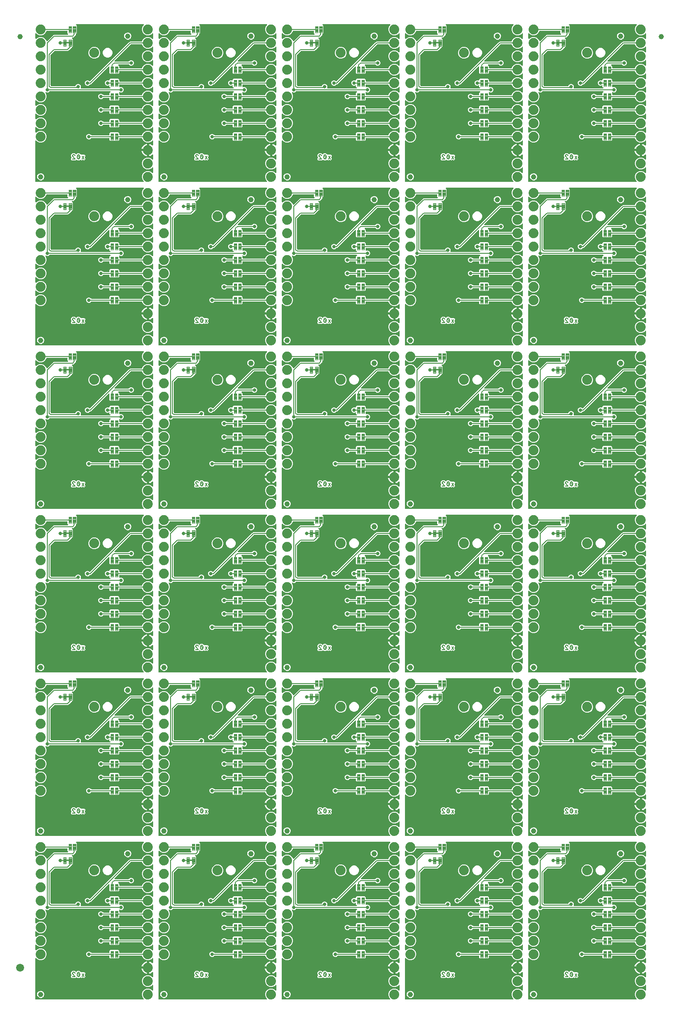
<source format=gbl>
G04 EAGLE Gerber RS-274X export*
G75*
%MOMM*%
%FSLAX34Y34*%
%LPD*%
%INBottom Copper*%
%IPPOS*%
%AMOC8*
5,1,8,0,0,1.08239X$1,22.5*%
G01*
%ADD10C,0.203200*%
%ADD11C,1.879600*%
%ADD12C,0.099059*%
%ADD13C,0.101600*%
%ADD14C,1.000000*%
%ADD15C,1.500000*%
%ADD16C,0.660400*%
%ADD17C,0.177800*%

G36*
X908617Y1242319D02*
X908617Y1242319D01*
X908646Y1242316D01*
X908757Y1242339D01*
X908869Y1242355D01*
X908896Y1242367D01*
X908925Y1242372D01*
X909026Y1242425D01*
X909129Y1242471D01*
X909151Y1242490D01*
X909177Y1242503D01*
X909259Y1242581D01*
X909346Y1242654D01*
X909362Y1242679D01*
X909383Y1242699D01*
X909441Y1242797D01*
X909503Y1242891D01*
X909512Y1242919D01*
X909527Y1242944D01*
X909555Y1243054D01*
X909589Y1243162D01*
X909590Y1243192D01*
X909597Y1243220D01*
X909594Y1243333D01*
X909597Y1243446D01*
X909589Y1243475D01*
X909588Y1243504D01*
X909553Y1243612D01*
X909525Y1243721D01*
X909510Y1243747D01*
X909501Y1243775D01*
X909455Y1243838D01*
X909379Y1243966D01*
X909334Y1244009D01*
X909306Y1244048D01*
X907465Y1245889D01*
X905763Y1249997D01*
X905763Y1254443D01*
X907465Y1258551D01*
X910609Y1261695D01*
X914717Y1263397D01*
X919163Y1263397D01*
X923271Y1261695D01*
X925112Y1259854D01*
X925136Y1259836D01*
X925155Y1259814D01*
X925207Y1259779D01*
X925229Y1259759D01*
X925260Y1259743D01*
X925339Y1259683D01*
X925367Y1259673D01*
X925391Y1259657D01*
X925499Y1259622D01*
X925605Y1259582D01*
X925634Y1259580D01*
X925662Y1259571D01*
X925776Y1259568D01*
X925888Y1259558D01*
X925917Y1259564D01*
X925946Y1259563D01*
X926056Y1259592D01*
X926167Y1259614D01*
X926193Y1259628D01*
X926221Y1259635D01*
X926319Y1259693D01*
X926419Y1259745D01*
X926441Y1259766D01*
X926466Y1259781D01*
X926543Y1259863D01*
X926625Y1259941D01*
X926640Y1259966D01*
X926660Y1259988D01*
X926712Y1260089D01*
X926769Y1260186D01*
X926776Y1260215D01*
X926790Y1260241D01*
X926803Y1260318D01*
X926819Y1260384D01*
X926831Y1260421D01*
X926832Y1260432D01*
X926839Y1260462D01*
X926837Y1260524D01*
X926845Y1260572D01*
X926845Y1269268D01*
X926841Y1269297D01*
X926844Y1269326D01*
X926821Y1269437D01*
X926805Y1269549D01*
X926793Y1269576D01*
X926788Y1269605D01*
X926735Y1269706D01*
X926689Y1269809D01*
X926670Y1269831D01*
X926657Y1269857D01*
X926579Y1269939D01*
X926506Y1270026D01*
X926481Y1270042D01*
X926461Y1270063D01*
X926363Y1270121D01*
X926269Y1270183D01*
X926241Y1270192D01*
X926216Y1270207D01*
X926106Y1270235D01*
X925998Y1270269D01*
X925968Y1270270D01*
X925940Y1270277D01*
X925827Y1270274D01*
X925714Y1270277D01*
X925685Y1270269D01*
X925656Y1270268D01*
X925548Y1270233D01*
X925439Y1270205D01*
X925413Y1270190D01*
X925385Y1270181D01*
X925322Y1270135D01*
X925194Y1270059D01*
X925151Y1270014D01*
X925112Y1269986D01*
X923271Y1268145D01*
X919163Y1266443D01*
X914717Y1266443D01*
X910609Y1268145D01*
X907465Y1271289D01*
X905763Y1275397D01*
X905763Y1279843D01*
X907465Y1283951D01*
X910609Y1287095D01*
X914717Y1288797D01*
X919163Y1288797D01*
X923271Y1287095D01*
X925112Y1285254D01*
X925136Y1285236D01*
X925155Y1285214D01*
X925249Y1285151D01*
X925339Y1285083D01*
X925367Y1285073D01*
X925391Y1285057D01*
X925499Y1285022D01*
X925605Y1284982D01*
X925634Y1284980D01*
X925662Y1284971D01*
X925776Y1284968D01*
X925888Y1284958D01*
X925917Y1284964D01*
X925946Y1284963D01*
X926056Y1284992D01*
X926167Y1285014D01*
X926193Y1285028D01*
X926221Y1285035D01*
X926319Y1285093D01*
X926419Y1285145D01*
X926441Y1285166D01*
X926466Y1285181D01*
X926543Y1285263D01*
X926625Y1285341D01*
X926640Y1285366D01*
X926660Y1285388D01*
X926712Y1285489D01*
X926769Y1285586D01*
X926776Y1285615D01*
X926790Y1285641D01*
X926803Y1285718D01*
X926839Y1285862D01*
X926837Y1285924D01*
X926845Y1285972D01*
X926845Y1293590D01*
X926841Y1293619D01*
X926844Y1293649D01*
X926821Y1293760D01*
X926805Y1293872D01*
X926793Y1293899D01*
X926788Y1293927D01*
X926736Y1294028D01*
X926689Y1294131D01*
X926670Y1294154D01*
X926657Y1294180D01*
X926579Y1294262D01*
X926506Y1294348D01*
X926481Y1294365D01*
X926461Y1294386D01*
X926363Y1294443D01*
X926269Y1294506D01*
X926241Y1294515D01*
X926216Y1294530D01*
X926106Y1294557D01*
X925998Y1294592D01*
X925969Y1294592D01*
X925940Y1294600D01*
X925827Y1294596D01*
X925714Y1294599D01*
X925685Y1294592D01*
X925656Y1294591D01*
X925548Y1294556D01*
X925439Y1294527D01*
X925413Y1294512D01*
X925385Y1294503D01*
X925321Y1294457D01*
X925194Y1294382D01*
X925151Y1294336D01*
X925112Y1294308D01*
X924718Y1293914D01*
X923197Y1292809D01*
X921523Y1291956D01*
X919736Y1291375D01*
X918971Y1291254D01*
X918971Y1302004D01*
X918963Y1302062D01*
X918965Y1302120D01*
X918943Y1302202D01*
X918931Y1302285D01*
X918907Y1302339D01*
X918893Y1302395D01*
X918850Y1302468D01*
X918815Y1302545D01*
X918777Y1302589D01*
X918747Y1302640D01*
X918686Y1302697D01*
X918631Y1302762D01*
X918583Y1302794D01*
X918540Y1302834D01*
X918465Y1302873D01*
X918395Y1302919D01*
X918339Y1302937D01*
X918287Y1302964D01*
X918219Y1302975D01*
X918124Y1303005D01*
X918024Y1303008D01*
X917956Y1303019D01*
X916939Y1303019D01*
X916939Y1303021D01*
X917956Y1303021D01*
X918014Y1303029D01*
X918072Y1303028D01*
X918154Y1303049D01*
X918237Y1303061D01*
X918291Y1303085D01*
X918347Y1303099D01*
X918420Y1303142D01*
X918497Y1303177D01*
X918542Y1303215D01*
X918592Y1303245D01*
X918650Y1303306D01*
X918714Y1303361D01*
X918746Y1303409D01*
X918786Y1303452D01*
X918825Y1303527D01*
X918871Y1303597D01*
X918889Y1303653D01*
X918916Y1303705D01*
X918927Y1303773D01*
X918957Y1303868D01*
X918960Y1303968D01*
X918971Y1304036D01*
X918971Y1314786D01*
X919736Y1314665D01*
X921523Y1314084D01*
X923197Y1313231D01*
X924718Y1312126D01*
X925112Y1311732D01*
X925136Y1311714D01*
X925155Y1311692D01*
X925249Y1311629D01*
X925339Y1311561D01*
X925367Y1311550D01*
X925391Y1311534D01*
X925499Y1311500D01*
X925605Y1311460D01*
X925634Y1311457D01*
X925662Y1311448D01*
X925775Y1311445D01*
X925888Y1311436D01*
X925917Y1311442D01*
X925946Y1311441D01*
X926056Y1311470D01*
X926167Y1311492D01*
X926193Y1311505D01*
X926221Y1311513D01*
X926319Y1311571D01*
X926419Y1311623D01*
X926441Y1311643D01*
X926466Y1311658D01*
X926543Y1311741D01*
X926625Y1311819D01*
X926640Y1311844D01*
X926660Y1311865D01*
X926712Y1311966D01*
X926769Y1312064D01*
X926776Y1312092D01*
X926790Y1312119D01*
X926803Y1312196D01*
X926839Y1312340D01*
X926837Y1312402D01*
X926845Y1312450D01*
X926845Y1320068D01*
X926841Y1320097D01*
X926844Y1320126D01*
X926821Y1320237D01*
X926805Y1320349D01*
X926793Y1320376D01*
X926788Y1320405D01*
X926735Y1320506D01*
X926689Y1320609D01*
X926670Y1320631D01*
X926657Y1320657D01*
X926579Y1320739D01*
X926506Y1320826D01*
X926481Y1320842D01*
X926461Y1320863D01*
X926363Y1320921D01*
X926269Y1320983D01*
X926241Y1320992D01*
X926216Y1321007D01*
X926106Y1321035D01*
X925998Y1321069D01*
X925968Y1321070D01*
X925940Y1321077D01*
X925827Y1321074D01*
X925714Y1321077D01*
X925685Y1321069D01*
X925656Y1321068D01*
X925548Y1321033D01*
X925439Y1321005D01*
X925413Y1320990D01*
X925385Y1320981D01*
X925322Y1320935D01*
X925194Y1320859D01*
X925151Y1320814D01*
X925112Y1320786D01*
X923271Y1318945D01*
X919163Y1317243D01*
X914717Y1317243D01*
X910609Y1318945D01*
X907465Y1322089D01*
X906207Y1325126D01*
X906206Y1325127D01*
X906206Y1325128D01*
X906136Y1325247D01*
X906063Y1325370D01*
X906061Y1325371D01*
X906061Y1325373D01*
X905957Y1325470D01*
X905856Y1325566D01*
X905854Y1325566D01*
X905853Y1325567D01*
X905727Y1325632D01*
X905603Y1325696D01*
X905602Y1325696D01*
X905600Y1325697D01*
X905585Y1325699D01*
X905324Y1325751D01*
X905294Y1325748D01*
X905269Y1325752D01*
X863473Y1325752D01*
X863415Y1325744D01*
X863357Y1325746D01*
X863275Y1325724D01*
X863191Y1325712D01*
X863138Y1325689D01*
X863082Y1325674D01*
X863009Y1325631D01*
X862932Y1325596D01*
X862887Y1325558D01*
X862837Y1325529D01*
X862779Y1325467D01*
X862715Y1325413D01*
X862683Y1325364D01*
X862643Y1325321D01*
X862604Y1325246D01*
X862557Y1325176D01*
X862540Y1325120D01*
X862513Y1325068D01*
X862502Y1325000D01*
X862472Y1324905D01*
X862469Y1324805D01*
X862458Y1324737D01*
X862458Y1321631D01*
X861118Y1320291D01*
X853676Y1320291D01*
X853665Y1320295D01*
X853606Y1320300D01*
X853550Y1320315D01*
X853465Y1320312D01*
X853382Y1320319D01*
X853324Y1320307D01*
X853265Y1320305D01*
X853222Y1320291D01*
X845762Y1320291D01*
X844422Y1321631D01*
X844422Y1324737D01*
X844414Y1324795D01*
X844416Y1324853D01*
X844394Y1324935D01*
X844382Y1325019D01*
X844359Y1325072D01*
X844344Y1325128D01*
X844301Y1325201D01*
X844266Y1325278D01*
X844228Y1325323D01*
X844199Y1325373D01*
X844137Y1325431D01*
X844083Y1325495D01*
X844034Y1325527D01*
X843991Y1325567D01*
X843916Y1325606D01*
X843846Y1325653D01*
X843790Y1325670D01*
X843738Y1325697D01*
X843670Y1325708D01*
X843575Y1325738D01*
X843475Y1325741D01*
X843407Y1325752D01*
X810118Y1325752D01*
X810031Y1325740D01*
X809944Y1325737D01*
X809891Y1325720D01*
X809837Y1325712D01*
X809757Y1325677D01*
X809674Y1325650D01*
X809634Y1325622D01*
X809577Y1325596D01*
X809464Y1325500D01*
X809400Y1325455D01*
X808058Y1324113D01*
X806191Y1323339D01*
X804169Y1323339D01*
X802302Y1324113D01*
X800873Y1325542D01*
X800099Y1327409D01*
X800099Y1329431D01*
X800873Y1331298D01*
X802302Y1332727D01*
X804169Y1333501D01*
X806191Y1333501D01*
X808058Y1332727D01*
X809400Y1331385D01*
X809470Y1331333D01*
X809534Y1331273D01*
X809583Y1331247D01*
X809627Y1331214D01*
X809709Y1331183D01*
X809787Y1331143D01*
X809835Y1331135D01*
X809893Y1331113D01*
X810041Y1331101D01*
X810118Y1331088D01*
X843407Y1331088D01*
X843465Y1331096D01*
X843523Y1331094D01*
X843605Y1331116D01*
X843689Y1331128D01*
X843742Y1331151D01*
X843798Y1331166D01*
X843871Y1331209D01*
X843948Y1331244D01*
X843993Y1331282D01*
X844043Y1331311D01*
X844101Y1331373D01*
X844165Y1331427D01*
X844197Y1331476D01*
X844237Y1331519D01*
X844276Y1331594D01*
X844323Y1331664D01*
X844340Y1331720D01*
X844367Y1331772D01*
X844378Y1331840D01*
X844408Y1331935D01*
X844411Y1332035D01*
X844422Y1332103D01*
X844422Y1335209D01*
X845762Y1336549D01*
X853204Y1336549D01*
X853214Y1336545D01*
X853273Y1336540D01*
X853330Y1336525D01*
X853414Y1336528D01*
X853498Y1336521D01*
X853555Y1336533D01*
X853614Y1336534D01*
X853658Y1336549D01*
X861118Y1336549D01*
X862458Y1335209D01*
X862458Y1332103D01*
X862466Y1332045D01*
X862464Y1331987D01*
X862486Y1331905D01*
X862498Y1331821D01*
X862521Y1331768D01*
X862536Y1331712D01*
X862579Y1331639D01*
X862614Y1331562D01*
X862652Y1331517D01*
X862681Y1331467D01*
X862743Y1331409D01*
X862797Y1331345D01*
X862846Y1331313D01*
X862889Y1331273D01*
X862964Y1331234D01*
X863034Y1331187D01*
X863090Y1331170D01*
X863142Y1331143D01*
X863210Y1331132D01*
X863305Y1331102D01*
X863405Y1331099D01*
X863473Y1331088D01*
X905269Y1331088D01*
X905271Y1331088D01*
X905272Y1331088D01*
X905412Y1331108D01*
X905551Y1331128D01*
X905552Y1331128D01*
X905554Y1331128D01*
X905679Y1331185D01*
X905810Y1331244D01*
X905811Y1331245D01*
X905813Y1331246D01*
X905920Y1331337D01*
X906027Y1331427D01*
X906028Y1331429D01*
X906029Y1331430D01*
X906037Y1331443D01*
X906185Y1331664D01*
X906194Y1331693D01*
X906207Y1331714D01*
X907465Y1334751D01*
X910609Y1337895D01*
X914717Y1339597D01*
X919163Y1339597D01*
X923271Y1337895D01*
X925112Y1336054D01*
X925136Y1336036D01*
X925155Y1336014D01*
X925249Y1335951D01*
X925339Y1335883D01*
X925367Y1335873D01*
X925391Y1335857D01*
X925499Y1335822D01*
X925605Y1335782D01*
X925634Y1335780D01*
X925662Y1335771D01*
X925776Y1335768D01*
X925888Y1335758D01*
X925917Y1335764D01*
X925946Y1335763D01*
X926056Y1335792D01*
X926167Y1335814D01*
X926193Y1335828D01*
X926221Y1335835D01*
X926319Y1335893D01*
X926419Y1335945D01*
X926441Y1335966D01*
X926466Y1335981D01*
X926543Y1336063D01*
X926625Y1336141D01*
X926640Y1336166D01*
X926660Y1336188D01*
X926712Y1336289D01*
X926769Y1336386D01*
X926776Y1336415D01*
X926790Y1336441D01*
X926803Y1336518D01*
X926839Y1336662D01*
X926837Y1336724D01*
X926845Y1336772D01*
X926845Y1345468D01*
X926841Y1345497D01*
X926844Y1345526D01*
X926821Y1345637D01*
X926805Y1345749D01*
X926793Y1345776D01*
X926788Y1345805D01*
X926735Y1345906D01*
X926689Y1346009D01*
X926670Y1346031D01*
X926657Y1346057D01*
X926579Y1346139D01*
X926506Y1346226D01*
X926481Y1346242D01*
X926461Y1346263D01*
X926363Y1346321D01*
X926269Y1346383D01*
X926241Y1346392D01*
X926216Y1346407D01*
X926106Y1346435D01*
X925998Y1346469D01*
X925968Y1346470D01*
X925940Y1346477D01*
X925827Y1346474D01*
X925714Y1346477D01*
X925685Y1346469D01*
X925656Y1346468D01*
X925548Y1346433D01*
X925439Y1346405D01*
X925413Y1346390D01*
X925385Y1346381D01*
X925322Y1346335D01*
X925194Y1346259D01*
X925151Y1346214D01*
X925112Y1346186D01*
X923271Y1344345D01*
X919163Y1342643D01*
X914717Y1342643D01*
X910609Y1344345D01*
X907465Y1347489D01*
X906207Y1350526D01*
X906206Y1350527D01*
X906206Y1350528D01*
X906136Y1350647D01*
X906063Y1350770D01*
X906061Y1350771D01*
X906061Y1350773D01*
X905957Y1350870D01*
X905856Y1350966D01*
X905854Y1350966D01*
X905853Y1350967D01*
X905727Y1351032D01*
X905603Y1351096D01*
X905602Y1351096D01*
X905600Y1351097D01*
X905585Y1351099D01*
X905324Y1351151D01*
X905294Y1351148D01*
X905269Y1351152D01*
X863473Y1351152D01*
X863415Y1351144D01*
X863357Y1351146D01*
X863275Y1351124D01*
X863191Y1351112D01*
X863138Y1351089D01*
X863082Y1351074D01*
X863009Y1351031D01*
X862932Y1350996D01*
X862887Y1350958D01*
X862837Y1350929D01*
X862779Y1350867D01*
X862715Y1350813D01*
X862683Y1350764D01*
X862643Y1350721D01*
X862604Y1350646D01*
X862557Y1350576D01*
X862540Y1350520D01*
X862513Y1350468D01*
X862502Y1350400D01*
X862472Y1350305D01*
X862469Y1350205D01*
X862458Y1350137D01*
X862458Y1347031D01*
X861118Y1345691D01*
X853676Y1345691D01*
X853665Y1345695D01*
X853606Y1345700D01*
X853550Y1345715D01*
X853465Y1345712D01*
X853382Y1345719D01*
X853324Y1345707D01*
X853265Y1345705D01*
X853222Y1345691D01*
X845762Y1345691D01*
X844422Y1347031D01*
X844422Y1350137D01*
X844414Y1350195D01*
X844416Y1350253D01*
X844394Y1350335D01*
X844382Y1350419D01*
X844359Y1350472D01*
X844344Y1350528D01*
X844301Y1350601D01*
X844266Y1350678D01*
X844228Y1350723D01*
X844199Y1350773D01*
X844137Y1350831D01*
X844083Y1350895D01*
X844034Y1350927D01*
X843991Y1350967D01*
X843916Y1351006D01*
X843846Y1351053D01*
X843790Y1351070D01*
X843738Y1351097D01*
X843670Y1351108D01*
X843575Y1351138D01*
X843475Y1351141D01*
X843407Y1351152D01*
X832978Y1351152D01*
X832891Y1351140D01*
X832804Y1351137D01*
X832751Y1351120D01*
X832697Y1351112D01*
X832617Y1351077D01*
X832534Y1351050D01*
X832494Y1351022D01*
X832437Y1350996D01*
X832324Y1350900D01*
X832260Y1350855D01*
X830918Y1349513D01*
X829051Y1348739D01*
X827029Y1348739D01*
X825162Y1349513D01*
X823733Y1350942D01*
X822959Y1352809D01*
X822959Y1354831D01*
X823733Y1356698D01*
X825162Y1358127D01*
X827029Y1358901D01*
X829051Y1358901D01*
X830918Y1358127D01*
X832260Y1356785D01*
X832330Y1356733D01*
X832394Y1356673D01*
X832443Y1356647D01*
X832487Y1356614D01*
X832569Y1356583D01*
X832647Y1356543D01*
X832695Y1356535D01*
X832753Y1356513D01*
X832901Y1356501D01*
X832978Y1356488D01*
X843407Y1356488D01*
X843465Y1356496D01*
X843523Y1356494D01*
X843605Y1356516D01*
X843689Y1356528D01*
X843742Y1356551D01*
X843798Y1356566D01*
X843871Y1356609D01*
X843948Y1356644D01*
X843993Y1356682D01*
X844043Y1356711D01*
X844101Y1356773D01*
X844165Y1356827D01*
X844197Y1356876D01*
X844237Y1356919D01*
X844276Y1356994D01*
X844323Y1357064D01*
X844340Y1357120D01*
X844367Y1357172D01*
X844378Y1357240D01*
X844408Y1357335D01*
X844411Y1357435D01*
X844422Y1357503D01*
X844422Y1360609D01*
X845762Y1361949D01*
X853204Y1361949D01*
X853214Y1361945D01*
X853273Y1361940D01*
X853330Y1361925D01*
X853414Y1361928D01*
X853498Y1361921D01*
X853555Y1361933D01*
X853614Y1361934D01*
X853658Y1361949D01*
X861118Y1361949D01*
X862458Y1360609D01*
X862458Y1357503D01*
X862466Y1357445D01*
X862464Y1357387D01*
X862486Y1357305D01*
X862498Y1357221D01*
X862521Y1357168D01*
X862536Y1357112D01*
X862579Y1357039D01*
X862614Y1356962D01*
X862652Y1356917D01*
X862681Y1356867D01*
X862743Y1356809D01*
X862797Y1356745D01*
X862846Y1356713D01*
X862889Y1356673D01*
X862964Y1356634D01*
X863034Y1356587D01*
X863090Y1356570D01*
X863142Y1356543D01*
X863210Y1356532D01*
X863305Y1356502D01*
X863405Y1356499D01*
X863473Y1356488D01*
X905269Y1356488D01*
X905271Y1356488D01*
X905272Y1356488D01*
X905412Y1356508D01*
X905551Y1356528D01*
X905552Y1356528D01*
X905554Y1356528D01*
X905679Y1356585D01*
X905810Y1356644D01*
X905811Y1356645D01*
X905813Y1356646D01*
X905920Y1356737D01*
X906027Y1356827D01*
X906028Y1356829D01*
X906029Y1356830D01*
X906037Y1356843D01*
X906185Y1357064D01*
X906194Y1357093D01*
X906207Y1357114D01*
X907465Y1360151D01*
X910609Y1363295D01*
X914717Y1364997D01*
X919163Y1364997D01*
X923271Y1363295D01*
X925112Y1361454D01*
X925136Y1361436D01*
X925155Y1361414D01*
X925249Y1361351D01*
X925339Y1361283D01*
X925367Y1361273D01*
X925391Y1361257D01*
X925499Y1361222D01*
X925605Y1361182D01*
X925634Y1361180D01*
X925662Y1361171D01*
X925776Y1361168D01*
X925888Y1361158D01*
X925917Y1361164D01*
X925946Y1361163D01*
X926056Y1361192D01*
X926167Y1361214D01*
X926193Y1361228D01*
X926221Y1361235D01*
X926319Y1361293D01*
X926419Y1361345D01*
X926441Y1361366D01*
X926466Y1361381D01*
X926543Y1361463D01*
X926625Y1361541D01*
X926640Y1361566D01*
X926660Y1361588D01*
X926712Y1361689D01*
X926769Y1361786D01*
X926776Y1361815D01*
X926790Y1361841D01*
X926803Y1361918D01*
X926839Y1362062D01*
X926837Y1362124D01*
X926845Y1362172D01*
X926845Y1370868D01*
X926841Y1370897D01*
X926844Y1370926D01*
X926821Y1371037D01*
X926805Y1371149D01*
X926793Y1371176D01*
X926788Y1371205D01*
X926735Y1371306D01*
X926689Y1371409D01*
X926670Y1371431D01*
X926657Y1371457D01*
X926579Y1371539D01*
X926506Y1371626D01*
X926481Y1371642D01*
X926461Y1371663D01*
X926363Y1371721D01*
X926269Y1371783D01*
X926241Y1371792D01*
X926216Y1371807D01*
X926106Y1371835D01*
X925998Y1371869D01*
X925968Y1371870D01*
X925940Y1371877D01*
X925827Y1371874D01*
X925714Y1371877D01*
X925685Y1371869D01*
X925656Y1371868D01*
X925548Y1371833D01*
X925439Y1371805D01*
X925413Y1371790D01*
X925385Y1371781D01*
X925322Y1371735D01*
X925194Y1371659D01*
X925151Y1371614D01*
X925112Y1371586D01*
X923271Y1369745D01*
X919163Y1368043D01*
X914717Y1368043D01*
X910609Y1369745D01*
X907465Y1372889D01*
X906207Y1375926D01*
X906206Y1375927D01*
X906206Y1375928D01*
X906136Y1376047D01*
X906063Y1376170D01*
X906061Y1376171D01*
X906061Y1376173D01*
X905957Y1376270D01*
X905856Y1376366D01*
X905854Y1376366D01*
X905853Y1376367D01*
X905727Y1376432D01*
X905603Y1376496D01*
X905602Y1376496D01*
X905600Y1376497D01*
X905585Y1376499D01*
X905324Y1376551D01*
X905294Y1376548D01*
X905269Y1376552D01*
X863473Y1376552D01*
X863415Y1376544D01*
X863357Y1376546D01*
X863275Y1376524D01*
X863191Y1376512D01*
X863138Y1376489D01*
X863082Y1376474D01*
X863009Y1376431D01*
X862932Y1376396D01*
X862887Y1376358D01*
X862837Y1376329D01*
X862779Y1376267D01*
X862715Y1376213D01*
X862683Y1376164D01*
X862643Y1376121D01*
X862604Y1376046D01*
X862557Y1375976D01*
X862540Y1375920D01*
X862513Y1375868D01*
X862502Y1375800D01*
X862472Y1375705D01*
X862469Y1375605D01*
X862458Y1375537D01*
X862458Y1372431D01*
X861118Y1371091D01*
X853676Y1371091D01*
X853665Y1371095D01*
X853606Y1371100D01*
X853550Y1371115D01*
X853465Y1371112D01*
X853382Y1371119D01*
X853324Y1371107D01*
X853265Y1371105D01*
X853222Y1371091D01*
X845762Y1371091D01*
X844422Y1372431D01*
X844422Y1375537D01*
X844414Y1375595D01*
X844416Y1375653D01*
X844394Y1375735D01*
X844382Y1375819D01*
X844359Y1375872D01*
X844344Y1375928D01*
X844301Y1376001D01*
X844266Y1376078D01*
X844228Y1376123D01*
X844199Y1376173D01*
X844137Y1376231D01*
X844083Y1376295D01*
X844034Y1376327D01*
X843991Y1376367D01*
X843916Y1376406D01*
X843846Y1376453D01*
X843790Y1376470D01*
X843738Y1376497D01*
X843670Y1376508D01*
X843575Y1376538D01*
X843475Y1376541D01*
X843407Y1376552D01*
X832978Y1376552D01*
X832891Y1376540D01*
X832804Y1376537D01*
X832751Y1376520D01*
X832697Y1376512D01*
X832617Y1376477D01*
X832534Y1376450D01*
X832494Y1376422D01*
X832437Y1376396D01*
X832324Y1376300D01*
X832260Y1376255D01*
X830918Y1374913D01*
X829051Y1374139D01*
X827029Y1374139D01*
X825162Y1374913D01*
X823733Y1376342D01*
X822959Y1378209D01*
X822959Y1380231D01*
X823733Y1382098D01*
X825162Y1383527D01*
X827029Y1384301D01*
X829051Y1384301D01*
X830918Y1383527D01*
X832260Y1382185D01*
X832330Y1382133D01*
X832394Y1382073D01*
X832443Y1382047D01*
X832487Y1382014D01*
X832569Y1381983D01*
X832647Y1381943D01*
X832695Y1381935D01*
X832753Y1381913D01*
X832901Y1381901D01*
X832978Y1381888D01*
X843407Y1381888D01*
X843465Y1381896D01*
X843523Y1381894D01*
X843605Y1381916D01*
X843689Y1381928D01*
X843742Y1381951D01*
X843798Y1381966D01*
X843871Y1382009D01*
X843948Y1382044D01*
X843993Y1382082D01*
X844043Y1382111D01*
X844101Y1382173D01*
X844165Y1382227D01*
X844197Y1382276D01*
X844237Y1382319D01*
X844276Y1382394D01*
X844323Y1382464D01*
X844340Y1382520D01*
X844367Y1382572D01*
X844378Y1382640D01*
X844408Y1382735D01*
X844411Y1382835D01*
X844422Y1382903D01*
X844422Y1386009D01*
X845762Y1387349D01*
X853204Y1387349D01*
X853214Y1387345D01*
X853273Y1387340D01*
X853330Y1387325D01*
X853414Y1387328D01*
X853498Y1387321D01*
X853555Y1387333D01*
X853614Y1387334D01*
X853658Y1387349D01*
X861118Y1387349D01*
X862458Y1386009D01*
X862458Y1382903D01*
X862466Y1382845D01*
X862464Y1382787D01*
X862486Y1382705D01*
X862498Y1382621D01*
X862521Y1382568D01*
X862536Y1382512D01*
X862579Y1382439D01*
X862614Y1382362D01*
X862652Y1382317D01*
X862681Y1382267D01*
X862743Y1382209D01*
X862797Y1382145D01*
X862846Y1382113D01*
X862889Y1382073D01*
X862964Y1382034D01*
X863034Y1381987D01*
X863090Y1381970D01*
X863142Y1381943D01*
X863210Y1381932D01*
X863305Y1381902D01*
X863405Y1381899D01*
X863473Y1381888D01*
X905269Y1381888D01*
X905271Y1381888D01*
X905272Y1381888D01*
X905412Y1381908D01*
X905551Y1381928D01*
X905552Y1381928D01*
X905554Y1381928D01*
X905679Y1381985D01*
X905810Y1382044D01*
X905811Y1382045D01*
X905813Y1382046D01*
X905920Y1382137D01*
X906027Y1382227D01*
X906028Y1382229D01*
X906029Y1382230D01*
X906037Y1382243D01*
X906185Y1382464D01*
X906194Y1382493D01*
X906207Y1382514D01*
X907465Y1385551D01*
X910609Y1388695D01*
X914717Y1390397D01*
X919163Y1390397D01*
X923271Y1388695D01*
X925112Y1386854D01*
X925136Y1386836D01*
X925155Y1386814D01*
X925249Y1386751D01*
X925339Y1386683D01*
X925367Y1386673D01*
X925391Y1386657D01*
X925499Y1386622D01*
X925605Y1386582D01*
X925634Y1386580D01*
X925662Y1386571D01*
X925776Y1386568D01*
X925888Y1386558D01*
X925917Y1386564D01*
X925946Y1386563D01*
X926056Y1386592D01*
X926167Y1386614D01*
X926193Y1386628D01*
X926221Y1386635D01*
X926319Y1386693D01*
X926419Y1386745D01*
X926441Y1386766D01*
X926466Y1386781D01*
X926543Y1386863D01*
X926625Y1386941D01*
X926640Y1386966D01*
X926660Y1386988D01*
X926712Y1387089D01*
X926769Y1387186D01*
X926776Y1387215D01*
X926790Y1387241D01*
X926803Y1387318D01*
X926839Y1387462D01*
X926837Y1387524D01*
X926845Y1387572D01*
X926845Y1396268D01*
X926841Y1396297D01*
X926844Y1396326D01*
X926821Y1396437D01*
X926805Y1396549D01*
X926793Y1396576D01*
X926788Y1396605D01*
X926735Y1396706D01*
X926689Y1396809D01*
X926670Y1396831D01*
X926657Y1396857D01*
X926579Y1396939D01*
X926506Y1397026D01*
X926481Y1397042D01*
X926461Y1397063D01*
X926363Y1397121D01*
X926269Y1397183D01*
X926241Y1397192D01*
X926216Y1397207D01*
X926106Y1397235D01*
X925998Y1397269D01*
X925968Y1397270D01*
X925940Y1397277D01*
X925827Y1397274D01*
X925714Y1397277D01*
X925685Y1397269D01*
X925656Y1397268D01*
X925548Y1397233D01*
X925439Y1397205D01*
X925413Y1397190D01*
X925385Y1397181D01*
X925322Y1397135D01*
X925194Y1397059D01*
X925151Y1397014D01*
X925112Y1396986D01*
X923271Y1395145D01*
X919163Y1393443D01*
X914717Y1393443D01*
X910609Y1395145D01*
X907465Y1398289D01*
X906207Y1401326D01*
X906206Y1401327D01*
X906206Y1401328D01*
X906136Y1401447D01*
X906063Y1401570D01*
X906061Y1401571D01*
X906061Y1401573D01*
X905958Y1401669D01*
X905856Y1401766D01*
X905854Y1401766D01*
X905853Y1401767D01*
X905727Y1401832D01*
X905603Y1401896D01*
X905602Y1401896D01*
X905600Y1401897D01*
X905585Y1401899D01*
X905324Y1401951D01*
X905294Y1401948D01*
X905269Y1401952D01*
X863473Y1401952D01*
X863415Y1401944D01*
X863357Y1401946D01*
X863275Y1401924D01*
X863191Y1401912D01*
X863138Y1401889D01*
X863082Y1401874D01*
X863009Y1401831D01*
X862932Y1401796D01*
X862887Y1401758D01*
X862837Y1401729D01*
X862779Y1401667D01*
X862715Y1401613D01*
X862683Y1401564D01*
X862643Y1401521D01*
X862604Y1401446D01*
X862557Y1401376D01*
X862540Y1401320D01*
X862513Y1401268D01*
X862502Y1401200D01*
X862472Y1401105D01*
X862469Y1401005D01*
X862458Y1400937D01*
X862458Y1397831D01*
X861118Y1396491D01*
X853676Y1396491D01*
X853665Y1396495D01*
X853606Y1396500D01*
X853550Y1396515D01*
X853465Y1396512D01*
X853382Y1396519D01*
X853324Y1396507D01*
X853265Y1396505D01*
X853222Y1396491D01*
X845762Y1396491D01*
X844422Y1397831D01*
X844422Y1400937D01*
X844414Y1400995D01*
X844416Y1401053D01*
X844394Y1401135D01*
X844382Y1401219D01*
X844359Y1401272D01*
X844344Y1401328D01*
X844301Y1401401D01*
X844266Y1401478D01*
X844228Y1401523D01*
X844199Y1401573D01*
X844137Y1401631D01*
X844083Y1401695D01*
X844034Y1401727D01*
X843991Y1401767D01*
X843916Y1401806D01*
X843846Y1401853D01*
X843790Y1401870D01*
X843738Y1401897D01*
X843670Y1401908D01*
X843575Y1401938D01*
X843475Y1401941D01*
X843407Y1401952D01*
X832978Y1401952D01*
X832891Y1401940D01*
X832804Y1401937D01*
X832751Y1401920D01*
X832697Y1401912D01*
X832617Y1401877D01*
X832534Y1401850D01*
X832494Y1401822D01*
X832437Y1401796D01*
X832324Y1401700D01*
X832260Y1401655D01*
X830918Y1400313D01*
X829051Y1399539D01*
X827029Y1399539D01*
X825162Y1400313D01*
X823733Y1401742D01*
X822959Y1403609D01*
X822959Y1405631D01*
X823733Y1407498D01*
X825162Y1408927D01*
X827029Y1409701D01*
X829051Y1409701D01*
X830918Y1408927D01*
X832260Y1407585D01*
X832330Y1407533D01*
X832394Y1407473D01*
X832443Y1407447D01*
X832487Y1407414D01*
X832569Y1407383D01*
X832647Y1407343D01*
X832695Y1407335D01*
X832753Y1407313D01*
X832901Y1407301D01*
X832978Y1407288D01*
X843407Y1407288D01*
X843465Y1407296D01*
X843523Y1407294D01*
X843605Y1407316D01*
X843689Y1407328D01*
X843742Y1407351D01*
X843798Y1407366D01*
X843871Y1407409D01*
X843948Y1407444D01*
X843993Y1407482D01*
X844043Y1407511D01*
X844101Y1407573D01*
X844165Y1407627D01*
X844197Y1407676D01*
X844237Y1407719D01*
X844276Y1407794D01*
X844323Y1407864D01*
X844340Y1407920D01*
X844367Y1407972D01*
X844378Y1408040D01*
X844408Y1408135D01*
X844411Y1408235D01*
X844422Y1408303D01*
X844422Y1411409D01*
X845932Y1412919D01*
X845950Y1412943D01*
X845972Y1412962D01*
X846035Y1413056D01*
X846103Y1413146D01*
X846114Y1413174D01*
X846130Y1413198D01*
X846164Y1413306D01*
X846204Y1413412D01*
X846207Y1413441D01*
X846216Y1413469D01*
X846219Y1413583D01*
X846228Y1413695D01*
X846222Y1413724D01*
X846223Y1413753D01*
X846194Y1413863D01*
X846172Y1413974D01*
X846158Y1414000D01*
X846151Y1414028D01*
X846093Y1414126D01*
X846041Y1414226D01*
X846021Y1414248D01*
X846006Y1414273D01*
X845923Y1414350D01*
X845845Y1414432D01*
X845820Y1414447D01*
X845799Y1414467D01*
X845698Y1414519D01*
X845600Y1414576D01*
X845572Y1414583D01*
X845545Y1414597D01*
X845468Y1414610D01*
X845324Y1414646D01*
X845262Y1414644D01*
X845214Y1414652D01*
X731378Y1414652D01*
X731291Y1414640D01*
X731204Y1414637D01*
X731151Y1414620D01*
X731097Y1414612D01*
X731017Y1414577D01*
X730934Y1414550D01*
X730894Y1414522D01*
X730837Y1414496D01*
X730724Y1414400D01*
X730660Y1414355D01*
X729318Y1413013D01*
X727451Y1412239D01*
X725429Y1412239D01*
X724166Y1412763D01*
X724083Y1412784D01*
X724002Y1412815D01*
X723946Y1412819D01*
X723891Y1412834D01*
X723805Y1412831D01*
X723719Y1412838D01*
X723663Y1412827D01*
X723606Y1412825D01*
X723525Y1412799D01*
X723440Y1412782D01*
X723390Y1412756D01*
X723336Y1412739D01*
X723264Y1412691D01*
X723188Y1412651D01*
X723147Y1412612D01*
X723100Y1412580D01*
X723044Y1412515D01*
X722982Y1412456D01*
X722953Y1412406D01*
X722917Y1412363D01*
X722882Y1412284D01*
X722838Y1412210D01*
X722824Y1412155D01*
X722801Y1412103D01*
X722789Y1412018D01*
X722768Y1411935D01*
X722770Y1411878D01*
X722762Y1411822D01*
X722774Y1411737D01*
X722777Y1411651D01*
X722795Y1411596D01*
X722803Y1411540D01*
X722838Y1411462D01*
X722865Y1411380D01*
X722893Y1411340D01*
X722920Y1411281D01*
X723014Y1411171D01*
X723060Y1411107D01*
X723215Y1410951D01*
X724917Y1406843D01*
X724917Y1402397D01*
X723215Y1398289D01*
X720071Y1395145D01*
X715963Y1393443D01*
X711517Y1393443D01*
X707409Y1395145D01*
X705568Y1396986D01*
X705544Y1397004D01*
X705525Y1397026D01*
X705431Y1397089D01*
X705341Y1397157D01*
X705313Y1397167D01*
X705289Y1397183D01*
X705181Y1397218D01*
X705075Y1397258D01*
X705046Y1397260D01*
X705018Y1397269D01*
X704904Y1397272D01*
X704792Y1397282D01*
X704763Y1397276D01*
X704734Y1397277D01*
X704624Y1397248D01*
X704513Y1397226D01*
X704487Y1397212D01*
X704459Y1397205D01*
X704361Y1397147D01*
X704261Y1397095D01*
X704239Y1397074D01*
X704214Y1397059D01*
X704137Y1396977D01*
X704055Y1396899D01*
X704040Y1396874D01*
X704020Y1396852D01*
X703968Y1396751D01*
X703911Y1396654D01*
X703904Y1396625D01*
X703890Y1396599D01*
X703877Y1396522D01*
X703841Y1396378D01*
X703843Y1396316D01*
X703835Y1396268D01*
X703835Y1387572D01*
X703839Y1387543D01*
X703836Y1387514D01*
X703859Y1387403D01*
X703875Y1387291D01*
X703887Y1387264D01*
X703892Y1387235D01*
X703945Y1387134D01*
X703991Y1387031D01*
X704010Y1387009D01*
X704023Y1386983D01*
X704101Y1386901D01*
X704174Y1386814D01*
X704199Y1386798D01*
X704219Y1386777D01*
X704317Y1386719D01*
X704411Y1386657D01*
X704439Y1386648D01*
X704464Y1386633D01*
X704574Y1386605D01*
X704682Y1386571D01*
X704712Y1386570D01*
X704740Y1386563D01*
X704853Y1386566D01*
X704966Y1386563D01*
X704995Y1386571D01*
X705024Y1386572D01*
X705132Y1386607D01*
X705241Y1386635D01*
X705267Y1386650D01*
X705295Y1386659D01*
X705358Y1386705D01*
X705486Y1386781D01*
X705529Y1386826D01*
X705568Y1386854D01*
X707409Y1388695D01*
X711517Y1390397D01*
X715963Y1390397D01*
X720071Y1388695D01*
X723215Y1385551D01*
X724917Y1381443D01*
X724917Y1376997D01*
X723215Y1372889D01*
X720071Y1369745D01*
X715963Y1368043D01*
X711517Y1368043D01*
X707409Y1369745D01*
X705568Y1371586D01*
X705544Y1371604D01*
X705525Y1371626D01*
X705431Y1371689D01*
X705341Y1371757D01*
X705313Y1371767D01*
X705289Y1371783D01*
X705181Y1371818D01*
X705075Y1371858D01*
X705046Y1371860D01*
X705018Y1371869D01*
X704904Y1371872D01*
X704792Y1371882D01*
X704763Y1371876D01*
X704734Y1371877D01*
X704624Y1371848D01*
X704513Y1371826D01*
X704487Y1371812D01*
X704459Y1371805D01*
X704361Y1371747D01*
X704261Y1371695D01*
X704239Y1371674D01*
X704214Y1371659D01*
X704137Y1371577D01*
X704055Y1371499D01*
X704040Y1371474D01*
X704020Y1371452D01*
X703968Y1371351D01*
X703911Y1371254D01*
X703904Y1371225D01*
X703890Y1371199D01*
X703877Y1371122D01*
X703841Y1370978D01*
X703843Y1370916D01*
X703835Y1370868D01*
X703835Y1362172D01*
X703839Y1362143D01*
X703836Y1362114D01*
X703859Y1362003D01*
X703875Y1361891D01*
X703887Y1361864D01*
X703892Y1361835D01*
X703945Y1361734D01*
X703991Y1361631D01*
X704010Y1361609D01*
X704023Y1361583D01*
X704101Y1361501D01*
X704174Y1361414D01*
X704199Y1361398D01*
X704219Y1361377D01*
X704317Y1361319D01*
X704411Y1361257D01*
X704439Y1361248D01*
X704464Y1361233D01*
X704574Y1361205D01*
X704682Y1361171D01*
X704712Y1361170D01*
X704740Y1361163D01*
X704853Y1361166D01*
X704966Y1361163D01*
X704995Y1361171D01*
X705024Y1361172D01*
X705132Y1361207D01*
X705241Y1361235D01*
X705267Y1361250D01*
X705295Y1361259D01*
X705358Y1361305D01*
X705486Y1361381D01*
X705529Y1361426D01*
X705568Y1361454D01*
X707409Y1363295D01*
X711517Y1364997D01*
X715963Y1364997D01*
X720071Y1363295D01*
X723215Y1360151D01*
X724917Y1356043D01*
X724917Y1351597D01*
X723215Y1347489D01*
X720071Y1344345D01*
X715963Y1342643D01*
X711517Y1342643D01*
X707409Y1344345D01*
X705568Y1346186D01*
X705544Y1346204D01*
X705525Y1346226D01*
X705431Y1346289D01*
X705341Y1346357D01*
X705313Y1346367D01*
X705289Y1346383D01*
X705181Y1346418D01*
X705075Y1346458D01*
X705046Y1346460D01*
X705018Y1346469D01*
X704904Y1346472D01*
X704792Y1346482D01*
X704763Y1346476D01*
X704734Y1346477D01*
X704624Y1346448D01*
X704513Y1346426D01*
X704487Y1346412D01*
X704459Y1346405D01*
X704361Y1346347D01*
X704261Y1346295D01*
X704239Y1346274D01*
X704214Y1346259D01*
X704137Y1346177D01*
X704055Y1346099D01*
X704040Y1346074D01*
X704020Y1346052D01*
X703968Y1345951D01*
X703911Y1345854D01*
X703904Y1345825D01*
X703890Y1345799D01*
X703877Y1345722D01*
X703841Y1345578D01*
X703843Y1345516D01*
X703835Y1345468D01*
X703835Y1336772D01*
X703839Y1336743D01*
X703836Y1336714D01*
X703859Y1336603D01*
X703875Y1336491D01*
X703887Y1336464D01*
X703892Y1336435D01*
X703945Y1336334D01*
X703991Y1336231D01*
X704010Y1336209D01*
X704023Y1336183D01*
X704101Y1336101D01*
X704174Y1336014D01*
X704199Y1335998D01*
X704219Y1335977D01*
X704317Y1335919D01*
X704411Y1335857D01*
X704439Y1335848D01*
X704464Y1335833D01*
X704574Y1335805D01*
X704682Y1335771D01*
X704712Y1335770D01*
X704740Y1335763D01*
X704853Y1335766D01*
X704966Y1335763D01*
X704995Y1335771D01*
X705024Y1335772D01*
X705132Y1335807D01*
X705241Y1335835D01*
X705267Y1335850D01*
X705295Y1335859D01*
X705358Y1335905D01*
X705486Y1335981D01*
X705529Y1336026D01*
X705568Y1336054D01*
X707409Y1337895D01*
X711517Y1339597D01*
X715963Y1339597D01*
X720071Y1337895D01*
X723215Y1334751D01*
X724917Y1330643D01*
X724917Y1326197D01*
X723215Y1322089D01*
X720071Y1318945D01*
X715963Y1317243D01*
X711517Y1317243D01*
X707409Y1318945D01*
X705568Y1320786D01*
X705544Y1320804D01*
X705525Y1320826D01*
X705431Y1320889D01*
X705341Y1320957D01*
X705313Y1320967D01*
X705289Y1320983D01*
X705181Y1321018D01*
X705075Y1321058D01*
X705046Y1321060D01*
X705018Y1321069D01*
X704904Y1321072D01*
X704792Y1321082D01*
X704763Y1321076D01*
X704734Y1321077D01*
X704624Y1321048D01*
X704513Y1321026D01*
X704487Y1321012D01*
X704459Y1321005D01*
X704361Y1320947D01*
X704261Y1320895D01*
X704239Y1320874D01*
X704214Y1320859D01*
X704137Y1320777D01*
X704055Y1320699D01*
X704040Y1320674D01*
X704020Y1320652D01*
X703968Y1320551D01*
X703911Y1320454D01*
X703904Y1320425D01*
X703890Y1320399D01*
X703877Y1320322D01*
X703841Y1320178D01*
X703843Y1320116D01*
X703835Y1320068D01*
X703835Y1243330D01*
X703843Y1243272D01*
X703841Y1243214D01*
X703863Y1243132D01*
X703875Y1243048D01*
X703898Y1242995D01*
X703913Y1242939D01*
X703956Y1242866D01*
X703991Y1242789D01*
X704029Y1242744D01*
X704058Y1242694D01*
X704120Y1242636D01*
X704174Y1242572D01*
X704223Y1242540D01*
X704266Y1242500D01*
X704341Y1242461D01*
X704411Y1242414D01*
X704467Y1242397D01*
X704519Y1242370D01*
X704587Y1242359D01*
X704682Y1242329D01*
X704782Y1242326D01*
X704850Y1242315D01*
X908588Y1242315D01*
X908617Y1242319D01*
G37*
G36*
X908617Y932439D02*
X908617Y932439D01*
X908646Y932436D01*
X908757Y932459D01*
X908869Y932475D01*
X908896Y932487D01*
X908925Y932492D01*
X909026Y932545D01*
X909129Y932591D01*
X909151Y932610D01*
X909177Y932623D01*
X909259Y932701D01*
X909346Y932774D01*
X909362Y932799D01*
X909383Y932819D01*
X909441Y932917D01*
X909503Y933011D01*
X909512Y933039D01*
X909527Y933064D01*
X909555Y933174D01*
X909589Y933282D01*
X909590Y933312D01*
X909597Y933340D01*
X909594Y933453D01*
X909597Y933566D01*
X909589Y933595D01*
X909588Y933624D01*
X909553Y933732D01*
X909525Y933841D01*
X909510Y933867D01*
X909501Y933895D01*
X909455Y933958D01*
X909379Y934086D01*
X909334Y934129D01*
X909306Y934168D01*
X907465Y936009D01*
X905763Y940117D01*
X905763Y944563D01*
X907465Y948671D01*
X910609Y951815D01*
X914717Y953517D01*
X919163Y953517D01*
X923271Y951815D01*
X925112Y949974D01*
X925136Y949956D01*
X925155Y949934D01*
X925207Y949899D01*
X925229Y949879D01*
X925260Y949863D01*
X925339Y949803D01*
X925367Y949793D01*
X925391Y949777D01*
X925499Y949742D01*
X925605Y949702D01*
X925634Y949700D01*
X925662Y949691D01*
X925776Y949688D01*
X925888Y949678D01*
X925917Y949684D01*
X925946Y949683D01*
X926056Y949712D01*
X926167Y949734D01*
X926193Y949748D01*
X926221Y949755D01*
X926319Y949813D01*
X926419Y949865D01*
X926441Y949886D01*
X926466Y949901D01*
X926543Y949983D01*
X926625Y950061D01*
X926640Y950086D01*
X926660Y950108D01*
X926712Y950209D01*
X926769Y950306D01*
X926776Y950335D01*
X926790Y950361D01*
X926803Y950438D01*
X926819Y950504D01*
X926831Y950541D01*
X926832Y950552D01*
X926839Y950582D01*
X926837Y950644D01*
X926845Y950692D01*
X926845Y959388D01*
X926841Y959417D01*
X926844Y959446D01*
X926821Y959557D01*
X926805Y959669D01*
X926793Y959696D01*
X926788Y959725D01*
X926735Y959826D01*
X926689Y959929D01*
X926670Y959951D01*
X926657Y959977D01*
X926579Y960059D01*
X926506Y960146D01*
X926481Y960162D01*
X926461Y960183D01*
X926363Y960241D01*
X926269Y960303D01*
X926241Y960312D01*
X926216Y960327D01*
X926106Y960355D01*
X925998Y960389D01*
X925968Y960390D01*
X925940Y960397D01*
X925827Y960394D01*
X925714Y960397D01*
X925685Y960389D01*
X925656Y960388D01*
X925548Y960353D01*
X925439Y960325D01*
X925413Y960310D01*
X925385Y960301D01*
X925322Y960255D01*
X925194Y960179D01*
X925151Y960134D01*
X925112Y960106D01*
X923271Y958265D01*
X919163Y956563D01*
X914717Y956563D01*
X910609Y958265D01*
X907465Y961409D01*
X905763Y965517D01*
X905763Y969963D01*
X907465Y974071D01*
X910609Y977215D01*
X914717Y978917D01*
X919163Y978917D01*
X923271Y977215D01*
X925112Y975374D01*
X925136Y975356D01*
X925155Y975334D01*
X925249Y975271D01*
X925339Y975203D01*
X925367Y975193D01*
X925391Y975177D01*
X925499Y975142D01*
X925605Y975102D01*
X925634Y975100D01*
X925662Y975091D01*
X925776Y975088D01*
X925888Y975078D01*
X925917Y975084D01*
X925946Y975083D01*
X926056Y975112D01*
X926167Y975134D01*
X926193Y975148D01*
X926221Y975155D01*
X926319Y975213D01*
X926419Y975265D01*
X926441Y975286D01*
X926466Y975301D01*
X926543Y975383D01*
X926625Y975461D01*
X926640Y975486D01*
X926660Y975508D01*
X926712Y975609D01*
X926769Y975706D01*
X926776Y975735D01*
X926790Y975761D01*
X926803Y975838D01*
X926839Y975982D01*
X926837Y976044D01*
X926845Y976092D01*
X926845Y983710D01*
X926841Y983739D01*
X926844Y983769D01*
X926821Y983880D01*
X926805Y983992D01*
X926793Y984019D01*
X926788Y984047D01*
X926736Y984148D01*
X926689Y984251D01*
X926670Y984274D01*
X926657Y984300D01*
X926579Y984382D01*
X926506Y984468D01*
X926481Y984485D01*
X926461Y984506D01*
X926363Y984563D01*
X926269Y984626D01*
X926241Y984635D01*
X926216Y984650D01*
X926106Y984677D01*
X925998Y984712D01*
X925969Y984712D01*
X925940Y984720D01*
X925827Y984716D01*
X925714Y984719D01*
X925685Y984712D01*
X925656Y984711D01*
X925548Y984676D01*
X925439Y984647D01*
X925413Y984632D01*
X925385Y984623D01*
X925321Y984577D01*
X925194Y984502D01*
X925151Y984456D01*
X925112Y984428D01*
X924718Y984034D01*
X923197Y982929D01*
X921523Y982076D01*
X919736Y981495D01*
X918971Y981374D01*
X918971Y992124D01*
X918963Y992182D01*
X918965Y992240D01*
X918943Y992322D01*
X918931Y992405D01*
X918907Y992459D01*
X918893Y992515D01*
X918850Y992588D01*
X918815Y992665D01*
X918777Y992709D01*
X918747Y992760D01*
X918686Y992817D01*
X918631Y992882D01*
X918583Y992914D01*
X918540Y992954D01*
X918465Y992993D01*
X918395Y993039D01*
X918339Y993057D01*
X918287Y993084D01*
X918219Y993095D01*
X918124Y993125D01*
X918024Y993128D01*
X917956Y993139D01*
X916939Y993139D01*
X916939Y993141D01*
X917956Y993141D01*
X918014Y993149D01*
X918072Y993148D01*
X918154Y993169D01*
X918237Y993181D01*
X918291Y993205D01*
X918347Y993219D01*
X918420Y993262D01*
X918497Y993297D01*
X918542Y993335D01*
X918592Y993365D01*
X918650Y993426D01*
X918714Y993481D01*
X918746Y993529D01*
X918786Y993572D01*
X918825Y993647D01*
X918871Y993717D01*
X918889Y993773D01*
X918916Y993825D01*
X918927Y993893D01*
X918957Y993988D01*
X918960Y994088D01*
X918971Y994156D01*
X918971Y1004906D01*
X919736Y1004785D01*
X921523Y1004204D01*
X923197Y1003351D01*
X924718Y1002246D01*
X925112Y1001852D01*
X925136Y1001834D01*
X925155Y1001812D01*
X925249Y1001749D01*
X925339Y1001681D01*
X925367Y1001670D01*
X925391Y1001654D01*
X925499Y1001620D01*
X925605Y1001580D01*
X925634Y1001577D01*
X925662Y1001568D01*
X925775Y1001565D01*
X925888Y1001556D01*
X925917Y1001562D01*
X925946Y1001561D01*
X926056Y1001590D01*
X926167Y1001612D01*
X926193Y1001625D01*
X926221Y1001633D01*
X926319Y1001691D01*
X926419Y1001743D01*
X926441Y1001763D01*
X926466Y1001778D01*
X926543Y1001861D01*
X926625Y1001939D01*
X926640Y1001964D01*
X926660Y1001985D01*
X926712Y1002086D01*
X926769Y1002184D01*
X926776Y1002212D01*
X926790Y1002239D01*
X926803Y1002316D01*
X926839Y1002460D01*
X926837Y1002522D01*
X926845Y1002570D01*
X926845Y1010188D01*
X926841Y1010217D01*
X926844Y1010246D01*
X926821Y1010357D01*
X926805Y1010469D01*
X926793Y1010496D01*
X926788Y1010525D01*
X926735Y1010626D01*
X926689Y1010729D01*
X926670Y1010751D01*
X926657Y1010777D01*
X926579Y1010859D01*
X926506Y1010946D01*
X926481Y1010962D01*
X926461Y1010983D01*
X926363Y1011041D01*
X926269Y1011103D01*
X926241Y1011112D01*
X926216Y1011127D01*
X926106Y1011155D01*
X925998Y1011189D01*
X925968Y1011190D01*
X925940Y1011197D01*
X925827Y1011194D01*
X925714Y1011197D01*
X925685Y1011189D01*
X925656Y1011188D01*
X925548Y1011153D01*
X925439Y1011125D01*
X925413Y1011110D01*
X925385Y1011101D01*
X925322Y1011055D01*
X925194Y1010979D01*
X925151Y1010934D01*
X925112Y1010906D01*
X923271Y1009065D01*
X919163Y1007363D01*
X914717Y1007363D01*
X910609Y1009065D01*
X907465Y1012209D01*
X906207Y1015246D01*
X906206Y1015247D01*
X906206Y1015248D01*
X906136Y1015367D01*
X906063Y1015490D01*
X906061Y1015491D01*
X906061Y1015493D01*
X905957Y1015590D01*
X905856Y1015686D01*
X905854Y1015686D01*
X905853Y1015687D01*
X905727Y1015752D01*
X905603Y1015816D01*
X905602Y1015816D01*
X905600Y1015817D01*
X905585Y1015819D01*
X905324Y1015871D01*
X905294Y1015868D01*
X905269Y1015872D01*
X863473Y1015872D01*
X863415Y1015864D01*
X863357Y1015866D01*
X863275Y1015844D01*
X863191Y1015832D01*
X863138Y1015809D01*
X863082Y1015794D01*
X863009Y1015751D01*
X862932Y1015716D01*
X862887Y1015678D01*
X862837Y1015649D01*
X862779Y1015587D01*
X862715Y1015533D01*
X862683Y1015484D01*
X862643Y1015441D01*
X862604Y1015366D01*
X862557Y1015296D01*
X862540Y1015240D01*
X862513Y1015188D01*
X862502Y1015120D01*
X862472Y1015025D01*
X862469Y1014925D01*
X862458Y1014857D01*
X862458Y1011751D01*
X861118Y1010411D01*
X853676Y1010411D01*
X853665Y1010415D01*
X853606Y1010420D01*
X853550Y1010435D01*
X853465Y1010432D01*
X853382Y1010439D01*
X853324Y1010427D01*
X853265Y1010425D01*
X853222Y1010411D01*
X845762Y1010411D01*
X844422Y1011751D01*
X844422Y1014857D01*
X844414Y1014915D01*
X844416Y1014973D01*
X844394Y1015055D01*
X844382Y1015139D01*
X844359Y1015192D01*
X844344Y1015248D01*
X844301Y1015321D01*
X844266Y1015398D01*
X844228Y1015443D01*
X844199Y1015493D01*
X844137Y1015551D01*
X844083Y1015615D01*
X844034Y1015647D01*
X843991Y1015687D01*
X843916Y1015726D01*
X843846Y1015773D01*
X843790Y1015790D01*
X843738Y1015817D01*
X843670Y1015828D01*
X843575Y1015858D01*
X843475Y1015861D01*
X843407Y1015872D01*
X810118Y1015872D01*
X810031Y1015860D01*
X809944Y1015857D01*
X809891Y1015840D01*
X809837Y1015832D01*
X809757Y1015797D01*
X809674Y1015770D01*
X809634Y1015742D01*
X809577Y1015716D01*
X809464Y1015620D01*
X809400Y1015575D01*
X808058Y1014233D01*
X806191Y1013459D01*
X804169Y1013459D01*
X802302Y1014233D01*
X800873Y1015662D01*
X800099Y1017529D01*
X800099Y1019551D01*
X800873Y1021418D01*
X802302Y1022847D01*
X804169Y1023621D01*
X806191Y1023621D01*
X808058Y1022847D01*
X809400Y1021505D01*
X809470Y1021453D01*
X809534Y1021393D01*
X809583Y1021367D01*
X809627Y1021334D01*
X809709Y1021303D01*
X809787Y1021263D01*
X809835Y1021255D01*
X809893Y1021233D01*
X810041Y1021221D01*
X810118Y1021208D01*
X843407Y1021208D01*
X843465Y1021216D01*
X843523Y1021214D01*
X843605Y1021236D01*
X843689Y1021248D01*
X843742Y1021271D01*
X843798Y1021286D01*
X843871Y1021329D01*
X843948Y1021364D01*
X843993Y1021402D01*
X844043Y1021431D01*
X844101Y1021493D01*
X844165Y1021547D01*
X844197Y1021596D01*
X844237Y1021639D01*
X844276Y1021714D01*
X844323Y1021784D01*
X844340Y1021840D01*
X844367Y1021892D01*
X844378Y1021960D01*
X844408Y1022055D01*
X844411Y1022155D01*
X844422Y1022223D01*
X844422Y1025329D01*
X845762Y1026669D01*
X853204Y1026669D01*
X853214Y1026665D01*
X853273Y1026660D01*
X853330Y1026645D01*
X853414Y1026648D01*
X853498Y1026641D01*
X853555Y1026653D01*
X853614Y1026654D01*
X853658Y1026669D01*
X861118Y1026669D01*
X862458Y1025329D01*
X862458Y1022223D01*
X862466Y1022165D01*
X862464Y1022107D01*
X862486Y1022025D01*
X862498Y1021941D01*
X862521Y1021888D01*
X862536Y1021832D01*
X862579Y1021759D01*
X862614Y1021682D01*
X862652Y1021637D01*
X862681Y1021587D01*
X862743Y1021529D01*
X862797Y1021465D01*
X862846Y1021433D01*
X862889Y1021393D01*
X862964Y1021354D01*
X863034Y1021307D01*
X863090Y1021290D01*
X863142Y1021263D01*
X863210Y1021252D01*
X863305Y1021222D01*
X863405Y1021219D01*
X863473Y1021208D01*
X905269Y1021208D01*
X905271Y1021208D01*
X905272Y1021208D01*
X905412Y1021228D01*
X905551Y1021248D01*
X905552Y1021248D01*
X905554Y1021248D01*
X905679Y1021305D01*
X905810Y1021364D01*
X905811Y1021365D01*
X905813Y1021366D01*
X905920Y1021457D01*
X906027Y1021547D01*
X906028Y1021549D01*
X906029Y1021550D01*
X906037Y1021563D01*
X906185Y1021784D01*
X906194Y1021813D01*
X906207Y1021834D01*
X907465Y1024871D01*
X910609Y1028015D01*
X914717Y1029717D01*
X919163Y1029717D01*
X923271Y1028015D01*
X925112Y1026174D01*
X925136Y1026156D01*
X925155Y1026134D01*
X925249Y1026071D01*
X925339Y1026003D01*
X925367Y1025993D01*
X925391Y1025977D01*
X925499Y1025942D01*
X925605Y1025902D01*
X925634Y1025900D01*
X925662Y1025891D01*
X925776Y1025888D01*
X925888Y1025878D01*
X925917Y1025884D01*
X925946Y1025883D01*
X926056Y1025912D01*
X926167Y1025934D01*
X926193Y1025948D01*
X926221Y1025955D01*
X926319Y1026013D01*
X926419Y1026065D01*
X926441Y1026086D01*
X926466Y1026101D01*
X926543Y1026183D01*
X926625Y1026261D01*
X926640Y1026286D01*
X926660Y1026308D01*
X926712Y1026409D01*
X926769Y1026506D01*
X926776Y1026535D01*
X926790Y1026561D01*
X926803Y1026638D01*
X926839Y1026782D01*
X926837Y1026844D01*
X926845Y1026892D01*
X926845Y1035588D01*
X926841Y1035617D01*
X926844Y1035646D01*
X926821Y1035757D01*
X926805Y1035869D01*
X926793Y1035896D01*
X926788Y1035925D01*
X926735Y1036026D01*
X926689Y1036129D01*
X926670Y1036151D01*
X926657Y1036177D01*
X926579Y1036259D01*
X926506Y1036346D01*
X926481Y1036362D01*
X926461Y1036383D01*
X926363Y1036441D01*
X926269Y1036503D01*
X926241Y1036512D01*
X926216Y1036527D01*
X926106Y1036555D01*
X925998Y1036589D01*
X925968Y1036590D01*
X925940Y1036597D01*
X925827Y1036594D01*
X925714Y1036597D01*
X925685Y1036589D01*
X925656Y1036588D01*
X925548Y1036553D01*
X925439Y1036525D01*
X925413Y1036510D01*
X925385Y1036501D01*
X925322Y1036455D01*
X925194Y1036379D01*
X925151Y1036334D01*
X925112Y1036306D01*
X923271Y1034465D01*
X919163Y1032763D01*
X914717Y1032763D01*
X910609Y1034465D01*
X907465Y1037609D01*
X906207Y1040646D01*
X906206Y1040647D01*
X906206Y1040648D01*
X906136Y1040767D01*
X906063Y1040890D01*
X906061Y1040891D01*
X906061Y1040893D01*
X905957Y1040990D01*
X905856Y1041086D01*
X905854Y1041086D01*
X905853Y1041087D01*
X905727Y1041152D01*
X905603Y1041216D01*
X905602Y1041216D01*
X905600Y1041217D01*
X905585Y1041219D01*
X905324Y1041271D01*
X905294Y1041268D01*
X905269Y1041272D01*
X863473Y1041272D01*
X863415Y1041264D01*
X863357Y1041266D01*
X863275Y1041244D01*
X863191Y1041232D01*
X863138Y1041209D01*
X863082Y1041194D01*
X863009Y1041151D01*
X862932Y1041116D01*
X862887Y1041078D01*
X862837Y1041049D01*
X862779Y1040987D01*
X862715Y1040933D01*
X862683Y1040884D01*
X862643Y1040841D01*
X862604Y1040766D01*
X862557Y1040696D01*
X862540Y1040640D01*
X862513Y1040588D01*
X862502Y1040520D01*
X862472Y1040425D01*
X862469Y1040325D01*
X862458Y1040257D01*
X862458Y1037151D01*
X861118Y1035811D01*
X853676Y1035811D01*
X853665Y1035815D01*
X853606Y1035820D01*
X853550Y1035835D01*
X853465Y1035832D01*
X853382Y1035839D01*
X853324Y1035827D01*
X853265Y1035825D01*
X853222Y1035811D01*
X845762Y1035811D01*
X844422Y1037151D01*
X844422Y1040257D01*
X844414Y1040315D01*
X844416Y1040373D01*
X844394Y1040455D01*
X844382Y1040539D01*
X844359Y1040592D01*
X844344Y1040648D01*
X844301Y1040721D01*
X844266Y1040798D01*
X844228Y1040843D01*
X844199Y1040893D01*
X844137Y1040951D01*
X844083Y1041015D01*
X844034Y1041047D01*
X843991Y1041087D01*
X843916Y1041126D01*
X843846Y1041173D01*
X843790Y1041190D01*
X843738Y1041217D01*
X843670Y1041228D01*
X843575Y1041258D01*
X843475Y1041261D01*
X843407Y1041272D01*
X832978Y1041272D01*
X832891Y1041260D01*
X832804Y1041257D01*
X832751Y1041240D01*
X832697Y1041232D01*
X832617Y1041197D01*
X832534Y1041170D01*
X832494Y1041142D01*
X832437Y1041116D01*
X832324Y1041020D01*
X832260Y1040975D01*
X830918Y1039633D01*
X829051Y1038859D01*
X827029Y1038859D01*
X825162Y1039633D01*
X823733Y1041062D01*
X822959Y1042929D01*
X822959Y1044951D01*
X823733Y1046818D01*
X825162Y1048247D01*
X827029Y1049021D01*
X829051Y1049021D01*
X830918Y1048247D01*
X832260Y1046905D01*
X832330Y1046853D01*
X832394Y1046793D01*
X832443Y1046767D01*
X832487Y1046734D01*
X832569Y1046703D01*
X832647Y1046663D01*
X832695Y1046655D01*
X832753Y1046633D01*
X832901Y1046621D01*
X832978Y1046608D01*
X843407Y1046608D01*
X843465Y1046616D01*
X843523Y1046614D01*
X843605Y1046636D01*
X843689Y1046648D01*
X843742Y1046671D01*
X843798Y1046686D01*
X843871Y1046729D01*
X843948Y1046764D01*
X843993Y1046802D01*
X844043Y1046831D01*
X844101Y1046893D01*
X844165Y1046947D01*
X844197Y1046996D01*
X844237Y1047039D01*
X844276Y1047114D01*
X844323Y1047184D01*
X844340Y1047240D01*
X844367Y1047292D01*
X844378Y1047360D01*
X844408Y1047455D01*
X844411Y1047555D01*
X844422Y1047623D01*
X844422Y1050729D01*
X845762Y1052069D01*
X853204Y1052069D01*
X853214Y1052065D01*
X853273Y1052060D01*
X853330Y1052045D01*
X853414Y1052048D01*
X853498Y1052041D01*
X853555Y1052053D01*
X853614Y1052054D01*
X853658Y1052069D01*
X861118Y1052069D01*
X862458Y1050729D01*
X862458Y1047623D01*
X862466Y1047565D01*
X862464Y1047507D01*
X862486Y1047425D01*
X862498Y1047341D01*
X862521Y1047288D01*
X862536Y1047232D01*
X862579Y1047159D01*
X862614Y1047082D01*
X862652Y1047037D01*
X862681Y1046987D01*
X862743Y1046929D01*
X862797Y1046865D01*
X862846Y1046833D01*
X862889Y1046793D01*
X862964Y1046754D01*
X863034Y1046707D01*
X863090Y1046690D01*
X863142Y1046663D01*
X863210Y1046652D01*
X863305Y1046622D01*
X863405Y1046619D01*
X863473Y1046608D01*
X905269Y1046608D01*
X905271Y1046608D01*
X905272Y1046608D01*
X905412Y1046628D01*
X905551Y1046648D01*
X905552Y1046648D01*
X905554Y1046648D01*
X905679Y1046705D01*
X905810Y1046764D01*
X905811Y1046765D01*
X905813Y1046766D01*
X905920Y1046857D01*
X906027Y1046947D01*
X906028Y1046949D01*
X906029Y1046950D01*
X906037Y1046963D01*
X906185Y1047184D01*
X906194Y1047213D01*
X906207Y1047234D01*
X907465Y1050271D01*
X910609Y1053415D01*
X914717Y1055117D01*
X919163Y1055117D01*
X923271Y1053415D01*
X925112Y1051574D01*
X925136Y1051556D01*
X925155Y1051534D01*
X925249Y1051471D01*
X925339Y1051403D01*
X925367Y1051393D01*
X925391Y1051377D01*
X925499Y1051342D01*
X925605Y1051302D01*
X925634Y1051300D01*
X925662Y1051291D01*
X925776Y1051288D01*
X925888Y1051278D01*
X925917Y1051284D01*
X925946Y1051283D01*
X926056Y1051312D01*
X926167Y1051334D01*
X926193Y1051348D01*
X926221Y1051355D01*
X926319Y1051413D01*
X926419Y1051465D01*
X926441Y1051486D01*
X926466Y1051501D01*
X926543Y1051583D01*
X926625Y1051661D01*
X926640Y1051686D01*
X926660Y1051708D01*
X926712Y1051809D01*
X926769Y1051906D01*
X926776Y1051935D01*
X926790Y1051961D01*
X926803Y1052038D01*
X926839Y1052182D01*
X926837Y1052244D01*
X926845Y1052292D01*
X926845Y1060988D01*
X926841Y1061017D01*
X926844Y1061046D01*
X926821Y1061157D01*
X926805Y1061269D01*
X926793Y1061296D01*
X926788Y1061325D01*
X926735Y1061426D01*
X926689Y1061529D01*
X926670Y1061551D01*
X926657Y1061577D01*
X926579Y1061659D01*
X926506Y1061746D01*
X926481Y1061762D01*
X926461Y1061783D01*
X926363Y1061841D01*
X926269Y1061903D01*
X926241Y1061912D01*
X926216Y1061927D01*
X926106Y1061955D01*
X925998Y1061989D01*
X925968Y1061990D01*
X925940Y1061997D01*
X925827Y1061994D01*
X925714Y1061997D01*
X925685Y1061989D01*
X925656Y1061988D01*
X925548Y1061953D01*
X925439Y1061925D01*
X925413Y1061910D01*
X925385Y1061901D01*
X925322Y1061855D01*
X925194Y1061779D01*
X925151Y1061734D01*
X925112Y1061706D01*
X923271Y1059865D01*
X919163Y1058163D01*
X914717Y1058163D01*
X910609Y1059865D01*
X907465Y1063009D01*
X906207Y1066046D01*
X906206Y1066047D01*
X906206Y1066048D01*
X906136Y1066167D01*
X906063Y1066290D01*
X906061Y1066291D01*
X906061Y1066293D01*
X905957Y1066390D01*
X905856Y1066486D01*
X905854Y1066486D01*
X905853Y1066487D01*
X905727Y1066552D01*
X905603Y1066616D01*
X905602Y1066616D01*
X905600Y1066617D01*
X905585Y1066619D01*
X905324Y1066671D01*
X905294Y1066668D01*
X905269Y1066672D01*
X863473Y1066672D01*
X863415Y1066664D01*
X863357Y1066666D01*
X863275Y1066644D01*
X863191Y1066632D01*
X863138Y1066609D01*
X863082Y1066594D01*
X863009Y1066551D01*
X862932Y1066516D01*
X862887Y1066478D01*
X862837Y1066449D01*
X862779Y1066387D01*
X862715Y1066333D01*
X862683Y1066284D01*
X862643Y1066241D01*
X862604Y1066166D01*
X862557Y1066096D01*
X862540Y1066040D01*
X862513Y1065988D01*
X862502Y1065920D01*
X862472Y1065825D01*
X862469Y1065725D01*
X862458Y1065657D01*
X862458Y1062551D01*
X861118Y1061211D01*
X853676Y1061211D01*
X853665Y1061215D01*
X853606Y1061220D01*
X853550Y1061235D01*
X853465Y1061232D01*
X853382Y1061239D01*
X853324Y1061227D01*
X853265Y1061225D01*
X853222Y1061211D01*
X845762Y1061211D01*
X844422Y1062551D01*
X844422Y1065657D01*
X844414Y1065715D01*
X844416Y1065773D01*
X844394Y1065855D01*
X844382Y1065939D01*
X844359Y1065992D01*
X844344Y1066048D01*
X844301Y1066121D01*
X844266Y1066198D01*
X844228Y1066243D01*
X844199Y1066293D01*
X844137Y1066351D01*
X844083Y1066415D01*
X844034Y1066447D01*
X843991Y1066487D01*
X843916Y1066526D01*
X843846Y1066573D01*
X843790Y1066590D01*
X843738Y1066617D01*
X843670Y1066628D01*
X843575Y1066658D01*
X843475Y1066661D01*
X843407Y1066672D01*
X832978Y1066672D01*
X832891Y1066660D01*
X832804Y1066657D01*
X832751Y1066640D01*
X832697Y1066632D01*
X832617Y1066597D01*
X832534Y1066570D01*
X832494Y1066542D01*
X832437Y1066516D01*
X832324Y1066420D01*
X832260Y1066375D01*
X830918Y1065033D01*
X829051Y1064259D01*
X827029Y1064259D01*
X825162Y1065033D01*
X823733Y1066462D01*
X822959Y1068329D01*
X822959Y1070351D01*
X823733Y1072218D01*
X825162Y1073647D01*
X827029Y1074421D01*
X829051Y1074421D01*
X830918Y1073647D01*
X832260Y1072305D01*
X832330Y1072253D01*
X832394Y1072193D01*
X832443Y1072167D01*
X832487Y1072134D01*
X832569Y1072103D01*
X832647Y1072063D01*
X832695Y1072055D01*
X832753Y1072033D01*
X832901Y1072021D01*
X832978Y1072008D01*
X843407Y1072008D01*
X843465Y1072016D01*
X843523Y1072014D01*
X843605Y1072036D01*
X843689Y1072048D01*
X843742Y1072071D01*
X843798Y1072086D01*
X843871Y1072129D01*
X843948Y1072164D01*
X843993Y1072202D01*
X844043Y1072231D01*
X844101Y1072293D01*
X844165Y1072347D01*
X844197Y1072396D01*
X844237Y1072439D01*
X844276Y1072514D01*
X844323Y1072584D01*
X844340Y1072640D01*
X844367Y1072692D01*
X844378Y1072760D01*
X844408Y1072855D01*
X844411Y1072955D01*
X844422Y1073023D01*
X844422Y1076129D01*
X845762Y1077469D01*
X853204Y1077469D01*
X853214Y1077465D01*
X853273Y1077460D01*
X853330Y1077445D01*
X853414Y1077448D01*
X853498Y1077441D01*
X853555Y1077453D01*
X853614Y1077454D01*
X853658Y1077469D01*
X861118Y1077469D01*
X862458Y1076129D01*
X862458Y1073023D01*
X862466Y1072965D01*
X862464Y1072907D01*
X862486Y1072825D01*
X862498Y1072741D01*
X862521Y1072688D01*
X862536Y1072632D01*
X862579Y1072559D01*
X862614Y1072482D01*
X862652Y1072437D01*
X862681Y1072387D01*
X862743Y1072329D01*
X862797Y1072265D01*
X862846Y1072233D01*
X862889Y1072193D01*
X862964Y1072154D01*
X863034Y1072107D01*
X863090Y1072090D01*
X863142Y1072063D01*
X863210Y1072052D01*
X863305Y1072022D01*
X863405Y1072019D01*
X863473Y1072008D01*
X905269Y1072008D01*
X905271Y1072008D01*
X905272Y1072008D01*
X905412Y1072028D01*
X905551Y1072048D01*
X905552Y1072048D01*
X905554Y1072048D01*
X905679Y1072105D01*
X905810Y1072164D01*
X905811Y1072165D01*
X905813Y1072166D01*
X905920Y1072257D01*
X906027Y1072347D01*
X906028Y1072349D01*
X906029Y1072350D01*
X906037Y1072363D01*
X906185Y1072584D01*
X906194Y1072613D01*
X906207Y1072634D01*
X907465Y1075671D01*
X910609Y1078815D01*
X914717Y1080517D01*
X919163Y1080517D01*
X923271Y1078815D01*
X925112Y1076974D01*
X925136Y1076956D01*
X925155Y1076934D01*
X925249Y1076871D01*
X925339Y1076803D01*
X925367Y1076793D01*
X925391Y1076777D01*
X925499Y1076742D01*
X925605Y1076702D01*
X925634Y1076700D01*
X925662Y1076691D01*
X925776Y1076688D01*
X925888Y1076678D01*
X925917Y1076684D01*
X925946Y1076683D01*
X926056Y1076712D01*
X926167Y1076734D01*
X926193Y1076748D01*
X926221Y1076755D01*
X926319Y1076813D01*
X926419Y1076865D01*
X926441Y1076886D01*
X926466Y1076901D01*
X926543Y1076983D01*
X926625Y1077061D01*
X926640Y1077086D01*
X926660Y1077108D01*
X926712Y1077209D01*
X926769Y1077306D01*
X926776Y1077335D01*
X926790Y1077361D01*
X926803Y1077438D01*
X926839Y1077582D01*
X926837Y1077644D01*
X926845Y1077692D01*
X926845Y1086388D01*
X926841Y1086417D01*
X926844Y1086446D01*
X926821Y1086557D01*
X926805Y1086669D01*
X926793Y1086696D01*
X926788Y1086725D01*
X926735Y1086826D01*
X926689Y1086929D01*
X926670Y1086951D01*
X926657Y1086977D01*
X926579Y1087059D01*
X926506Y1087146D01*
X926481Y1087162D01*
X926461Y1087183D01*
X926363Y1087241D01*
X926269Y1087303D01*
X926241Y1087312D01*
X926216Y1087327D01*
X926106Y1087355D01*
X925998Y1087389D01*
X925968Y1087390D01*
X925940Y1087397D01*
X925827Y1087394D01*
X925714Y1087397D01*
X925685Y1087389D01*
X925656Y1087388D01*
X925548Y1087353D01*
X925439Y1087325D01*
X925413Y1087310D01*
X925385Y1087301D01*
X925322Y1087255D01*
X925194Y1087179D01*
X925151Y1087134D01*
X925112Y1087106D01*
X923271Y1085265D01*
X919163Y1083563D01*
X914717Y1083563D01*
X910609Y1085265D01*
X907465Y1088409D01*
X906207Y1091446D01*
X906206Y1091447D01*
X906206Y1091448D01*
X906136Y1091567D01*
X906063Y1091690D01*
X906061Y1091691D01*
X906061Y1091693D01*
X905958Y1091789D01*
X905856Y1091886D01*
X905854Y1091886D01*
X905853Y1091887D01*
X905727Y1091952D01*
X905603Y1092016D01*
X905602Y1092016D01*
X905600Y1092017D01*
X905585Y1092019D01*
X905324Y1092071D01*
X905294Y1092068D01*
X905269Y1092072D01*
X863473Y1092072D01*
X863415Y1092064D01*
X863357Y1092066D01*
X863275Y1092044D01*
X863191Y1092032D01*
X863138Y1092009D01*
X863082Y1091994D01*
X863009Y1091951D01*
X862932Y1091916D01*
X862887Y1091878D01*
X862837Y1091849D01*
X862779Y1091787D01*
X862715Y1091733D01*
X862683Y1091684D01*
X862643Y1091641D01*
X862604Y1091566D01*
X862557Y1091496D01*
X862540Y1091440D01*
X862513Y1091388D01*
X862502Y1091320D01*
X862472Y1091225D01*
X862469Y1091125D01*
X862458Y1091057D01*
X862458Y1087951D01*
X861118Y1086611D01*
X853676Y1086611D01*
X853665Y1086615D01*
X853606Y1086620D01*
X853550Y1086635D01*
X853465Y1086632D01*
X853382Y1086639D01*
X853324Y1086627D01*
X853265Y1086625D01*
X853222Y1086611D01*
X845762Y1086611D01*
X844422Y1087951D01*
X844422Y1091057D01*
X844414Y1091115D01*
X844416Y1091173D01*
X844394Y1091255D01*
X844382Y1091339D01*
X844359Y1091392D01*
X844344Y1091448D01*
X844301Y1091521D01*
X844266Y1091598D01*
X844228Y1091643D01*
X844199Y1091693D01*
X844137Y1091751D01*
X844083Y1091815D01*
X844034Y1091847D01*
X843991Y1091887D01*
X843916Y1091926D01*
X843846Y1091973D01*
X843790Y1091990D01*
X843738Y1092017D01*
X843670Y1092028D01*
X843575Y1092058D01*
X843475Y1092061D01*
X843407Y1092072D01*
X832978Y1092072D01*
X832891Y1092060D01*
X832804Y1092057D01*
X832751Y1092040D01*
X832697Y1092032D01*
X832617Y1091997D01*
X832534Y1091970D01*
X832494Y1091942D01*
X832437Y1091916D01*
X832324Y1091820D01*
X832260Y1091775D01*
X830918Y1090433D01*
X829051Y1089659D01*
X827029Y1089659D01*
X825162Y1090433D01*
X823733Y1091862D01*
X822959Y1093729D01*
X822959Y1095751D01*
X823733Y1097618D01*
X825162Y1099047D01*
X827029Y1099821D01*
X829051Y1099821D01*
X830918Y1099047D01*
X832260Y1097705D01*
X832330Y1097653D01*
X832394Y1097593D01*
X832443Y1097567D01*
X832487Y1097534D01*
X832569Y1097503D01*
X832647Y1097463D01*
X832695Y1097455D01*
X832753Y1097433D01*
X832901Y1097421D01*
X832978Y1097408D01*
X843407Y1097408D01*
X843465Y1097416D01*
X843523Y1097414D01*
X843605Y1097436D01*
X843689Y1097448D01*
X843742Y1097471D01*
X843798Y1097486D01*
X843871Y1097529D01*
X843948Y1097564D01*
X843993Y1097602D01*
X844043Y1097631D01*
X844101Y1097693D01*
X844165Y1097747D01*
X844197Y1097796D01*
X844237Y1097839D01*
X844276Y1097914D01*
X844323Y1097984D01*
X844340Y1098040D01*
X844367Y1098092D01*
X844378Y1098160D01*
X844408Y1098255D01*
X844411Y1098355D01*
X844422Y1098423D01*
X844422Y1101529D01*
X845932Y1103039D01*
X845950Y1103063D01*
X845972Y1103082D01*
X846035Y1103176D01*
X846103Y1103266D01*
X846114Y1103294D01*
X846130Y1103318D01*
X846164Y1103426D01*
X846204Y1103532D01*
X846207Y1103561D01*
X846216Y1103589D01*
X846219Y1103703D01*
X846228Y1103815D01*
X846222Y1103844D01*
X846223Y1103873D01*
X846194Y1103983D01*
X846172Y1104094D01*
X846158Y1104120D01*
X846151Y1104148D01*
X846093Y1104246D01*
X846041Y1104346D01*
X846021Y1104368D01*
X846006Y1104393D01*
X845923Y1104470D01*
X845845Y1104552D01*
X845820Y1104567D01*
X845799Y1104587D01*
X845698Y1104639D01*
X845600Y1104696D01*
X845572Y1104703D01*
X845545Y1104717D01*
X845468Y1104730D01*
X845324Y1104766D01*
X845262Y1104764D01*
X845214Y1104772D01*
X731378Y1104772D01*
X731291Y1104760D01*
X731204Y1104757D01*
X731151Y1104740D01*
X731097Y1104732D01*
X731017Y1104697D01*
X730934Y1104670D01*
X730894Y1104642D01*
X730837Y1104616D01*
X730724Y1104520D01*
X730660Y1104475D01*
X729318Y1103133D01*
X727451Y1102359D01*
X725429Y1102359D01*
X724166Y1102883D01*
X724083Y1102904D01*
X724002Y1102935D01*
X723946Y1102939D01*
X723891Y1102954D01*
X723805Y1102951D01*
X723719Y1102958D01*
X723663Y1102947D01*
X723606Y1102945D01*
X723525Y1102919D01*
X723440Y1102902D01*
X723390Y1102876D01*
X723336Y1102859D01*
X723264Y1102811D01*
X723188Y1102771D01*
X723147Y1102732D01*
X723100Y1102700D01*
X723044Y1102635D01*
X722982Y1102576D01*
X722953Y1102526D01*
X722917Y1102483D01*
X722882Y1102404D01*
X722838Y1102330D01*
X722824Y1102275D01*
X722801Y1102223D01*
X722789Y1102138D01*
X722768Y1102055D01*
X722770Y1101998D01*
X722762Y1101942D01*
X722774Y1101857D01*
X722777Y1101771D01*
X722795Y1101716D01*
X722803Y1101660D01*
X722838Y1101582D01*
X722865Y1101500D01*
X722893Y1101460D01*
X722920Y1101401D01*
X723014Y1101291D01*
X723060Y1101227D01*
X723215Y1101071D01*
X724917Y1096963D01*
X724917Y1092517D01*
X723215Y1088409D01*
X720071Y1085265D01*
X715963Y1083563D01*
X711517Y1083563D01*
X707409Y1085265D01*
X705568Y1087106D01*
X705544Y1087124D01*
X705525Y1087146D01*
X705431Y1087209D01*
X705341Y1087277D01*
X705313Y1087287D01*
X705289Y1087303D01*
X705181Y1087338D01*
X705075Y1087378D01*
X705046Y1087380D01*
X705018Y1087389D01*
X704904Y1087392D01*
X704792Y1087402D01*
X704763Y1087396D01*
X704734Y1087397D01*
X704624Y1087368D01*
X704513Y1087346D01*
X704487Y1087332D01*
X704459Y1087325D01*
X704361Y1087267D01*
X704261Y1087215D01*
X704239Y1087194D01*
X704214Y1087179D01*
X704137Y1087097D01*
X704055Y1087019D01*
X704040Y1086994D01*
X704020Y1086972D01*
X703968Y1086871D01*
X703911Y1086774D01*
X703904Y1086745D01*
X703890Y1086719D01*
X703877Y1086642D01*
X703841Y1086498D01*
X703843Y1086436D01*
X703835Y1086388D01*
X703835Y1077692D01*
X703839Y1077663D01*
X703836Y1077634D01*
X703859Y1077523D01*
X703875Y1077411D01*
X703887Y1077384D01*
X703892Y1077355D01*
X703945Y1077254D01*
X703991Y1077151D01*
X704010Y1077129D01*
X704023Y1077103D01*
X704101Y1077021D01*
X704174Y1076934D01*
X704199Y1076918D01*
X704219Y1076897D01*
X704317Y1076839D01*
X704411Y1076777D01*
X704439Y1076768D01*
X704464Y1076753D01*
X704574Y1076725D01*
X704682Y1076691D01*
X704712Y1076690D01*
X704740Y1076683D01*
X704853Y1076686D01*
X704966Y1076683D01*
X704995Y1076691D01*
X705024Y1076692D01*
X705132Y1076727D01*
X705241Y1076755D01*
X705267Y1076770D01*
X705295Y1076779D01*
X705358Y1076825D01*
X705486Y1076901D01*
X705529Y1076946D01*
X705568Y1076974D01*
X707409Y1078815D01*
X711517Y1080517D01*
X715963Y1080517D01*
X720071Y1078815D01*
X723215Y1075671D01*
X724917Y1071563D01*
X724917Y1067117D01*
X723215Y1063009D01*
X720071Y1059865D01*
X715963Y1058163D01*
X711517Y1058163D01*
X707409Y1059865D01*
X705568Y1061706D01*
X705544Y1061724D01*
X705525Y1061746D01*
X705431Y1061809D01*
X705341Y1061877D01*
X705313Y1061887D01*
X705289Y1061903D01*
X705181Y1061938D01*
X705075Y1061978D01*
X705046Y1061980D01*
X705018Y1061989D01*
X704904Y1061992D01*
X704792Y1062002D01*
X704763Y1061996D01*
X704734Y1061997D01*
X704624Y1061968D01*
X704513Y1061946D01*
X704487Y1061932D01*
X704459Y1061925D01*
X704361Y1061867D01*
X704261Y1061815D01*
X704239Y1061794D01*
X704214Y1061779D01*
X704137Y1061697D01*
X704055Y1061619D01*
X704040Y1061594D01*
X704020Y1061572D01*
X703968Y1061471D01*
X703911Y1061374D01*
X703904Y1061345D01*
X703890Y1061319D01*
X703877Y1061242D01*
X703841Y1061098D01*
X703843Y1061036D01*
X703835Y1060988D01*
X703835Y1052292D01*
X703839Y1052263D01*
X703836Y1052234D01*
X703859Y1052123D01*
X703875Y1052011D01*
X703887Y1051984D01*
X703892Y1051955D01*
X703945Y1051854D01*
X703991Y1051751D01*
X704010Y1051729D01*
X704023Y1051703D01*
X704101Y1051621D01*
X704174Y1051534D01*
X704199Y1051518D01*
X704219Y1051497D01*
X704317Y1051439D01*
X704411Y1051377D01*
X704439Y1051368D01*
X704464Y1051353D01*
X704574Y1051325D01*
X704682Y1051291D01*
X704712Y1051290D01*
X704740Y1051283D01*
X704853Y1051286D01*
X704966Y1051283D01*
X704995Y1051291D01*
X705024Y1051292D01*
X705132Y1051327D01*
X705241Y1051355D01*
X705267Y1051370D01*
X705295Y1051379D01*
X705358Y1051425D01*
X705486Y1051501D01*
X705529Y1051546D01*
X705568Y1051574D01*
X707409Y1053415D01*
X711517Y1055117D01*
X715963Y1055117D01*
X720071Y1053415D01*
X723215Y1050271D01*
X724917Y1046163D01*
X724917Y1041717D01*
X723215Y1037609D01*
X720071Y1034465D01*
X715963Y1032763D01*
X711517Y1032763D01*
X707409Y1034465D01*
X705568Y1036306D01*
X705544Y1036324D01*
X705525Y1036346D01*
X705431Y1036409D01*
X705341Y1036477D01*
X705313Y1036487D01*
X705289Y1036503D01*
X705181Y1036538D01*
X705075Y1036578D01*
X705046Y1036580D01*
X705018Y1036589D01*
X704904Y1036592D01*
X704792Y1036602D01*
X704763Y1036596D01*
X704734Y1036597D01*
X704624Y1036568D01*
X704513Y1036546D01*
X704487Y1036532D01*
X704459Y1036525D01*
X704361Y1036467D01*
X704261Y1036415D01*
X704239Y1036394D01*
X704214Y1036379D01*
X704137Y1036297D01*
X704055Y1036219D01*
X704040Y1036194D01*
X704020Y1036172D01*
X703968Y1036071D01*
X703911Y1035974D01*
X703904Y1035945D01*
X703890Y1035919D01*
X703877Y1035842D01*
X703841Y1035698D01*
X703843Y1035636D01*
X703835Y1035588D01*
X703835Y1026892D01*
X703839Y1026863D01*
X703836Y1026834D01*
X703859Y1026723D01*
X703875Y1026611D01*
X703887Y1026584D01*
X703892Y1026555D01*
X703945Y1026454D01*
X703991Y1026351D01*
X704010Y1026329D01*
X704023Y1026303D01*
X704101Y1026221D01*
X704174Y1026134D01*
X704199Y1026118D01*
X704219Y1026097D01*
X704317Y1026039D01*
X704411Y1025977D01*
X704439Y1025968D01*
X704464Y1025953D01*
X704574Y1025925D01*
X704682Y1025891D01*
X704712Y1025890D01*
X704740Y1025883D01*
X704853Y1025886D01*
X704966Y1025883D01*
X704995Y1025891D01*
X705024Y1025892D01*
X705132Y1025927D01*
X705241Y1025955D01*
X705267Y1025970D01*
X705295Y1025979D01*
X705358Y1026025D01*
X705486Y1026101D01*
X705529Y1026146D01*
X705568Y1026174D01*
X707409Y1028015D01*
X711517Y1029717D01*
X715963Y1029717D01*
X720071Y1028015D01*
X723215Y1024871D01*
X724917Y1020763D01*
X724917Y1016317D01*
X723215Y1012209D01*
X720071Y1009065D01*
X715963Y1007363D01*
X711517Y1007363D01*
X707409Y1009065D01*
X705568Y1010906D01*
X705544Y1010924D01*
X705525Y1010946D01*
X705431Y1011009D01*
X705341Y1011077D01*
X705313Y1011087D01*
X705289Y1011103D01*
X705181Y1011138D01*
X705075Y1011178D01*
X705046Y1011180D01*
X705018Y1011189D01*
X704904Y1011192D01*
X704792Y1011202D01*
X704763Y1011196D01*
X704734Y1011197D01*
X704624Y1011168D01*
X704513Y1011146D01*
X704487Y1011132D01*
X704459Y1011125D01*
X704361Y1011067D01*
X704261Y1011015D01*
X704239Y1010994D01*
X704214Y1010979D01*
X704137Y1010897D01*
X704055Y1010819D01*
X704040Y1010794D01*
X704020Y1010772D01*
X703968Y1010671D01*
X703911Y1010574D01*
X703904Y1010545D01*
X703890Y1010519D01*
X703877Y1010442D01*
X703841Y1010298D01*
X703843Y1010236D01*
X703835Y1010188D01*
X703835Y933450D01*
X703843Y933392D01*
X703841Y933334D01*
X703863Y933252D01*
X703875Y933168D01*
X703898Y933115D01*
X703913Y933059D01*
X703956Y932986D01*
X703991Y932909D01*
X704029Y932864D01*
X704058Y932814D01*
X704120Y932756D01*
X704174Y932692D01*
X704223Y932660D01*
X704266Y932620D01*
X704341Y932581D01*
X704411Y932534D01*
X704467Y932517D01*
X704519Y932490D01*
X704587Y932479D01*
X704682Y932449D01*
X704782Y932446D01*
X704850Y932435D01*
X908588Y932435D01*
X908617Y932439D01*
G37*
G36*
X1142297Y312679D02*
X1142297Y312679D01*
X1142326Y312676D01*
X1142437Y312699D01*
X1142549Y312715D01*
X1142576Y312727D01*
X1142605Y312732D01*
X1142706Y312785D01*
X1142809Y312831D01*
X1142831Y312850D01*
X1142857Y312863D01*
X1142939Y312941D01*
X1143026Y313014D01*
X1143042Y313039D01*
X1143063Y313059D01*
X1143121Y313157D01*
X1143183Y313251D01*
X1143192Y313279D01*
X1143207Y313304D01*
X1143235Y313414D01*
X1143269Y313522D01*
X1143270Y313552D01*
X1143277Y313580D01*
X1143274Y313693D01*
X1143277Y313806D01*
X1143269Y313835D01*
X1143268Y313864D01*
X1143233Y313972D01*
X1143205Y314081D01*
X1143190Y314107D01*
X1143181Y314135D01*
X1143135Y314198D01*
X1143059Y314326D01*
X1143014Y314369D01*
X1142986Y314408D01*
X1141145Y316249D01*
X1139443Y320357D01*
X1139443Y324803D01*
X1141145Y328911D01*
X1144289Y332055D01*
X1148397Y333757D01*
X1152843Y333757D01*
X1156951Y332055D01*
X1158792Y330214D01*
X1158816Y330196D01*
X1158835Y330174D01*
X1158887Y330139D01*
X1158909Y330119D01*
X1158940Y330103D01*
X1159019Y330043D01*
X1159047Y330033D01*
X1159071Y330017D01*
X1159179Y329982D01*
X1159285Y329942D01*
X1159314Y329940D01*
X1159342Y329931D01*
X1159456Y329928D01*
X1159568Y329918D01*
X1159597Y329924D01*
X1159626Y329923D01*
X1159736Y329952D01*
X1159847Y329974D01*
X1159873Y329988D01*
X1159901Y329995D01*
X1159999Y330053D01*
X1160099Y330105D01*
X1160121Y330126D01*
X1160146Y330141D01*
X1160223Y330223D01*
X1160305Y330301D01*
X1160320Y330326D01*
X1160340Y330348D01*
X1160392Y330449D01*
X1160449Y330546D01*
X1160456Y330575D01*
X1160470Y330601D01*
X1160483Y330678D01*
X1160499Y330744D01*
X1160511Y330781D01*
X1160512Y330792D01*
X1160519Y330822D01*
X1160517Y330884D01*
X1160525Y330932D01*
X1160525Y339628D01*
X1160521Y339657D01*
X1160524Y339686D01*
X1160501Y339797D01*
X1160485Y339909D01*
X1160473Y339936D01*
X1160468Y339965D01*
X1160415Y340066D01*
X1160369Y340169D01*
X1160350Y340191D01*
X1160337Y340217D01*
X1160259Y340299D01*
X1160186Y340386D01*
X1160161Y340402D01*
X1160141Y340423D01*
X1160043Y340481D01*
X1159949Y340543D01*
X1159921Y340552D01*
X1159896Y340567D01*
X1159786Y340595D01*
X1159678Y340629D01*
X1159648Y340630D01*
X1159620Y340637D01*
X1159507Y340634D01*
X1159394Y340637D01*
X1159365Y340629D01*
X1159336Y340628D01*
X1159228Y340593D01*
X1159119Y340565D01*
X1159093Y340550D01*
X1159065Y340541D01*
X1159002Y340495D01*
X1158874Y340419D01*
X1158831Y340374D01*
X1158792Y340346D01*
X1156951Y338505D01*
X1152843Y336803D01*
X1148397Y336803D01*
X1144289Y338505D01*
X1141145Y341649D01*
X1139443Y345757D01*
X1139443Y350203D01*
X1141145Y354311D01*
X1144289Y357455D01*
X1148397Y359157D01*
X1152843Y359157D01*
X1156951Y357455D01*
X1158792Y355614D01*
X1158816Y355596D01*
X1158835Y355574D01*
X1158929Y355511D01*
X1159019Y355443D01*
X1159047Y355433D01*
X1159071Y355417D01*
X1159179Y355382D01*
X1159285Y355342D01*
X1159314Y355340D01*
X1159342Y355331D01*
X1159456Y355328D01*
X1159568Y355318D01*
X1159597Y355324D01*
X1159626Y355323D01*
X1159736Y355352D01*
X1159847Y355374D01*
X1159873Y355388D01*
X1159901Y355395D01*
X1159999Y355453D01*
X1160099Y355505D01*
X1160121Y355526D01*
X1160146Y355541D01*
X1160223Y355623D01*
X1160305Y355701D01*
X1160320Y355726D01*
X1160340Y355748D01*
X1160392Y355849D01*
X1160449Y355946D01*
X1160456Y355975D01*
X1160470Y356001D01*
X1160483Y356078D01*
X1160519Y356222D01*
X1160517Y356284D01*
X1160525Y356332D01*
X1160525Y363950D01*
X1160521Y363979D01*
X1160524Y364009D01*
X1160501Y364120D01*
X1160485Y364232D01*
X1160473Y364259D01*
X1160468Y364287D01*
X1160416Y364388D01*
X1160369Y364491D01*
X1160350Y364514D01*
X1160337Y364540D01*
X1160259Y364622D01*
X1160186Y364708D01*
X1160161Y364725D01*
X1160141Y364746D01*
X1160043Y364803D01*
X1159949Y364866D01*
X1159921Y364875D01*
X1159896Y364890D01*
X1159786Y364917D01*
X1159678Y364952D01*
X1159649Y364952D01*
X1159620Y364960D01*
X1159507Y364956D01*
X1159394Y364959D01*
X1159365Y364952D01*
X1159336Y364951D01*
X1159228Y364916D01*
X1159119Y364887D01*
X1159093Y364872D01*
X1159065Y364863D01*
X1159001Y364817D01*
X1158874Y364742D01*
X1158831Y364696D01*
X1158792Y364668D01*
X1158398Y364274D01*
X1156877Y363169D01*
X1155203Y362316D01*
X1153416Y361735D01*
X1152651Y361614D01*
X1152651Y372364D01*
X1152643Y372422D01*
X1152645Y372480D01*
X1152623Y372562D01*
X1152611Y372645D01*
X1152587Y372699D01*
X1152573Y372755D01*
X1152530Y372828D01*
X1152495Y372905D01*
X1152457Y372949D01*
X1152427Y373000D01*
X1152366Y373057D01*
X1152311Y373122D01*
X1152263Y373154D01*
X1152220Y373194D01*
X1152145Y373233D01*
X1152075Y373279D01*
X1152019Y373297D01*
X1151967Y373324D01*
X1151899Y373335D01*
X1151804Y373365D01*
X1151704Y373368D01*
X1151636Y373379D01*
X1150619Y373379D01*
X1150619Y373381D01*
X1151636Y373381D01*
X1151694Y373389D01*
X1151752Y373388D01*
X1151834Y373409D01*
X1151917Y373421D01*
X1151971Y373445D01*
X1152027Y373459D01*
X1152100Y373502D01*
X1152177Y373537D01*
X1152222Y373575D01*
X1152272Y373605D01*
X1152330Y373666D01*
X1152394Y373721D01*
X1152426Y373769D01*
X1152466Y373812D01*
X1152505Y373887D01*
X1152551Y373957D01*
X1152569Y374013D01*
X1152596Y374065D01*
X1152607Y374133D01*
X1152637Y374228D01*
X1152640Y374328D01*
X1152651Y374396D01*
X1152651Y385146D01*
X1153416Y385025D01*
X1155203Y384444D01*
X1156877Y383591D01*
X1158398Y382486D01*
X1158792Y382092D01*
X1158816Y382074D01*
X1158835Y382052D01*
X1158929Y381989D01*
X1159019Y381921D01*
X1159047Y381910D01*
X1159071Y381894D01*
X1159179Y381860D01*
X1159285Y381820D01*
X1159314Y381817D01*
X1159342Y381808D01*
X1159455Y381805D01*
X1159568Y381796D01*
X1159597Y381802D01*
X1159626Y381801D01*
X1159736Y381830D01*
X1159847Y381852D01*
X1159873Y381865D01*
X1159901Y381873D01*
X1159999Y381931D01*
X1160099Y381983D01*
X1160121Y382003D01*
X1160146Y382018D01*
X1160223Y382101D01*
X1160305Y382179D01*
X1160320Y382204D01*
X1160340Y382225D01*
X1160392Y382326D01*
X1160449Y382424D01*
X1160456Y382452D01*
X1160470Y382479D01*
X1160483Y382556D01*
X1160519Y382700D01*
X1160517Y382762D01*
X1160525Y382810D01*
X1160525Y390428D01*
X1160521Y390457D01*
X1160524Y390486D01*
X1160501Y390597D01*
X1160485Y390709D01*
X1160473Y390736D01*
X1160468Y390765D01*
X1160415Y390866D01*
X1160369Y390969D01*
X1160350Y390991D01*
X1160337Y391017D01*
X1160259Y391099D01*
X1160186Y391186D01*
X1160161Y391202D01*
X1160141Y391223D01*
X1160043Y391281D01*
X1159949Y391343D01*
X1159921Y391352D01*
X1159896Y391367D01*
X1159786Y391395D01*
X1159678Y391429D01*
X1159648Y391430D01*
X1159620Y391437D01*
X1159507Y391434D01*
X1159394Y391437D01*
X1159365Y391429D01*
X1159336Y391428D01*
X1159228Y391393D01*
X1159119Y391365D01*
X1159093Y391350D01*
X1159065Y391341D01*
X1159002Y391295D01*
X1158874Y391219D01*
X1158831Y391174D01*
X1158792Y391146D01*
X1156951Y389305D01*
X1152843Y387603D01*
X1148397Y387603D01*
X1144289Y389305D01*
X1141145Y392449D01*
X1139887Y395486D01*
X1139886Y395487D01*
X1139886Y395488D01*
X1139816Y395607D01*
X1139743Y395730D01*
X1139741Y395731D01*
X1139741Y395733D01*
X1139637Y395830D01*
X1139536Y395926D01*
X1139534Y395926D01*
X1139533Y395927D01*
X1139407Y395992D01*
X1139283Y396056D01*
X1139282Y396056D01*
X1139280Y396057D01*
X1139265Y396059D01*
X1139004Y396111D01*
X1138974Y396108D01*
X1138949Y396112D01*
X1097153Y396112D01*
X1097095Y396104D01*
X1097037Y396106D01*
X1096955Y396084D01*
X1096871Y396072D01*
X1096818Y396049D01*
X1096762Y396034D01*
X1096689Y395991D01*
X1096612Y395956D01*
X1096567Y395918D01*
X1096517Y395889D01*
X1096459Y395827D01*
X1096395Y395773D01*
X1096363Y395724D01*
X1096323Y395681D01*
X1096284Y395606D01*
X1096237Y395536D01*
X1096220Y395480D01*
X1096193Y395428D01*
X1096182Y395360D01*
X1096152Y395265D01*
X1096149Y395165D01*
X1096138Y395097D01*
X1096138Y391991D01*
X1094798Y390651D01*
X1087356Y390651D01*
X1087345Y390655D01*
X1087286Y390660D01*
X1087230Y390675D01*
X1087145Y390672D01*
X1087062Y390679D01*
X1087004Y390667D01*
X1086945Y390665D01*
X1086902Y390651D01*
X1079442Y390651D01*
X1078102Y391991D01*
X1078102Y395097D01*
X1078094Y395155D01*
X1078096Y395213D01*
X1078074Y395295D01*
X1078062Y395379D01*
X1078039Y395432D01*
X1078024Y395488D01*
X1077981Y395561D01*
X1077946Y395638D01*
X1077908Y395683D01*
X1077879Y395733D01*
X1077817Y395791D01*
X1077763Y395855D01*
X1077714Y395887D01*
X1077671Y395927D01*
X1077596Y395966D01*
X1077526Y396013D01*
X1077470Y396030D01*
X1077418Y396057D01*
X1077350Y396068D01*
X1077255Y396098D01*
X1077155Y396101D01*
X1077087Y396112D01*
X1043798Y396112D01*
X1043711Y396100D01*
X1043624Y396097D01*
X1043571Y396080D01*
X1043517Y396072D01*
X1043437Y396037D01*
X1043354Y396010D01*
X1043314Y395982D01*
X1043257Y395956D01*
X1043144Y395860D01*
X1043080Y395815D01*
X1041738Y394473D01*
X1039871Y393699D01*
X1037849Y393699D01*
X1035982Y394473D01*
X1034553Y395902D01*
X1033779Y397769D01*
X1033779Y399791D01*
X1034553Y401658D01*
X1035982Y403087D01*
X1037849Y403861D01*
X1039871Y403861D01*
X1041738Y403087D01*
X1043080Y401745D01*
X1043150Y401693D01*
X1043214Y401633D01*
X1043263Y401607D01*
X1043307Y401574D01*
X1043389Y401543D01*
X1043467Y401503D01*
X1043515Y401495D01*
X1043573Y401473D01*
X1043721Y401461D01*
X1043798Y401448D01*
X1077087Y401448D01*
X1077145Y401456D01*
X1077203Y401454D01*
X1077285Y401476D01*
X1077369Y401488D01*
X1077422Y401511D01*
X1077478Y401526D01*
X1077551Y401569D01*
X1077628Y401604D01*
X1077673Y401642D01*
X1077723Y401671D01*
X1077781Y401733D01*
X1077845Y401787D01*
X1077877Y401836D01*
X1077917Y401879D01*
X1077956Y401954D01*
X1078003Y402024D01*
X1078020Y402080D01*
X1078047Y402132D01*
X1078058Y402200D01*
X1078088Y402295D01*
X1078091Y402395D01*
X1078102Y402463D01*
X1078102Y405569D01*
X1079442Y406909D01*
X1086884Y406909D01*
X1086894Y406905D01*
X1086953Y406900D01*
X1087010Y406885D01*
X1087094Y406888D01*
X1087178Y406881D01*
X1087235Y406893D01*
X1087294Y406894D01*
X1087338Y406909D01*
X1094798Y406909D01*
X1096138Y405569D01*
X1096138Y402463D01*
X1096146Y402405D01*
X1096144Y402347D01*
X1096166Y402265D01*
X1096178Y402181D01*
X1096201Y402128D01*
X1096216Y402072D01*
X1096259Y401999D01*
X1096294Y401922D01*
X1096332Y401877D01*
X1096361Y401827D01*
X1096423Y401769D01*
X1096477Y401705D01*
X1096526Y401673D01*
X1096569Y401633D01*
X1096644Y401594D01*
X1096714Y401547D01*
X1096770Y401530D01*
X1096822Y401503D01*
X1096890Y401492D01*
X1096985Y401462D01*
X1097085Y401459D01*
X1097153Y401448D01*
X1138949Y401448D01*
X1138951Y401448D01*
X1138952Y401448D01*
X1139092Y401468D01*
X1139231Y401488D01*
X1139232Y401488D01*
X1139234Y401488D01*
X1139359Y401545D01*
X1139490Y401604D01*
X1139491Y401605D01*
X1139493Y401606D01*
X1139600Y401697D01*
X1139707Y401787D01*
X1139708Y401789D01*
X1139709Y401790D01*
X1139717Y401803D01*
X1139865Y402024D01*
X1139874Y402053D01*
X1139887Y402074D01*
X1141145Y405111D01*
X1144289Y408255D01*
X1148397Y409957D01*
X1152843Y409957D01*
X1156951Y408255D01*
X1158792Y406414D01*
X1158816Y406396D01*
X1158835Y406374D01*
X1158929Y406311D01*
X1159019Y406243D01*
X1159047Y406233D01*
X1159071Y406217D01*
X1159179Y406182D01*
X1159285Y406142D01*
X1159314Y406140D01*
X1159342Y406131D01*
X1159456Y406128D01*
X1159568Y406118D01*
X1159597Y406124D01*
X1159626Y406123D01*
X1159736Y406152D01*
X1159847Y406174D01*
X1159873Y406188D01*
X1159901Y406195D01*
X1159999Y406253D01*
X1160099Y406305D01*
X1160121Y406326D01*
X1160146Y406341D01*
X1160223Y406423D01*
X1160305Y406501D01*
X1160320Y406526D01*
X1160340Y406548D01*
X1160392Y406649D01*
X1160449Y406746D01*
X1160456Y406775D01*
X1160470Y406801D01*
X1160483Y406878D01*
X1160519Y407022D01*
X1160517Y407084D01*
X1160525Y407132D01*
X1160525Y415828D01*
X1160521Y415857D01*
X1160524Y415886D01*
X1160501Y415997D01*
X1160485Y416109D01*
X1160473Y416136D01*
X1160468Y416165D01*
X1160415Y416266D01*
X1160369Y416369D01*
X1160350Y416391D01*
X1160337Y416417D01*
X1160259Y416499D01*
X1160186Y416586D01*
X1160161Y416602D01*
X1160141Y416623D01*
X1160043Y416681D01*
X1159949Y416743D01*
X1159921Y416752D01*
X1159896Y416767D01*
X1159786Y416795D01*
X1159678Y416829D01*
X1159648Y416830D01*
X1159620Y416837D01*
X1159507Y416834D01*
X1159394Y416837D01*
X1159365Y416829D01*
X1159336Y416828D01*
X1159228Y416793D01*
X1159119Y416765D01*
X1159093Y416750D01*
X1159065Y416741D01*
X1159002Y416695D01*
X1158874Y416619D01*
X1158831Y416574D01*
X1158792Y416546D01*
X1156951Y414705D01*
X1152843Y413003D01*
X1148397Y413003D01*
X1144289Y414705D01*
X1141145Y417849D01*
X1139887Y420886D01*
X1139886Y420887D01*
X1139886Y420888D01*
X1139816Y421007D01*
X1139743Y421130D01*
X1139741Y421131D01*
X1139741Y421133D01*
X1139637Y421230D01*
X1139536Y421326D01*
X1139534Y421326D01*
X1139533Y421327D01*
X1139407Y421392D01*
X1139283Y421456D01*
X1139282Y421456D01*
X1139280Y421457D01*
X1139265Y421459D01*
X1139004Y421511D01*
X1138974Y421508D01*
X1138949Y421512D01*
X1097153Y421512D01*
X1097095Y421504D01*
X1097037Y421506D01*
X1096955Y421484D01*
X1096871Y421472D01*
X1096818Y421449D01*
X1096762Y421434D01*
X1096689Y421391D01*
X1096612Y421356D01*
X1096567Y421318D01*
X1096517Y421289D01*
X1096459Y421227D01*
X1096395Y421173D01*
X1096363Y421124D01*
X1096323Y421081D01*
X1096284Y421006D01*
X1096237Y420936D01*
X1096220Y420880D01*
X1096193Y420828D01*
X1096182Y420760D01*
X1096152Y420665D01*
X1096149Y420565D01*
X1096138Y420497D01*
X1096138Y417391D01*
X1094798Y416051D01*
X1087356Y416051D01*
X1087345Y416055D01*
X1087286Y416060D01*
X1087230Y416075D01*
X1087145Y416072D01*
X1087062Y416079D01*
X1087004Y416067D01*
X1086945Y416065D01*
X1086902Y416051D01*
X1079442Y416051D01*
X1078102Y417391D01*
X1078102Y420497D01*
X1078094Y420555D01*
X1078096Y420613D01*
X1078074Y420695D01*
X1078062Y420779D01*
X1078039Y420832D01*
X1078024Y420888D01*
X1077981Y420961D01*
X1077946Y421038D01*
X1077908Y421083D01*
X1077879Y421133D01*
X1077817Y421191D01*
X1077763Y421255D01*
X1077714Y421287D01*
X1077671Y421327D01*
X1077596Y421366D01*
X1077526Y421413D01*
X1077470Y421430D01*
X1077418Y421457D01*
X1077350Y421468D01*
X1077255Y421498D01*
X1077155Y421501D01*
X1077087Y421512D01*
X1066658Y421512D01*
X1066571Y421500D01*
X1066484Y421497D01*
X1066431Y421480D01*
X1066377Y421472D01*
X1066297Y421437D01*
X1066214Y421410D01*
X1066174Y421382D01*
X1066117Y421356D01*
X1066004Y421260D01*
X1065940Y421215D01*
X1064598Y419873D01*
X1062731Y419099D01*
X1060709Y419099D01*
X1058842Y419873D01*
X1057413Y421302D01*
X1056639Y423169D01*
X1056639Y425191D01*
X1057413Y427058D01*
X1058842Y428487D01*
X1060709Y429261D01*
X1062731Y429261D01*
X1064598Y428487D01*
X1065940Y427145D01*
X1066010Y427093D01*
X1066074Y427033D01*
X1066123Y427007D01*
X1066167Y426974D01*
X1066249Y426943D01*
X1066327Y426903D01*
X1066375Y426895D01*
X1066433Y426873D01*
X1066581Y426861D01*
X1066658Y426848D01*
X1077087Y426848D01*
X1077145Y426856D01*
X1077203Y426854D01*
X1077285Y426876D01*
X1077369Y426888D01*
X1077422Y426911D01*
X1077478Y426926D01*
X1077551Y426969D01*
X1077628Y427004D01*
X1077673Y427042D01*
X1077723Y427071D01*
X1077781Y427133D01*
X1077845Y427187D01*
X1077877Y427236D01*
X1077917Y427279D01*
X1077956Y427354D01*
X1078003Y427424D01*
X1078020Y427480D01*
X1078047Y427532D01*
X1078058Y427600D01*
X1078088Y427695D01*
X1078091Y427795D01*
X1078102Y427863D01*
X1078102Y430969D01*
X1079442Y432309D01*
X1086884Y432309D01*
X1086894Y432305D01*
X1086953Y432300D01*
X1087010Y432285D01*
X1087094Y432288D01*
X1087178Y432281D01*
X1087235Y432293D01*
X1087294Y432294D01*
X1087338Y432309D01*
X1094798Y432309D01*
X1096138Y430969D01*
X1096138Y427863D01*
X1096146Y427805D01*
X1096144Y427747D01*
X1096166Y427665D01*
X1096178Y427581D01*
X1096201Y427528D01*
X1096216Y427472D01*
X1096259Y427399D01*
X1096294Y427322D01*
X1096332Y427277D01*
X1096361Y427227D01*
X1096423Y427169D01*
X1096477Y427105D01*
X1096526Y427073D01*
X1096569Y427033D01*
X1096644Y426994D01*
X1096714Y426947D01*
X1096770Y426930D01*
X1096822Y426903D01*
X1096890Y426892D01*
X1096985Y426862D01*
X1097085Y426859D01*
X1097153Y426848D01*
X1138949Y426848D01*
X1138951Y426848D01*
X1138952Y426848D01*
X1139092Y426868D01*
X1139231Y426888D01*
X1139232Y426888D01*
X1139234Y426888D01*
X1139359Y426945D01*
X1139490Y427004D01*
X1139491Y427005D01*
X1139493Y427006D01*
X1139600Y427097D01*
X1139707Y427187D01*
X1139708Y427189D01*
X1139709Y427190D01*
X1139717Y427203D01*
X1139865Y427424D01*
X1139874Y427453D01*
X1139887Y427474D01*
X1141145Y430511D01*
X1144289Y433655D01*
X1148397Y435357D01*
X1152843Y435357D01*
X1156951Y433655D01*
X1158792Y431814D01*
X1158816Y431796D01*
X1158835Y431774D01*
X1158929Y431711D01*
X1159019Y431643D01*
X1159047Y431633D01*
X1159071Y431617D01*
X1159179Y431582D01*
X1159285Y431542D01*
X1159314Y431540D01*
X1159342Y431531D01*
X1159456Y431528D01*
X1159568Y431518D01*
X1159597Y431524D01*
X1159626Y431523D01*
X1159736Y431552D01*
X1159847Y431574D01*
X1159873Y431588D01*
X1159901Y431595D01*
X1159999Y431653D01*
X1160099Y431705D01*
X1160121Y431726D01*
X1160146Y431741D01*
X1160223Y431823D01*
X1160305Y431901D01*
X1160320Y431926D01*
X1160340Y431948D01*
X1160392Y432049D01*
X1160449Y432146D01*
X1160456Y432175D01*
X1160470Y432201D01*
X1160483Y432278D01*
X1160519Y432422D01*
X1160517Y432484D01*
X1160525Y432532D01*
X1160525Y441228D01*
X1160521Y441257D01*
X1160524Y441286D01*
X1160501Y441397D01*
X1160485Y441509D01*
X1160473Y441536D01*
X1160468Y441565D01*
X1160415Y441666D01*
X1160369Y441769D01*
X1160350Y441791D01*
X1160337Y441817D01*
X1160259Y441899D01*
X1160186Y441986D01*
X1160161Y442002D01*
X1160141Y442023D01*
X1160043Y442081D01*
X1159949Y442143D01*
X1159921Y442152D01*
X1159896Y442167D01*
X1159786Y442195D01*
X1159678Y442229D01*
X1159648Y442230D01*
X1159620Y442237D01*
X1159507Y442234D01*
X1159394Y442237D01*
X1159365Y442229D01*
X1159336Y442228D01*
X1159228Y442193D01*
X1159119Y442165D01*
X1159093Y442150D01*
X1159065Y442141D01*
X1159002Y442095D01*
X1158874Y442019D01*
X1158831Y441974D01*
X1158792Y441946D01*
X1156951Y440105D01*
X1152843Y438403D01*
X1148397Y438403D01*
X1144289Y440105D01*
X1141145Y443249D01*
X1139887Y446286D01*
X1139886Y446287D01*
X1139886Y446288D01*
X1139816Y446407D01*
X1139743Y446530D01*
X1139741Y446531D01*
X1139741Y446533D01*
X1139637Y446630D01*
X1139536Y446726D01*
X1139534Y446726D01*
X1139533Y446727D01*
X1139407Y446792D01*
X1139283Y446856D01*
X1139282Y446856D01*
X1139280Y446857D01*
X1139265Y446859D01*
X1139004Y446911D01*
X1138974Y446908D01*
X1138949Y446912D01*
X1097153Y446912D01*
X1097095Y446904D01*
X1097037Y446906D01*
X1096955Y446884D01*
X1096871Y446872D01*
X1096818Y446849D01*
X1096762Y446834D01*
X1096689Y446791D01*
X1096612Y446756D01*
X1096567Y446718D01*
X1096517Y446689D01*
X1096459Y446627D01*
X1096395Y446573D01*
X1096363Y446524D01*
X1096323Y446481D01*
X1096284Y446406D01*
X1096237Y446336D01*
X1096220Y446280D01*
X1096193Y446228D01*
X1096182Y446160D01*
X1096152Y446065D01*
X1096149Y445965D01*
X1096138Y445897D01*
X1096138Y442791D01*
X1094798Y441451D01*
X1087356Y441451D01*
X1087345Y441455D01*
X1087286Y441460D01*
X1087230Y441475D01*
X1087145Y441472D01*
X1087062Y441479D01*
X1087004Y441467D01*
X1086945Y441465D01*
X1086902Y441451D01*
X1079442Y441451D01*
X1078102Y442791D01*
X1078102Y445897D01*
X1078094Y445955D01*
X1078096Y446013D01*
X1078074Y446095D01*
X1078062Y446179D01*
X1078039Y446232D01*
X1078024Y446288D01*
X1077981Y446361D01*
X1077946Y446438D01*
X1077908Y446483D01*
X1077879Y446533D01*
X1077817Y446591D01*
X1077763Y446655D01*
X1077714Y446687D01*
X1077671Y446727D01*
X1077596Y446766D01*
X1077526Y446813D01*
X1077470Y446830D01*
X1077418Y446857D01*
X1077350Y446868D01*
X1077255Y446898D01*
X1077155Y446901D01*
X1077087Y446912D01*
X1066658Y446912D01*
X1066571Y446900D01*
X1066484Y446897D01*
X1066431Y446880D01*
X1066377Y446872D01*
X1066297Y446837D01*
X1066214Y446810D01*
X1066174Y446782D01*
X1066117Y446756D01*
X1066004Y446660D01*
X1065940Y446615D01*
X1064598Y445273D01*
X1062731Y444499D01*
X1060709Y444499D01*
X1058842Y445273D01*
X1057413Y446702D01*
X1056639Y448569D01*
X1056639Y450591D01*
X1057413Y452458D01*
X1058842Y453887D01*
X1060709Y454661D01*
X1062731Y454661D01*
X1064598Y453887D01*
X1065940Y452545D01*
X1066010Y452493D01*
X1066074Y452433D01*
X1066123Y452407D01*
X1066167Y452374D01*
X1066249Y452343D01*
X1066327Y452303D01*
X1066375Y452295D01*
X1066433Y452273D01*
X1066581Y452261D01*
X1066658Y452248D01*
X1077087Y452248D01*
X1077145Y452256D01*
X1077203Y452254D01*
X1077285Y452276D01*
X1077369Y452288D01*
X1077422Y452311D01*
X1077478Y452326D01*
X1077551Y452369D01*
X1077628Y452404D01*
X1077673Y452442D01*
X1077723Y452471D01*
X1077781Y452533D01*
X1077845Y452587D01*
X1077877Y452636D01*
X1077917Y452679D01*
X1077956Y452754D01*
X1078003Y452824D01*
X1078020Y452880D01*
X1078047Y452932D01*
X1078058Y453000D01*
X1078088Y453095D01*
X1078091Y453195D01*
X1078102Y453263D01*
X1078102Y456369D01*
X1079442Y457709D01*
X1086884Y457709D01*
X1086894Y457705D01*
X1086953Y457700D01*
X1087010Y457685D01*
X1087094Y457688D01*
X1087178Y457681D01*
X1087235Y457693D01*
X1087294Y457694D01*
X1087338Y457709D01*
X1094798Y457709D01*
X1096138Y456369D01*
X1096138Y453263D01*
X1096146Y453205D01*
X1096144Y453147D01*
X1096166Y453065D01*
X1096178Y452981D01*
X1096201Y452928D01*
X1096216Y452872D01*
X1096259Y452799D01*
X1096294Y452722D01*
X1096332Y452677D01*
X1096361Y452627D01*
X1096423Y452569D01*
X1096477Y452505D01*
X1096526Y452473D01*
X1096569Y452433D01*
X1096644Y452394D01*
X1096714Y452347D01*
X1096770Y452330D01*
X1096822Y452303D01*
X1096890Y452292D01*
X1096985Y452262D01*
X1097085Y452259D01*
X1097153Y452248D01*
X1138949Y452248D01*
X1138951Y452248D01*
X1138952Y452248D01*
X1139092Y452268D01*
X1139231Y452288D01*
X1139232Y452288D01*
X1139234Y452288D01*
X1139359Y452345D01*
X1139490Y452404D01*
X1139491Y452405D01*
X1139493Y452406D01*
X1139600Y452497D01*
X1139707Y452587D01*
X1139708Y452589D01*
X1139709Y452590D01*
X1139717Y452603D01*
X1139865Y452824D01*
X1139874Y452853D01*
X1139887Y452874D01*
X1141145Y455911D01*
X1144289Y459055D01*
X1148397Y460757D01*
X1152843Y460757D01*
X1156951Y459055D01*
X1158792Y457214D01*
X1158816Y457196D01*
X1158835Y457174D01*
X1158929Y457111D01*
X1159019Y457043D01*
X1159047Y457033D01*
X1159071Y457017D01*
X1159179Y456982D01*
X1159285Y456942D01*
X1159314Y456940D01*
X1159342Y456931D01*
X1159456Y456928D01*
X1159568Y456918D01*
X1159597Y456924D01*
X1159626Y456923D01*
X1159736Y456952D01*
X1159847Y456974D01*
X1159873Y456988D01*
X1159901Y456995D01*
X1159999Y457053D01*
X1160099Y457105D01*
X1160121Y457126D01*
X1160146Y457141D01*
X1160223Y457223D01*
X1160305Y457301D01*
X1160320Y457326D01*
X1160340Y457348D01*
X1160392Y457449D01*
X1160449Y457546D01*
X1160456Y457575D01*
X1160470Y457601D01*
X1160483Y457678D01*
X1160519Y457822D01*
X1160517Y457884D01*
X1160525Y457932D01*
X1160525Y466628D01*
X1160521Y466657D01*
X1160524Y466686D01*
X1160501Y466797D01*
X1160485Y466909D01*
X1160473Y466936D01*
X1160468Y466965D01*
X1160415Y467066D01*
X1160369Y467169D01*
X1160350Y467191D01*
X1160337Y467217D01*
X1160259Y467299D01*
X1160186Y467386D01*
X1160161Y467402D01*
X1160141Y467423D01*
X1160043Y467481D01*
X1159949Y467543D01*
X1159921Y467552D01*
X1159896Y467567D01*
X1159786Y467595D01*
X1159678Y467629D01*
X1159648Y467630D01*
X1159620Y467637D01*
X1159507Y467634D01*
X1159394Y467637D01*
X1159365Y467629D01*
X1159336Y467628D01*
X1159228Y467593D01*
X1159119Y467565D01*
X1159093Y467550D01*
X1159065Y467541D01*
X1159002Y467495D01*
X1158874Y467419D01*
X1158831Y467374D01*
X1158792Y467346D01*
X1156951Y465505D01*
X1152843Y463803D01*
X1148397Y463803D01*
X1144289Y465505D01*
X1141145Y468649D01*
X1139887Y471686D01*
X1139886Y471687D01*
X1139886Y471688D01*
X1139816Y471807D01*
X1139743Y471930D01*
X1139741Y471931D01*
X1139741Y471933D01*
X1139638Y472029D01*
X1139536Y472126D01*
X1139534Y472126D01*
X1139533Y472127D01*
X1139407Y472192D01*
X1139283Y472256D01*
X1139282Y472256D01*
X1139280Y472257D01*
X1139265Y472259D01*
X1139004Y472311D01*
X1138974Y472308D01*
X1138949Y472312D01*
X1097153Y472312D01*
X1097095Y472304D01*
X1097037Y472306D01*
X1096955Y472284D01*
X1096871Y472272D01*
X1096818Y472249D01*
X1096762Y472234D01*
X1096689Y472191D01*
X1096612Y472156D01*
X1096567Y472118D01*
X1096517Y472089D01*
X1096459Y472027D01*
X1096395Y471973D01*
X1096363Y471924D01*
X1096323Y471881D01*
X1096284Y471806D01*
X1096237Y471736D01*
X1096220Y471680D01*
X1096193Y471628D01*
X1096182Y471560D01*
X1096152Y471465D01*
X1096149Y471365D01*
X1096138Y471297D01*
X1096138Y468191D01*
X1094798Y466851D01*
X1087356Y466851D01*
X1087345Y466855D01*
X1087286Y466860D01*
X1087230Y466875D01*
X1087145Y466872D01*
X1087062Y466879D01*
X1087004Y466867D01*
X1086945Y466865D01*
X1086902Y466851D01*
X1079442Y466851D01*
X1078102Y468191D01*
X1078102Y471297D01*
X1078094Y471355D01*
X1078096Y471413D01*
X1078074Y471495D01*
X1078062Y471579D01*
X1078039Y471632D01*
X1078024Y471688D01*
X1077981Y471761D01*
X1077946Y471838D01*
X1077908Y471883D01*
X1077879Y471933D01*
X1077817Y471991D01*
X1077763Y472055D01*
X1077714Y472087D01*
X1077671Y472127D01*
X1077596Y472166D01*
X1077526Y472213D01*
X1077470Y472230D01*
X1077418Y472257D01*
X1077350Y472268D01*
X1077255Y472298D01*
X1077155Y472301D01*
X1077087Y472312D01*
X1066658Y472312D01*
X1066571Y472300D01*
X1066484Y472297D01*
X1066431Y472280D01*
X1066377Y472272D01*
X1066297Y472237D01*
X1066214Y472210D01*
X1066174Y472182D01*
X1066117Y472156D01*
X1066004Y472060D01*
X1065940Y472015D01*
X1064598Y470673D01*
X1062731Y469899D01*
X1060709Y469899D01*
X1058842Y470673D01*
X1057413Y472102D01*
X1056639Y473969D01*
X1056639Y475991D01*
X1057413Y477858D01*
X1058842Y479287D01*
X1060709Y480061D01*
X1062731Y480061D01*
X1064598Y479287D01*
X1065940Y477945D01*
X1066010Y477893D01*
X1066074Y477833D01*
X1066123Y477807D01*
X1066167Y477774D01*
X1066249Y477743D01*
X1066327Y477703D01*
X1066375Y477695D01*
X1066433Y477673D01*
X1066581Y477661D01*
X1066658Y477648D01*
X1077087Y477648D01*
X1077145Y477656D01*
X1077203Y477654D01*
X1077285Y477676D01*
X1077369Y477688D01*
X1077422Y477711D01*
X1077478Y477726D01*
X1077551Y477769D01*
X1077628Y477804D01*
X1077673Y477842D01*
X1077723Y477871D01*
X1077781Y477933D01*
X1077845Y477987D01*
X1077877Y478036D01*
X1077917Y478079D01*
X1077956Y478154D01*
X1078003Y478224D01*
X1078020Y478280D01*
X1078047Y478332D01*
X1078058Y478400D01*
X1078088Y478495D01*
X1078091Y478595D01*
X1078102Y478663D01*
X1078102Y481769D01*
X1079612Y483279D01*
X1079630Y483303D01*
X1079652Y483322D01*
X1079715Y483416D01*
X1079783Y483506D01*
X1079794Y483534D01*
X1079810Y483558D01*
X1079844Y483666D01*
X1079884Y483772D01*
X1079887Y483801D01*
X1079896Y483829D01*
X1079899Y483943D01*
X1079908Y484055D01*
X1079902Y484084D01*
X1079903Y484113D01*
X1079874Y484223D01*
X1079852Y484334D01*
X1079838Y484360D01*
X1079831Y484388D01*
X1079773Y484486D01*
X1079721Y484586D01*
X1079701Y484608D01*
X1079686Y484633D01*
X1079603Y484710D01*
X1079525Y484792D01*
X1079500Y484807D01*
X1079479Y484827D01*
X1079378Y484879D01*
X1079280Y484936D01*
X1079252Y484943D01*
X1079225Y484957D01*
X1079148Y484970D01*
X1079004Y485006D01*
X1078942Y485004D01*
X1078894Y485012D01*
X965058Y485012D01*
X964971Y485000D01*
X964884Y484997D01*
X964831Y484980D01*
X964777Y484972D01*
X964697Y484937D01*
X964614Y484910D01*
X964574Y484882D01*
X964517Y484856D01*
X964404Y484760D01*
X964340Y484715D01*
X962998Y483373D01*
X961131Y482599D01*
X959109Y482599D01*
X957846Y483123D01*
X957763Y483144D01*
X957682Y483175D01*
X957626Y483179D01*
X957571Y483194D01*
X957485Y483191D01*
X957399Y483198D01*
X957343Y483187D01*
X957286Y483185D01*
X957205Y483159D01*
X957120Y483142D01*
X957070Y483116D01*
X957016Y483099D01*
X956944Y483051D01*
X956868Y483011D01*
X956827Y482972D01*
X956780Y482940D01*
X956724Y482875D01*
X956662Y482816D01*
X956633Y482766D01*
X956597Y482723D01*
X956562Y482644D01*
X956518Y482570D01*
X956504Y482515D01*
X956481Y482463D01*
X956469Y482378D01*
X956448Y482295D01*
X956450Y482238D01*
X956442Y482182D01*
X956454Y482097D01*
X956457Y482011D01*
X956475Y481956D01*
X956483Y481900D01*
X956518Y481822D01*
X956545Y481740D01*
X956573Y481700D01*
X956600Y481641D01*
X956694Y481531D01*
X956740Y481467D01*
X956895Y481311D01*
X958597Y477203D01*
X958597Y472757D01*
X956895Y468649D01*
X953751Y465505D01*
X949643Y463803D01*
X945197Y463803D01*
X941089Y465505D01*
X939248Y467346D01*
X939224Y467364D01*
X939205Y467386D01*
X939111Y467449D01*
X939021Y467517D01*
X938993Y467527D01*
X938969Y467543D01*
X938861Y467578D01*
X938755Y467618D01*
X938726Y467620D01*
X938698Y467629D01*
X938584Y467632D01*
X938472Y467642D01*
X938443Y467636D01*
X938414Y467637D01*
X938304Y467608D01*
X938193Y467586D01*
X938167Y467572D01*
X938139Y467565D01*
X938041Y467507D01*
X937941Y467455D01*
X937919Y467434D01*
X937894Y467419D01*
X937817Y467337D01*
X937735Y467259D01*
X937720Y467234D01*
X937700Y467212D01*
X937648Y467111D01*
X937591Y467014D01*
X937584Y466985D01*
X937570Y466959D01*
X937557Y466882D01*
X937521Y466738D01*
X937523Y466676D01*
X937515Y466628D01*
X937515Y457932D01*
X937519Y457903D01*
X937516Y457874D01*
X937539Y457763D01*
X937555Y457651D01*
X937567Y457624D01*
X937572Y457595D01*
X937625Y457494D01*
X937671Y457391D01*
X937690Y457369D01*
X937703Y457343D01*
X937781Y457261D01*
X937854Y457174D01*
X937879Y457158D01*
X937899Y457137D01*
X937997Y457079D01*
X938091Y457017D01*
X938119Y457008D01*
X938144Y456993D01*
X938254Y456965D01*
X938362Y456931D01*
X938392Y456930D01*
X938420Y456923D01*
X938533Y456926D01*
X938646Y456923D01*
X938675Y456931D01*
X938704Y456932D01*
X938812Y456967D01*
X938921Y456995D01*
X938947Y457010D01*
X938975Y457019D01*
X939038Y457065D01*
X939166Y457141D01*
X939209Y457186D01*
X939248Y457214D01*
X941089Y459055D01*
X945197Y460757D01*
X949643Y460757D01*
X953751Y459055D01*
X956895Y455911D01*
X958597Y451803D01*
X958597Y447357D01*
X956895Y443249D01*
X953751Y440105D01*
X949643Y438403D01*
X945197Y438403D01*
X941089Y440105D01*
X939248Y441946D01*
X939224Y441964D01*
X939205Y441986D01*
X939111Y442049D01*
X939021Y442117D01*
X938993Y442127D01*
X938969Y442143D01*
X938861Y442178D01*
X938755Y442218D01*
X938726Y442220D01*
X938698Y442229D01*
X938584Y442232D01*
X938472Y442242D01*
X938443Y442236D01*
X938414Y442237D01*
X938304Y442208D01*
X938193Y442186D01*
X938167Y442172D01*
X938139Y442165D01*
X938041Y442107D01*
X937941Y442055D01*
X937919Y442034D01*
X937894Y442019D01*
X937817Y441937D01*
X937735Y441859D01*
X937720Y441834D01*
X937700Y441812D01*
X937648Y441711D01*
X937591Y441614D01*
X937584Y441585D01*
X937570Y441559D01*
X937557Y441482D01*
X937521Y441338D01*
X937523Y441276D01*
X937515Y441228D01*
X937515Y432532D01*
X937519Y432503D01*
X937516Y432474D01*
X937539Y432363D01*
X937555Y432251D01*
X937567Y432224D01*
X937572Y432195D01*
X937625Y432094D01*
X937671Y431991D01*
X937690Y431969D01*
X937703Y431943D01*
X937781Y431861D01*
X937854Y431774D01*
X937879Y431758D01*
X937899Y431737D01*
X937997Y431679D01*
X938091Y431617D01*
X938119Y431608D01*
X938144Y431593D01*
X938254Y431565D01*
X938362Y431531D01*
X938392Y431530D01*
X938420Y431523D01*
X938533Y431526D01*
X938646Y431523D01*
X938675Y431531D01*
X938704Y431532D01*
X938812Y431567D01*
X938921Y431595D01*
X938947Y431610D01*
X938975Y431619D01*
X939038Y431665D01*
X939166Y431741D01*
X939209Y431786D01*
X939248Y431814D01*
X941089Y433655D01*
X945197Y435357D01*
X949643Y435357D01*
X953751Y433655D01*
X956895Y430511D01*
X958597Y426403D01*
X958597Y421957D01*
X956895Y417849D01*
X953751Y414705D01*
X949643Y413003D01*
X945197Y413003D01*
X941089Y414705D01*
X939248Y416546D01*
X939224Y416564D01*
X939205Y416586D01*
X939111Y416649D01*
X939021Y416717D01*
X938993Y416727D01*
X938969Y416743D01*
X938861Y416778D01*
X938755Y416818D01*
X938726Y416820D01*
X938698Y416829D01*
X938584Y416832D01*
X938472Y416842D01*
X938443Y416836D01*
X938414Y416837D01*
X938304Y416808D01*
X938193Y416786D01*
X938167Y416772D01*
X938139Y416765D01*
X938041Y416707D01*
X937941Y416655D01*
X937919Y416634D01*
X937894Y416619D01*
X937817Y416537D01*
X937735Y416459D01*
X937720Y416434D01*
X937700Y416412D01*
X937648Y416311D01*
X937591Y416214D01*
X937584Y416185D01*
X937570Y416159D01*
X937557Y416082D01*
X937521Y415938D01*
X937523Y415876D01*
X937515Y415828D01*
X937515Y407132D01*
X937519Y407103D01*
X937516Y407074D01*
X937539Y406963D01*
X937555Y406851D01*
X937567Y406824D01*
X937572Y406795D01*
X937625Y406694D01*
X937671Y406591D01*
X937690Y406569D01*
X937703Y406543D01*
X937781Y406461D01*
X937854Y406374D01*
X937879Y406358D01*
X937899Y406337D01*
X937997Y406279D01*
X938091Y406217D01*
X938119Y406208D01*
X938144Y406193D01*
X938254Y406165D01*
X938362Y406131D01*
X938392Y406130D01*
X938420Y406123D01*
X938533Y406126D01*
X938646Y406123D01*
X938675Y406131D01*
X938704Y406132D01*
X938812Y406167D01*
X938921Y406195D01*
X938947Y406210D01*
X938975Y406219D01*
X939038Y406265D01*
X939166Y406341D01*
X939209Y406386D01*
X939248Y406414D01*
X941089Y408255D01*
X945197Y409957D01*
X949643Y409957D01*
X953751Y408255D01*
X956895Y405111D01*
X958597Y401003D01*
X958597Y396557D01*
X956895Y392449D01*
X953751Y389305D01*
X949643Y387603D01*
X945197Y387603D01*
X941089Y389305D01*
X939248Y391146D01*
X939224Y391164D01*
X939205Y391186D01*
X939111Y391249D01*
X939021Y391317D01*
X938993Y391327D01*
X938969Y391343D01*
X938861Y391378D01*
X938755Y391418D01*
X938726Y391420D01*
X938698Y391429D01*
X938584Y391432D01*
X938472Y391442D01*
X938443Y391436D01*
X938414Y391437D01*
X938304Y391408D01*
X938193Y391386D01*
X938167Y391372D01*
X938139Y391365D01*
X938041Y391307D01*
X937941Y391255D01*
X937919Y391234D01*
X937894Y391219D01*
X937817Y391137D01*
X937735Y391059D01*
X937720Y391034D01*
X937700Y391012D01*
X937648Y390911D01*
X937591Y390814D01*
X937584Y390785D01*
X937570Y390759D01*
X937557Y390682D01*
X937521Y390538D01*
X937523Y390476D01*
X937515Y390428D01*
X937515Y313690D01*
X937523Y313632D01*
X937521Y313574D01*
X937543Y313492D01*
X937555Y313408D01*
X937578Y313355D01*
X937593Y313299D01*
X937636Y313226D01*
X937671Y313149D01*
X937709Y313104D01*
X937738Y313054D01*
X937800Y312996D01*
X937854Y312932D01*
X937903Y312900D01*
X937946Y312860D01*
X938021Y312821D01*
X938091Y312774D01*
X938147Y312757D01*
X938199Y312730D01*
X938267Y312719D01*
X938362Y312689D01*
X938462Y312686D01*
X938530Y312675D01*
X1142268Y312675D01*
X1142297Y312679D01*
G37*
G36*
X1142297Y2799D02*
X1142297Y2799D01*
X1142326Y2796D01*
X1142437Y2819D01*
X1142549Y2835D01*
X1142576Y2847D01*
X1142605Y2852D01*
X1142706Y2905D01*
X1142809Y2951D01*
X1142831Y2970D01*
X1142857Y2983D01*
X1142939Y3061D01*
X1143026Y3134D01*
X1143042Y3159D01*
X1143063Y3179D01*
X1143121Y3277D01*
X1143183Y3371D01*
X1143192Y3399D01*
X1143207Y3424D01*
X1143235Y3534D01*
X1143269Y3642D01*
X1143270Y3672D01*
X1143277Y3700D01*
X1143274Y3813D01*
X1143277Y3926D01*
X1143269Y3955D01*
X1143268Y3984D01*
X1143233Y4092D01*
X1143205Y4201D01*
X1143190Y4227D01*
X1143181Y4255D01*
X1143135Y4318D01*
X1143059Y4446D01*
X1143014Y4489D01*
X1142986Y4528D01*
X1141145Y6369D01*
X1139443Y10477D01*
X1139443Y14923D01*
X1141145Y19031D01*
X1144289Y22175D01*
X1148397Y23877D01*
X1152843Y23877D01*
X1156951Y22175D01*
X1158792Y20334D01*
X1158816Y20316D01*
X1158835Y20294D01*
X1158887Y20259D01*
X1158909Y20239D01*
X1158940Y20223D01*
X1159019Y20163D01*
X1159047Y20153D01*
X1159071Y20137D01*
X1159179Y20102D01*
X1159285Y20062D01*
X1159314Y20060D01*
X1159342Y20051D01*
X1159456Y20048D01*
X1159568Y20038D01*
X1159597Y20044D01*
X1159626Y20043D01*
X1159736Y20072D01*
X1159847Y20094D01*
X1159873Y20108D01*
X1159901Y20115D01*
X1159999Y20173D01*
X1160099Y20225D01*
X1160121Y20246D01*
X1160146Y20261D01*
X1160223Y20343D01*
X1160305Y20421D01*
X1160320Y20446D01*
X1160340Y20468D01*
X1160392Y20569D01*
X1160449Y20666D01*
X1160456Y20695D01*
X1160470Y20721D01*
X1160483Y20798D01*
X1160499Y20864D01*
X1160511Y20901D01*
X1160512Y20912D01*
X1160519Y20942D01*
X1160517Y21004D01*
X1160525Y21052D01*
X1160525Y29748D01*
X1160521Y29777D01*
X1160524Y29806D01*
X1160501Y29917D01*
X1160485Y30029D01*
X1160473Y30056D01*
X1160468Y30085D01*
X1160415Y30186D01*
X1160369Y30289D01*
X1160350Y30311D01*
X1160337Y30337D01*
X1160259Y30419D01*
X1160186Y30506D01*
X1160161Y30522D01*
X1160141Y30543D01*
X1160043Y30601D01*
X1159949Y30663D01*
X1159921Y30672D01*
X1159896Y30687D01*
X1159786Y30715D01*
X1159678Y30749D01*
X1159648Y30750D01*
X1159620Y30757D01*
X1159507Y30754D01*
X1159394Y30757D01*
X1159365Y30749D01*
X1159336Y30748D01*
X1159228Y30713D01*
X1159119Y30685D01*
X1159093Y30670D01*
X1159065Y30661D01*
X1159002Y30615D01*
X1158874Y30539D01*
X1158831Y30494D01*
X1158792Y30466D01*
X1156951Y28625D01*
X1152843Y26923D01*
X1148397Y26923D01*
X1144289Y28625D01*
X1141145Y31769D01*
X1139443Y35877D01*
X1139443Y40323D01*
X1141145Y44431D01*
X1144289Y47575D01*
X1148397Y49277D01*
X1152843Y49277D01*
X1156951Y47575D01*
X1158792Y45734D01*
X1158816Y45716D01*
X1158835Y45694D01*
X1158929Y45631D01*
X1159019Y45563D01*
X1159047Y45553D01*
X1159071Y45537D01*
X1159179Y45502D01*
X1159285Y45462D01*
X1159314Y45460D01*
X1159342Y45451D01*
X1159456Y45448D01*
X1159568Y45438D01*
X1159597Y45444D01*
X1159626Y45443D01*
X1159736Y45472D01*
X1159847Y45494D01*
X1159873Y45508D01*
X1159901Y45515D01*
X1159999Y45573D01*
X1160099Y45625D01*
X1160121Y45646D01*
X1160146Y45661D01*
X1160223Y45743D01*
X1160305Y45821D01*
X1160320Y45846D01*
X1160340Y45868D01*
X1160392Y45969D01*
X1160449Y46066D01*
X1160456Y46095D01*
X1160470Y46121D01*
X1160483Y46198D01*
X1160519Y46342D01*
X1160517Y46404D01*
X1160525Y46452D01*
X1160525Y54070D01*
X1160521Y54099D01*
X1160524Y54129D01*
X1160501Y54240D01*
X1160485Y54352D01*
X1160473Y54379D01*
X1160468Y54407D01*
X1160416Y54508D01*
X1160369Y54611D01*
X1160350Y54634D01*
X1160337Y54660D01*
X1160259Y54742D01*
X1160186Y54828D01*
X1160161Y54845D01*
X1160141Y54866D01*
X1160043Y54923D01*
X1159949Y54986D01*
X1159921Y54995D01*
X1159896Y55010D01*
X1159786Y55037D01*
X1159678Y55072D01*
X1159649Y55072D01*
X1159620Y55080D01*
X1159507Y55076D01*
X1159394Y55079D01*
X1159365Y55072D01*
X1159336Y55071D01*
X1159228Y55036D01*
X1159119Y55007D01*
X1159093Y54992D01*
X1159065Y54983D01*
X1159001Y54937D01*
X1158874Y54862D01*
X1158831Y54816D01*
X1158792Y54788D01*
X1158398Y54394D01*
X1156877Y53289D01*
X1155203Y52436D01*
X1153416Y51855D01*
X1152651Y51734D01*
X1152651Y62484D01*
X1152643Y62542D01*
X1152645Y62600D01*
X1152623Y62682D01*
X1152611Y62765D01*
X1152587Y62819D01*
X1152573Y62875D01*
X1152530Y62948D01*
X1152495Y63025D01*
X1152457Y63069D01*
X1152427Y63120D01*
X1152366Y63177D01*
X1152311Y63242D01*
X1152263Y63274D01*
X1152220Y63314D01*
X1152145Y63353D01*
X1152075Y63399D01*
X1152019Y63417D01*
X1151967Y63444D01*
X1151899Y63455D01*
X1151804Y63485D01*
X1151704Y63488D01*
X1151636Y63499D01*
X1150619Y63499D01*
X1150619Y63501D01*
X1151636Y63501D01*
X1151694Y63509D01*
X1151752Y63508D01*
X1151834Y63529D01*
X1151917Y63541D01*
X1151971Y63565D01*
X1152027Y63579D01*
X1152100Y63622D01*
X1152177Y63657D01*
X1152222Y63695D01*
X1152272Y63725D01*
X1152330Y63786D01*
X1152394Y63841D01*
X1152426Y63889D01*
X1152466Y63932D01*
X1152505Y64007D01*
X1152551Y64077D01*
X1152569Y64133D01*
X1152596Y64185D01*
X1152607Y64253D01*
X1152637Y64348D01*
X1152640Y64448D01*
X1152651Y64516D01*
X1152651Y75266D01*
X1153416Y75145D01*
X1155203Y74564D01*
X1156877Y73711D01*
X1158398Y72606D01*
X1158792Y72212D01*
X1158816Y72194D01*
X1158835Y72172D01*
X1158929Y72109D01*
X1159019Y72041D01*
X1159047Y72030D01*
X1159071Y72014D01*
X1159179Y71980D01*
X1159285Y71940D01*
X1159314Y71937D01*
X1159342Y71928D01*
X1159455Y71925D01*
X1159568Y71916D01*
X1159597Y71922D01*
X1159626Y71921D01*
X1159736Y71950D01*
X1159847Y71972D01*
X1159873Y71985D01*
X1159901Y71993D01*
X1159999Y72051D01*
X1160099Y72103D01*
X1160121Y72123D01*
X1160146Y72138D01*
X1160223Y72221D01*
X1160305Y72299D01*
X1160320Y72324D01*
X1160340Y72345D01*
X1160392Y72446D01*
X1160449Y72544D01*
X1160456Y72572D01*
X1160470Y72599D01*
X1160483Y72676D01*
X1160519Y72820D01*
X1160517Y72882D01*
X1160525Y72930D01*
X1160525Y80548D01*
X1160521Y80577D01*
X1160524Y80606D01*
X1160501Y80717D01*
X1160485Y80829D01*
X1160473Y80856D01*
X1160468Y80885D01*
X1160415Y80986D01*
X1160369Y81089D01*
X1160350Y81111D01*
X1160337Y81137D01*
X1160259Y81219D01*
X1160186Y81306D01*
X1160161Y81322D01*
X1160141Y81343D01*
X1160043Y81401D01*
X1159949Y81463D01*
X1159921Y81472D01*
X1159896Y81487D01*
X1159786Y81515D01*
X1159678Y81549D01*
X1159648Y81550D01*
X1159620Y81557D01*
X1159507Y81554D01*
X1159394Y81557D01*
X1159365Y81549D01*
X1159336Y81548D01*
X1159228Y81513D01*
X1159119Y81485D01*
X1159093Y81470D01*
X1159065Y81461D01*
X1159002Y81415D01*
X1158874Y81339D01*
X1158831Y81294D01*
X1158792Y81266D01*
X1156951Y79425D01*
X1152843Y77723D01*
X1148397Y77723D01*
X1144289Y79425D01*
X1141145Y82569D01*
X1139887Y85606D01*
X1139886Y85607D01*
X1139886Y85608D01*
X1139816Y85727D01*
X1139743Y85850D01*
X1139741Y85851D01*
X1139741Y85853D01*
X1139637Y85950D01*
X1139536Y86046D01*
X1139534Y86046D01*
X1139533Y86047D01*
X1139407Y86112D01*
X1139283Y86176D01*
X1139282Y86176D01*
X1139280Y86177D01*
X1139265Y86179D01*
X1139004Y86231D01*
X1138974Y86228D01*
X1138949Y86232D01*
X1097153Y86232D01*
X1097095Y86224D01*
X1097037Y86226D01*
X1096955Y86204D01*
X1096871Y86192D01*
X1096818Y86169D01*
X1096762Y86154D01*
X1096689Y86111D01*
X1096612Y86076D01*
X1096567Y86038D01*
X1096517Y86009D01*
X1096459Y85947D01*
X1096395Y85893D01*
X1096363Y85844D01*
X1096323Y85801D01*
X1096284Y85726D01*
X1096237Y85656D01*
X1096220Y85600D01*
X1096193Y85548D01*
X1096182Y85480D01*
X1096152Y85385D01*
X1096149Y85285D01*
X1096138Y85217D01*
X1096138Y82111D01*
X1094798Y80771D01*
X1087356Y80771D01*
X1087345Y80775D01*
X1087286Y80780D01*
X1087230Y80795D01*
X1087145Y80792D01*
X1087062Y80799D01*
X1087004Y80787D01*
X1086945Y80785D01*
X1086902Y80771D01*
X1079442Y80771D01*
X1078102Y82111D01*
X1078102Y85217D01*
X1078094Y85275D01*
X1078096Y85333D01*
X1078074Y85415D01*
X1078062Y85499D01*
X1078039Y85552D01*
X1078024Y85608D01*
X1077981Y85681D01*
X1077946Y85758D01*
X1077908Y85803D01*
X1077879Y85853D01*
X1077817Y85911D01*
X1077763Y85975D01*
X1077714Y86007D01*
X1077671Y86047D01*
X1077596Y86086D01*
X1077526Y86133D01*
X1077470Y86150D01*
X1077418Y86177D01*
X1077350Y86188D01*
X1077255Y86218D01*
X1077155Y86221D01*
X1077087Y86232D01*
X1043798Y86232D01*
X1043711Y86220D01*
X1043624Y86217D01*
X1043571Y86200D01*
X1043517Y86192D01*
X1043437Y86157D01*
X1043354Y86130D01*
X1043314Y86102D01*
X1043257Y86076D01*
X1043144Y85980D01*
X1043080Y85935D01*
X1041738Y84593D01*
X1039871Y83819D01*
X1037849Y83819D01*
X1035982Y84593D01*
X1034553Y86022D01*
X1033779Y87889D01*
X1033779Y89911D01*
X1034553Y91778D01*
X1035982Y93207D01*
X1037849Y93981D01*
X1039871Y93981D01*
X1041738Y93207D01*
X1043080Y91865D01*
X1043150Y91813D01*
X1043214Y91753D01*
X1043263Y91727D01*
X1043307Y91694D01*
X1043389Y91663D01*
X1043467Y91623D01*
X1043515Y91615D01*
X1043573Y91593D01*
X1043721Y91581D01*
X1043798Y91568D01*
X1077087Y91568D01*
X1077145Y91576D01*
X1077203Y91574D01*
X1077285Y91596D01*
X1077369Y91608D01*
X1077422Y91631D01*
X1077478Y91646D01*
X1077551Y91689D01*
X1077628Y91724D01*
X1077673Y91762D01*
X1077723Y91791D01*
X1077781Y91853D01*
X1077845Y91907D01*
X1077877Y91956D01*
X1077917Y91999D01*
X1077956Y92074D01*
X1078003Y92144D01*
X1078020Y92200D01*
X1078047Y92252D01*
X1078058Y92320D01*
X1078088Y92415D01*
X1078091Y92515D01*
X1078102Y92583D01*
X1078102Y95689D01*
X1079442Y97029D01*
X1086884Y97029D01*
X1086894Y97025D01*
X1086953Y97020D01*
X1087010Y97005D01*
X1087094Y97008D01*
X1087178Y97001D01*
X1087235Y97013D01*
X1087294Y97014D01*
X1087338Y97029D01*
X1094798Y97029D01*
X1096138Y95689D01*
X1096138Y92583D01*
X1096146Y92525D01*
X1096144Y92467D01*
X1096166Y92385D01*
X1096178Y92301D01*
X1096201Y92248D01*
X1096216Y92192D01*
X1096259Y92119D01*
X1096294Y92042D01*
X1096332Y91997D01*
X1096361Y91947D01*
X1096423Y91889D01*
X1096477Y91825D01*
X1096526Y91793D01*
X1096569Y91753D01*
X1096644Y91714D01*
X1096714Y91667D01*
X1096770Y91650D01*
X1096822Y91623D01*
X1096890Y91612D01*
X1096985Y91582D01*
X1097085Y91579D01*
X1097153Y91568D01*
X1138949Y91568D01*
X1138951Y91568D01*
X1138952Y91568D01*
X1139092Y91588D01*
X1139231Y91608D01*
X1139232Y91608D01*
X1139234Y91608D01*
X1139359Y91665D01*
X1139490Y91724D01*
X1139491Y91725D01*
X1139493Y91726D01*
X1139600Y91817D01*
X1139707Y91907D01*
X1139708Y91909D01*
X1139709Y91910D01*
X1139717Y91923D01*
X1139865Y92144D01*
X1139874Y92173D01*
X1139887Y92194D01*
X1141145Y95231D01*
X1144289Y98375D01*
X1148397Y100077D01*
X1152843Y100077D01*
X1156951Y98375D01*
X1158792Y96534D01*
X1158816Y96516D01*
X1158835Y96494D01*
X1158929Y96431D01*
X1159019Y96363D01*
X1159047Y96353D01*
X1159071Y96337D01*
X1159179Y96302D01*
X1159285Y96262D01*
X1159314Y96260D01*
X1159342Y96251D01*
X1159456Y96248D01*
X1159568Y96238D01*
X1159597Y96244D01*
X1159626Y96243D01*
X1159736Y96272D01*
X1159847Y96294D01*
X1159873Y96308D01*
X1159901Y96315D01*
X1159999Y96373D01*
X1160099Y96425D01*
X1160121Y96446D01*
X1160146Y96461D01*
X1160223Y96543D01*
X1160305Y96621D01*
X1160320Y96646D01*
X1160340Y96668D01*
X1160392Y96769D01*
X1160449Y96866D01*
X1160456Y96895D01*
X1160470Y96921D01*
X1160483Y96998D01*
X1160519Y97142D01*
X1160517Y97204D01*
X1160525Y97252D01*
X1160525Y105948D01*
X1160521Y105977D01*
X1160524Y106006D01*
X1160501Y106117D01*
X1160485Y106229D01*
X1160473Y106256D01*
X1160468Y106285D01*
X1160415Y106386D01*
X1160369Y106489D01*
X1160350Y106511D01*
X1160337Y106537D01*
X1160259Y106619D01*
X1160186Y106706D01*
X1160161Y106722D01*
X1160141Y106743D01*
X1160043Y106801D01*
X1159949Y106863D01*
X1159921Y106872D01*
X1159896Y106887D01*
X1159786Y106915D01*
X1159678Y106949D01*
X1159648Y106950D01*
X1159620Y106957D01*
X1159507Y106954D01*
X1159394Y106957D01*
X1159365Y106949D01*
X1159336Y106948D01*
X1159228Y106913D01*
X1159119Y106885D01*
X1159093Y106870D01*
X1159065Y106861D01*
X1159002Y106815D01*
X1158874Y106739D01*
X1158831Y106694D01*
X1158792Y106666D01*
X1156951Y104825D01*
X1152843Y103123D01*
X1148397Y103123D01*
X1144289Y104825D01*
X1141145Y107969D01*
X1139887Y111006D01*
X1139886Y111007D01*
X1139886Y111008D01*
X1139816Y111127D01*
X1139743Y111250D01*
X1139741Y111251D01*
X1139741Y111253D01*
X1139637Y111350D01*
X1139536Y111446D01*
X1139534Y111446D01*
X1139533Y111447D01*
X1139407Y111512D01*
X1139283Y111576D01*
X1139282Y111576D01*
X1139280Y111577D01*
X1139265Y111579D01*
X1139004Y111631D01*
X1138974Y111628D01*
X1138949Y111632D01*
X1097153Y111632D01*
X1097095Y111624D01*
X1097037Y111626D01*
X1096955Y111604D01*
X1096871Y111592D01*
X1096818Y111569D01*
X1096762Y111554D01*
X1096689Y111511D01*
X1096612Y111476D01*
X1096567Y111438D01*
X1096517Y111409D01*
X1096459Y111347D01*
X1096395Y111293D01*
X1096363Y111244D01*
X1096323Y111201D01*
X1096284Y111126D01*
X1096237Y111056D01*
X1096220Y111000D01*
X1096193Y110948D01*
X1096182Y110880D01*
X1096152Y110785D01*
X1096149Y110685D01*
X1096138Y110617D01*
X1096138Y107511D01*
X1094798Y106171D01*
X1087356Y106171D01*
X1087345Y106175D01*
X1087286Y106180D01*
X1087230Y106195D01*
X1087145Y106192D01*
X1087062Y106199D01*
X1087004Y106187D01*
X1086945Y106185D01*
X1086902Y106171D01*
X1079442Y106171D01*
X1078102Y107511D01*
X1078102Y110617D01*
X1078094Y110675D01*
X1078096Y110733D01*
X1078074Y110815D01*
X1078062Y110899D01*
X1078039Y110952D01*
X1078024Y111008D01*
X1077981Y111081D01*
X1077946Y111158D01*
X1077908Y111203D01*
X1077879Y111253D01*
X1077817Y111311D01*
X1077763Y111375D01*
X1077714Y111407D01*
X1077671Y111447D01*
X1077596Y111486D01*
X1077526Y111533D01*
X1077470Y111550D01*
X1077418Y111577D01*
X1077350Y111588D01*
X1077255Y111618D01*
X1077155Y111621D01*
X1077087Y111632D01*
X1066658Y111632D01*
X1066571Y111620D01*
X1066484Y111617D01*
X1066431Y111600D01*
X1066377Y111592D01*
X1066297Y111557D01*
X1066214Y111530D01*
X1066174Y111502D01*
X1066117Y111476D01*
X1066004Y111380D01*
X1065940Y111335D01*
X1064598Y109993D01*
X1062731Y109219D01*
X1060709Y109219D01*
X1058842Y109993D01*
X1057413Y111422D01*
X1056639Y113289D01*
X1056639Y115311D01*
X1057413Y117178D01*
X1058842Y118607D01*
X1060709Y119381D01*
X1062731Y119381D01*
X1064598Y118607D01*
X1065940Y117265D01*
X1066010Y117213D01*
X1066074Y117153D01*
X1066123Y117127D01*
X1066167Y117094D01*
X1066249Y117063D01*
X1066327Y117023D01*
X1066375Y117015D01*
X1066433Y116993D01*
X1066581Y116981D01*
X1066658Y116968D01*
X1077087Y116968D01*
X1077145Y116976D01*
X1077203Y116974D01*
X1077285Y116996D01*
X1077369Y117008D01*
X1077422Y117031D01*
X1077478Y117046D01*
X1077551Y117089D01*
X1077628Y117124D01*
X1077673Y117162D01*
X1077723Y117191D01*
X1077781Y117253D01*
X1077845Y117307D01*
X1077877Y117356D01*
X1077917Y117399D01*
X1077956Y117474D01*
X1078003Y117544D01*
X1078020Y117600D01*
X1078047Y117652D01*
X1078058Y117720D01*
X1078088Y117815D01*
X1078091Y117915D01*
X1078102Y117983D01*
X1078102Y121089D01*
X1079442Y122429D01*
X1086884Y122429D01*
X1086894Y122425D01*
X1086953Y122420D01*
X1087010Y122405D01*
X1087094Y122408D01*
X1087178Y122401D01*
X1087235Y122413D01*
X1087294Y122414D01*
X1087338Y122429D01*
X1094798Y122429D01*
X1096138Y121089D01*
X1096138Y117983D01*
X1096146Y117925D01*
X1096144Y117867D01*
X1096166Y117785D01*
X1096178Y117701D01*
X1096201Y117648D01*
X1096216Y117592D01*
X1096259Y117519D01*
X1096294Y117442D01*
X1096332Y117397D01*
X1096361Y117347D01*
X1096423Y117289D01*
X1096477Y117225D01*
X1096526Y117193D01*
X1096569Y117153D01*
X1096644Y117114D01*
X1096714Y117067D01*
X1096770Y117050D01*
X1096822Y117023D01*
X1096890Y117012D01*
X1096985Y116982D01*
X1097085Y116979D01*
X1097153Y116968D01*
X1138949Y116968D01*
X1138951Y116968D01*
X1138952Y116968D01*
X1139092Y116988D01*
X1139231Y117008D01*
X1139232Y117008D01*
X1139234Y117008D01*
X1139359Y117065D01*
X1139490Y117124D01*
X1139491Y117125D01*
X1139493Y117126D01*
X1139600Y117217D01*
X1139707Y117307D01*
X1139708Y117309D01*
X1139709Y117310D01*
X1139717Y117323D01*
X1139865Y117544D01*
X1139874Y117573D01*
X1139887Y117594D01*
X1141145Y120631D01*
X1144289Y123775D01*
X1148397Y125477D01*
X1152843Y125477D01*
X1156951Y123775D01*
X1158792Y121934D01*
X1158816Y121916D01*
X1158835Y121894D01*
X1158929Y121831D01*
X1159019Y121763D01*
X1159047Y121753D01*
X1159071Y121737D01*
X1159179Y121702D01*
X1159285Y121662D01*
X1159314Y121660D01*
X1159342Y121651D01*
X1159456Y121648D01*
X1159568Y121638D01*
X1159597Y121644D01*
X1159626Y121643D01*
X1159736Y121672D01*
X1159847Y121694D01*
X1159873Y121708D01*
X1159901Y121715D01*
X1159999Y121773D01*
X1160099Y121825D01*
X1160121Y121846D01*
X1160146Y121861D01*
X1160223Y121943D01*
X1160305Y122021D01*
X1160320Y122046D01*
X1160340Y122068D01*
X1160392Y122169D01*
X1160449Y122266D01*
X1160456Y122295D01*
X1160470Y122321D01*
X1160483Y122398D01*
X1160519Y122542D01*
X1160517Y122604D01*
X1160525Y122652D01*
X1160525Y131348D01*
X1160521Y131377D01*
X1160524Y131406D01*
X1160501Y131517D01*
X1160485Y131629D01*
X1160473Y131656D01*
X1160468Y131685D01*
X1160415Y131786D01*
X1160369Y131889D01*
X1160350Y131911D01*
X1160337Y131937D01*
X1160259Y132019D01*
X1160186Y132106D01*
X1160161Y132122D01*
X1160141Y132143D01*
X1160043Y132201D01*
X1159949Y132263D01*
X1159921Y132272D01*
X1159896Y132287D01*
X1159786Y132315D01*
X1159678Y132349D01*
X1159648Y132350D01*
X1159620Y132357D01*
X1159507Y132354D01*
X1159394Y132357D01*
X1159365Y132349D01*
X1159336Y132348D01*
X1159228Y132313D01*
X1159119Y132285D01*
X1159093Y132270D01*
X1159065Y132261D01*
X1159002Y132215D01*
X1158874Y132139D01*
X1158831Y132094D01*
X1158792Y132066D01*
X1156951Y130225D01*
X1152843Y128523D01*
X1148397Y128523D01*
X1144289Y130225D01*
X1141145Y133369D01*
X1139887Y136406D01*
X1139886Y136407D01*
X1139886Y136408D01*
X1139816Y136527D01*
X1139743Y136650D01*
X1139741Y136651D01*
X1139741Y136653D01*
X1139637Y136750D01*
X1139536Y136846D01*
X1139534Y136846D01*
X1139533Y136847D01*
X1139407Y136912D01*
X1139283Y136976D01*
X1139282Y136976D01*
X1139280Y136977D01*
X1139265Y136979D01*
X1139004Y137031D01*
X1138974Y137028D01*
X1138949Y137032D01*
X1097153Y137032D01*
X1097095Y137024D01*
X1097037Y137026D01*
X1096955Y137004D01*
X1096871Y136992D01*
X1096818Y136969D01*
X1096762Y136954D01*
X1096689Y136911D01*
X1096612Y136876D01*
X1096567Y136838D01*
X1096517Y136809D01*
X1096459Y136747D01*
X1096395Y136693D01*
X1096363Y136644D01*
X1096323Y136601D01*
X1096284Y136526D01*
X1096237Y136456D01*
X1096220Y136400D01*
X1096193Y136348D01*
X1096182Y136280D01*
X1096152Y136185D01*
X1096149Y136085D01*
X1096138Y136017D01*
X1096138Y132911D01*
X1094798Y131571D01*
X1087356Y131571D01*
X1087345Y131575D01*
X1087286Y131580D01*
X1087230Y131595D01*
X1087145Y131592D01*
X1087062Y131599D01*
X1087004Y131587D01*
X1086945Y131585D01*
X1086902Y131571D01*
X1079442Y131571D01*
X1078102Y132911D01*
X1078102Y136017D01*
X1078094Y136075D01*
X1078096Y136133D01*
X1078074Y136215D01*
X1078062Y136299D01*
X1078039Y136352D01*
X1078024Y136408D01*
X1077981Y136481D01*
X1077946Y136558D01*
X1077908Y136603D01*
X1077879Y136653D01*
X1077817Y136711D01*
X1077763Y136775D01*
X1077714Y136807D01*
X1077671Y136847D01*
X1077596Y136886D01*
X1077526Y136933D01*
X1077470Y136950D01*
X1077418Y136977D01*
X1077350Y136988D01*
X1077255Y137018D01*
X1077155Y137021D01*
X1077087Y137032D01*
X1066658Y137032D01*
X1066571Y137020D01*
X1066484Y137017D01*
X1066431Y137000D01*
X1066377Y136992D01*
X1066297Y136957D01*
X1066214Y136930D01*
X1066174Y136902D01*
X1066117Y136876D01*
X1066004Y136780D01*
X1065940Y136735D01*
X1064598Y135393D01*
X1062731Y134619D01*
X1060709Y134619D01*
X1058842Y135393D01*
X1057413Y136822D01*
X1056639Y138689D01*
X1056639Y140711D01*
X1057413Y142578D01*
X1058842Y144007D01*
X1060709Y144781D01*
X1062731Y144781D01*
X1064598Y144007D01*
X1065940Y142665D01*
X1066010Y142613D01*
X1066074Y142553D01*
X1066123Y142527D01*
X1066167Y142494D01*
X1066249Y142463D01*
X1066327Y142423D01*
X1066375Y142415D01*
X1066433Y142393D01*
X1066581Y142381D01*
X1066658Y142368D01*
X1077087Y142368D01*
X1077145Y142376D01*
X1077203Y142374D01*
X1077285Y142396D01*
X1077369Y142408D01*
X1077422Y142431D01*
X1077478Y142446D01*
X1077551Y142489D01*
X1077628Y142524D01*
X1077673Y142562D01*
X1077723Y142591D01*
X1077781Y142653D01*
X1077845Y142707D01*
X1077877Y142756D01*
X1077917Y142799D01*
X1077956Y142874D01*
X1078003Y142944D01*
X1078020Y143000D01*
X1078047Y143052D01*
X1078058Y143120D01*
X1078088Y143215D01*
X1078091Y143315D01*
X1078102Y143383D01*
X1078102Y146489D01*
X1079442Y147829D01*
X1086884Y147829D01*
X1086894Y147825D01*
X1086953Y147820D01*
X1087010Y147805D01*
X1087094Y147808D01*
X1087178Y147801D01*
X1087235Y147813D01*
X1087294Y147814D01*
X1087338Y147829D01*
X1094798Y147829D01*
X1096138Y146489D01*
X1096138Y143383D01*
X1096146Y143325D01*
X1096144Y143267D01*
X1096166Y143185D01*
X1096178Y143101D01*
X1096201Y143048D01*
X1096216Y142992D01*
X1096259Y142919D01*
X1096294Y142842D01*
X1096332Y142797D01*
X1096361Y142747D01*
X1096423Y142689D01*
X1096477Y142625D01*
X1096526Y142593D01*
X1096569Y142553D01*
X1096644Y142514D01*
X1096714Y142467D01*
X1096770Y142450D01*
X1096822Y142423D01*
X1096890Y142412D01*
X1096985Y142382D01*
X1097085Y142379D01*
X1097153Y142368D01*
X1138949Y142368D01*
X1138951Y142368D01*
X1138952Y142368D01*
X1139092Y142388D01*
X1139231Y142408D01*
X1139232Y142408D01*
X1139234Y142408D01*
X1139359Y142465D01*
X1139490Y142524D01*
X1139491Y142525D01*
X1139493Y142526D01*
X1139600Y142617D01*
X1139707Y142707D01*
X1139708Y142709D01*
X1139709Y142710D01*
X1139717Y142723D01*
X1139865Y142944D01*
X1139874Y142973D01*
X1139887Y142994D01*
X1141145Y146031D01*
X1144289Y149175D01*
X1148397Y150877D01*
X1152843Y150877D01*
X1156951Y149175D01*
X1158792Y147334D01*
X1158816Y147316D01*
X1158835Y147294D01*
X1158929Y147231D01*
X1159019Y147163D01*
X1159047Y147153D01*
X1159071Y147137D01*
X1159179Y147102D01*
X1159285Y147062D01*
X1159314Y147060D01*
X1159342Y147051D01*
X1159456Y147048D01*
X1159568Y147038D01*
X1159597Y147044D01*
X1159626Y147043D01*
X1159736Y147072D01*
X1159847Y147094D01*
X1159873Y147108D01*
X1159901Y147115D01*
X1159999Y147173D01*
X1160099Y147225D01*
X1160121Y147246D01*
X1160146Y147261D01*
X1160223Y147343D01*
X1160305Y147421D01*
X1160320Y147446D01*
X1160340Y147468D01*
X1160392Y147569D01*
X1160449Y147666D01*
X1160456Y147695D01*
X1160470Y147721D01*
X1160483Y147798D01*
X1160519Y147942D01*
X1160517Y148004D01*
X1160525Y148052D01*
X1160525Y156748D01*
X1160521Y156777D01*
X1160524Y156806D01*
X1160501Y156917D01*
X1160485Y157029D01*
X1160473Y157056D01*
X1160468Y157085D01*
X1160415Y157186D01*
X1160369Y157289D01*
X1160350Y157311D01*
X1160337Y157337D01*
X1160259Y157419D01*
X1160186Y157506D01*
X1160161Y157522D01*
X1160141Y157543D01*
X1160043Y157601D01*
X1159949Y157663D01*
X1159921Y157672D01*
X1159896Y157687D01*
X1159786Y157715D01*
X1159678Y157749D01*
X1159648Y157750D01*
X1159620Y157757D01*
X1159507Y157754D01*
X1159394Y157757D01*
X1159365Y157749D01*
X1159336Y157748D01*
X1159228Y157713D01*
X1159119Y157685D01*
X1159093Y157670D01*
X1159065Y157661D01*
X1159002Y157615D01*
X1158874Y157539D01*
X1158831Y157494D01*
X1158792Y157466D01*
X1156951Y155625D01*
X1152843Y153923D01*
X1148397Y153923D01*
X1144289Y155625D01*
X1141145Y158769D01*
X1139887Y161806D01*
X1139886Y161807D01*
X1139886Y161808D01*
X1139816Y161927D01*
X1139743Y162050D01*
X1139741Y162051D01*
X1139741Y162053D01*
X1139638Y162149D01*
X1139536Y162246D01*
X1139534Y162246D01*
X1139533Y162247D01*
X1139407Y162312D01*
X1139283Y162376D01*
X1139282Y162376D01*
X1139280Y162377D01*
X1139265Y162379D01*
X1139004Y162431D01*
X1138974Y162428D01*
X1138949Y162432D01*
X1097153Y162432D01*
X1097095Y162424D01*
X1097037Y162426D01*
X1096955Y162404D01*
X1096871Y162392D01*
X1096818Y162369D01*
X1096762Y162354D01*
X1096689Y162311D01*
X1096612Y162276D01*
X1096567Y162238D01*
X1096517Y162209D01*
X1096459Y162147D01*
X1096395Y162093D01*
X1096363Y162044D01*
X1096323Y162001D01*
X1096284Y161926D01*
X1096237Y161856D01*
X1096220Y161800D01*
X1096193Y161748D01*
X1096182Y161680D01*
X1096152Y161585D01*
X1096149Y161485D01*
X1096138Y161417D01*
X1096138Y158311D01*
X1094798Y156971D01*
X1087356Y156971D01*
X1087345Y156975D01*
X1087286Y156980D01*
X1087230Y156995D01*
X1087145Y156992D01*
X1087062Y156999D01*
X1087004Y156987D01*
X1086945Y156985D01*
X1086902Y156971D01*
X1079442Y156971D01*
X1078102Y158311D01*
X1078102Y161417D01*
X1078094Y161475D01*
X1078096Y161533D01*
X1078074Y161615D01*
X1078062Y161699D01*
X1078039Y161752D01*
X1078024Y161808D01*
X1077981Y161881D01*
X1077946Y161958D01*
X1077908Y162003D01*
X1077879Y162053D01*
X1077817Y162111D01*
X1077763Y162175D01*
X1077714Y162207D01*
X1077671Y162247D01*
X1077596Y162286D01*
X1077526Y162333D01*
X1077470Y162350D01*
X1077418Y162377D01*
X1077350Y162388D01*
X1077255Y162418D01*
X1077155Y162421D01*
X1077087Y162432D01*
X1066658Y162432D01*
X1066571Y162420D01*
X1066484Y162417D01*
X1066431Y162400D01*
X1066377Y162392D01*
X1066297Y162357D01*
X1066214Y162330D01*
X1066174Y162302D01*
X1066117Y162276D01*
X1066004Y162180D01*
X1065940Y162135D01*
X1064598Y160793D01*
X1062731Y160019D01*
X1060709Y160019D01*
X1058842Y160793D01*
X1057413Y162222D01*
X1056639Y164089D01*
X1056639Y166111D01*
X1057413Y167978D01*
X1058842Y169407D01*
X1060709Y170181D01*
X1062731Y170181D01*
X1064598Y169407D01*
X1065940Y168065D01*
X1066010Y168013D01*
X1066074Y167953D01*
X1066123Y167927D01*
X1066167Y167894D01*
X1066249Y167863D01*
X1066327Y167823D01*
X1066375Y167815D01*
X1066433Y167793D01*
X1066581Y167781D01*
X1066658Y167768D01*
X1077087Y167768D01*
X1077145Y167776D01*
X1077203Y167774D01*
X1077285Y167796D01*
X1077369Y167808D01*
X1077422Y167831D01*
X1077478Y167846D01*
X1077551Y167889D01*
X1077628Y167924D01*
X1077673Y167962D01*
X1077723Y167991D01*
X1077781Y168053D01*
X1077845Y168107D01*
X1077877Y168156D01*
X1077917Y168199D01*
X1077956Y168274D01*
X1078003Y168344D01*
X1078020Y168400D01*
X1078047Y168452D01*
X1078058Y168520D01*
X1078088Y168615D01*
X1078091Y168715D01*
X1078102Y168783D01*
X1078102Y171889D01*
X1079612Y173399D01*
X1079630Y173423D01*
X1079652Y173442D01*
X1079715Y173536D01*
X1079783Y173626D01*
X1079794Y173654D01*
X1079810Y173678D01*
X1079844Y173786D01*
X1079884Y173892D01*
X1079887Y173921D01*
X1079896Y173949D01*
X1079899Y174063D01*
X1079908Y174175D01*
X1079902Y174204D01*
X1079903Y174233D01*
X1079874Y174343D01*
X1079852Y174454D01*
X1079838Y174480D01*
X1079831Y174508D01*
X1079773Y174606D01*
X1079721Y174706D01*
X1079701Y174728D01*
X1079686Y174753D01*
X1079603Y174830D01*
X1079525Y174912D01*
X1079500Y174927D01*
X1079479Y174947D01*
X1079378Y174999D01*
X1079280Y175056D01*
X1079252Y175063D01*
X1079225Y175077D01*
X1079148Y175090D01*
X1079004Y175126D01*
X1078942Y175124D01*
X1078894Y175132D01*
X965058Y175132D01*
X964971Y175120D01*
X964884Y175117D01*
X964831Y175100D01*
X964777Y175092D01*
X964697Y175057D01*
X964614Y175030D01*
X964574Y175002D01*
X964517Y174976D01*
X964404Y174880D01*
X964340Y174835D01*
X962998Y173493D01*
X961131Y172719D01*
X959109Y172719D01*
X957846Y173243D01*
X957763Y173264D01*
X957682Y173295D01*
X957626Y173299D01*
X957571Y173314D01*
X957485Y173311D01*
X957399Y173318D01*
X957343Y173307D01*
X957286Y173305D01*
X957205Y173279D01*
X957120Y173262D01*
X957070Y173236D01*
X957016Y173219D01*
X956944Y173171D01*
X956868Y173131D01*
X956827Y173092D01*
X956780Y173060D01*
X956724Y172995D01*
X956662Y172936D01*
X956633Y172886D01*
X956597Y172843D01*
X956562Y172764D01*
X956518Y172690D01*
X956504Y172635D01*
X956481Y172583D01*
X956469Y172498D01*
X956448Y172415D01*
X956450Y172358D01*
X956442Y172302D01*
X956454Y172217D01*
X956457Y172131D01*
X956475Y172076D01*
X956483Y172020D01*
X956518Y171942D01*
X956545Y171860D01*
X956573Y171820D01*
X956600Y171761D01*
X956694Y171651D01*
X956740Y171587D01*
X956895Y171431D01*
X958597Y167323D01*
X958597Y162877D01*
X956895Y158769D01*
X953751Y155625D01*
X949643Y153923D01*
X945197Y153923D01*
X941089Y155625D01*
X939248Y157466D01*
X939224Y157484D01*
X939205Y157506D01*
X939111Y157569D01*
X939021Y157637D01*
X938993Y157647D01*
X938969Y157663D01*
X938861Y157698D01*
X938755Y157738D01*
X938726Y157740D01*
X938698Y157749D01*
X938584Y157752D01*
X938472Y157762D01*
X938443Y157756D01*
X938414Y157757D01*
X938304Y157728D01*
X938193Y157706D01*
X938167Y157692D01*
X938139Y157685D01*
X938041Y157627D01*
X937941Y157575D01*
X937919Y157554D01*
X937894Y157539D01*
X937817Y157457D01*
X937735Y157379D01*
X937720Y157354D01*
X937700Y157332D01*
X937648Y157231D01*
X937591Y157134D01*
X937584Y157105D01*
X937570Y157079D01*
X937557Y157002D01*
X937521Y156858D01*
X937523Y156796D01*
X937515Y156748D01*
X937515Y148052D01*
X937519Y148023D01*
X937516Y147994D01*
X937539Y147883D01*
X937555Y147771D01*
X937567Y147744D01*
X937572Y147715D01*
X937625Y147614D01*
X937671Y147511D01*
X937690Y147489D01*
X937703Y147463D01*
X937781Y147381D01*
X937854Y147294D01*
X937879Y147278D01*
X937899Y147257D01*
X937997Y147199D01*
X938091Y147137D01*
X938119Y147128D01*
X938144Y147113D01*
X938254Y147085D01*
X938362Y147051D01*
X938392Y147050D01*
X938420Y147043D01*
X938533Y147046D01*
X938646Y147043D01*
X938675Y147051D01*
X938704Y147052D01*
X938812Y147087D01*
X938921Y147115D01*
X938947Y147130D01*
X938975Y147139D01*
X939038Y147185D01*
X939166Y147261D01*
X939209Y147306D01*
X939248Y147334D01*
X941089Y149175D01*
X945197Y150877D01*
X949643Y150877D01*
X953751Y149175D01*
X956895Y146031D01*
X958597Y141923D01*
X958597Y137477D01*
X956895Y133369D01*
X953751Y130225D01*
X949643Y128523D01*
X945197Y128523D01*
X941089Y130225D01*
X939248Y132066D01*
X939224Y132084D01*
X939205Y132106D01*
X939111Y132169D01*
X939021Y132237D01*
X938993Y132247D01*
X938969Y132263D01*
X938861Y132298D01*
X938755Y132338D01*
X938726Y132340D01*
X938698Y132349D01*
X938584Y132352D01*
X938472Y132362D01*
X938443Y132356D01*
X938414Y132357D01*
X938304Y132328D01*
X938193Y132306D01*
X938167Y132292D01*
X938139Y132285D01*
X938041Y132227D01*
X937941Y132175D01*
X937919Y132154D01*
X937894Y132139D01*
X937817Y132057D01*
X937735Y131979D01*
X937720Y131954D01*
X937700Y131932D01*
X937648Y131831D01*
X937591Y131734D01*
X937584Y131705D01*
X937570Y131679D01*
X937557Y131602D01*
X937521Y131458D01*
X937523Y131396D01*
X937515Y131348D01*
X937515Y122652D01*
X937519Y122623D01*
X937516Y122594D01*
X937539Y122483D01*
X937555Y122371D01*
X937567Y122344D01*
X937572Y122315D01*
X937625Y122214D01*
X937671Y122111D01*
X937690Y122089D01*
X937703Y122063D01*
X937781Y121981D01*
X937854Y121894D01*
X937879Y121878D01*
X937899Y121857D01*
X937997Y121799D01*
X938091Y121737D01*
X938119Y121728D01*
X938144Y121713D01*
X938254Y121685D01*
X938362Y121651D01*
X938392Y121650D01*
X938420Y121643D01*
X938533Y121646D01*
X938646Y121643D01*
X938675Y121651D01*
X938704Y121652D01*
X938812Y121687D01*
X938921Y121715D01*
X938947Y121730D01*
X938975Y121739D01*
X939038Y121785D01*
X939166Y121861D01*
X939209Y121906D01*
X939248Y121934D01*
X941089Y123775D01*
X945197Y125477D01*
X949643Y125477D01*
X953751Y123775D01*
X956895Y120631D01*
X958597Y116523D01*
X958597Y112077D01*
X956895Y107969D01*
X953751Y104825D01*
X949643Y103123D01*
X945197Y103123D01*
X941089Y104825D01*
X939248Y106666D01*
X939224Y106684D01*
X939205Y106706D01*
X939111Y106769D01*
X939021Y106837D01*
X938993Y106847D01*
X938969Y106863D01*
X938861Y106898D01*
X938755Y106938D01*
X938726Y106940D01*
X938698Y106949D01*
X938584Y106952D01*
X938472Y106962D01*
X938443Y106956D01*
X938414Y106957D01*
X938304Y106928D01*
X938193Y106906D01*
X938167Y106892D01*
X938139Y106885D01*
X938041Y106827D01*
X937941Y106775D01*
X937919Y106754D01*
X937894Y106739D01*
X937817Y106657D01*
X937735Y106579D01*
X937720Y106554D01*
X937700Y106532D01*
X937648Y106431D01*
X937591Y106334D01*
X937584Y106305D01*
X937570Y106279D01*
X937557Y106202D01*
X937521Y106058D01*
X937523Y105996D01*
X937515Y105948D01*
X937515Y97252D01*
X937519Y97223D01*
X937516Y97194D01*
X937539Y97083D01*
X937555Y96971D01*
X937567Y96944D01*
X937572Y96915D01*
X937625Y96814D01*
X937671Y96711D01*
X937690Y96689D01*
X937703Y96663D01*
X937781Y96581D01*
X937854Y96494D01*
X937879Y96478D01*
X937899Y96457D01*
X937997Y96399D01*
X938091Y96337D01*
X938119Y96328D01*
X938144Y96313D01*
X938254Y96285D01*
X938362Y96251D01*
X938392Y96250D01*
X938420Y96243D01*
X938533Y96246D01*
X938646Y96243D01*
X938675Y96251D01*
X938704Y96252D01*
X938812Y96287D01*
X938921Y96315D01*
X938947Y96330D01*
X938975Y96339D01*
X939038Y96385D01*
X939166Y96461D01*
X939209Y96506D01*
X939248Y96534D01*
X941089Y98375D01*
X945197Y100077D01*
X949643Y100077D01*
X953751Y98375D01*
X956895Y95231D01*
X958597Y91123D01*
X958597Y86677D01*
X956895Y82569D01*
X953751Y79425D01*
X949643Y77723D01*
X945197Y77723D01*
X941089Y79425D01*
X939248Y81266D01*
X939224Y81284D01*
X939205Y81306D01*
X939111Y81369D01*
X939021Y81437D01*
X938993Y81447D01*
X938969Y81463D01*
X938861Y81498D01*
X938755Y81538D01*
X938726Y81540D01*
X938698Y81549D01*
X938584Y81552D01*
X938472Y81562D01*
X938443Y81556D01*
X938414Y81557D01*
X938304Y81528D01*
X938193Y81506D01*
X938167Y81492D01*
X938139Y81485D01*
X938041Y81427D01*
X937941Y81375D01*
X937919Y81354D01*
X937894Y81339D01*
X937817Y81257D01*
X937735Y81179D01*
X937720Y81154D01*
X937700Y81132D01*
X937648Y81031D01*
X937591Y80934D01*
X937584Y80905D01*
X937570Y80879D01*
X937557Y80802D01*
X937521Y80658D01*
X937523Y80596D01*
X937515Y80548D01*
X937515Y3810D01*
X937523Y3752D01*
X937521Y3694D01*
X937543Y3612D01*
X937555Y3528D01*
X937578Y3475D01*
X937593Y3419D01*
X937636Y3346D01*
X937671Y3269D01*
X937709Y3224D01*
X937738Y3174D01*
X937800Y3116D01*
X937854Y3052D01*
X937903Y3020D01*
X937946Y2980D01*
X938021Y2941D01*
X938091Y2894D01*
X938147Y2877D01*
X938199Y2850D01*
X938267Y2839D01*
X938362Y2809D01*
X938462Y2806D01*
X938530Y2795D01*
X1142268Y2795D01*
X1142297Y2799D01*
G37*
G36*
X441257Y2799D02*
X441257Y2799D01*
X441286Y2796D01*
X441397Y2819D01*
X441509Y2835D01*
X441536Y2847D01*
X441565Y2852D01*
X441666Y2905D01*
X441769Y2951D01*
X441791Y2970D01*
X441817Y2983D01*
X441899Y3061D01*
X441986Y3134D01*
X442002Y3159D01*
X442023Y3179D01*
X442081Y3277D01*
X442143Y3371D01*
X442152Y3399D01*
X442167Y3424D01*
X442195Y3534D01*
X442229Y3642D01*
X442230Y3672D01*
X442237Y3700D01*
X442234Y3813D01*
X442237Y3926D01*
X442229Y3955D01*
X442228Y3984D01*
X442193Y4092D01*
X442165Y4201D01*
X442150Y4227D01*
X442141Y4255D01*
X442095Y4318D01*
X442019Y4446D01*
X441974Y4489D01*
X441946Y4528D01*
X440105Y6369D01*
X438403Y10477D01*
X438403Y14923D01*
X440105Y19031D01*
X443249Y22175D01*
X447357Y23877D01*
X451803Y23877D01*
X455911Y22175D01*
X457752Y20334D01*
X457776Y20316D01*
X457795Y20294D01*
X457847Y20259D01*
X457869Y20239D01*
X457900Y20223D01*
X457979Y20163D01*
X458007Y20153D01*
X458031Y20137D01*
X458139Y20102D01*
X458245Y20062D01*
X458274Y20060D01*
X458302Y20051D01*
X458416Y20048D01*
X458528Y20038D01*
X458557Y20044D01*
X458586Y20043D01*
X458696Y20072D01*
X458807Y20094D01*
X458833Y20108D01*
X458861Y20115D01*
X458959Y20173D01*
X459059Y20225D01*
X459081Y20246D01*
X459106Y20261D01*
X459183Y20343D01*
X459265Y20421D01*
X459280Y20446D01*
X459300Y20468D01*
X459352Y20569D01*
X459409Y20666D01*
X459416Y20695D01*
X459430Y20721D01*
X459443Y20798D01*
X459459Y20864D01*
X459471Y20901D01*
X459472Y20912D01*
X459479Y20942D01*
X459477Y21004D01*
X459485Y21052D01*
X459485Y29748D01*
X459481Y29777D01*
X459484Y29806D01*
X459461Y29917D01*
X459445Y30029D01*
X459433Y30056D01*
X459428Y30085D01*
X459375Y30186D01*
X459329Y30289D01*
X459310Y30311D01*
X459297Y30337D01*
X459219Y30419D01*
X459146Y30506D01*
X459121Y30522D01*
X459101Y30543D01*
X459003Y30601D01*
X458909Y30663D01*
X458881Y30672D01*
X458856Y30687D01*
X458746Y30715D01*
X458638Y30749D01*
X458608Y30750D01*
X458580Y30757D01*
X458467Y30754D01*
X458354Y30757D01*
X458325Y30749D01*
X458296Y30748D01*
X458188Y30713D01*
X458079Y30685D01*
X458053Y30670D01*
X458025Y30661D01*
X457962Y30615D01*
X457834Y30539D01*
X457791Y30494D01*
X457752Y30466D01*
X455911Y28625D01*
X451803Y26923D01*
X447357Y26923D01*
X443249Y28625D01*
X440105Y31769D01*
X438403Y35877D01*
X438403Y40323D01*
X440105Y44431D01*
X443249Y47575D01*
X447357Y49277D01*
X451803Y49277D01*
X455911Y47575D01*
X457752Y45734D01*
X457776Y45716D01*
X457795Y45694D01*
X457889Y45631D01*
X457979Y45563D01*
X458007Y45553D01*
X458031Y45537D01*
X458139Y45502D01*
X458245Y45462D01*
X458274Y45460D01*
X458302Y45451D01*
X458416Y45448D01*
X458528Y45438D01*
X458557Y45444D01*
X458586Y45443D01*
X458696Y45472D01*
X458807Y45494D01*
X458833Y45508D01*
X458861Y45515D01*
X458959Y45573D01*
X459059Y45625D01*
X459081Y45646D01*
X459106Y45661D01*
X459183Y45743D01*
X459265Y45821D01*
X459280Y45846D01*
X459300Y45868D01*
X459352Y45969D01*
X459409Y46066D01*
X459416Y46095D01*
X459430Y46121D01*
X459443Y46198D01*
X459479Y46342D01*
X459477Y46404D01*
X459485Y46452D01*
X459485Y54070D01*
X459481Y54099D01*
X459484Y54129D01*
X459461Y54240D01*
X459445Y54352D01*
X459433Y54379D01*
X459428Y54407D01*
X459376Y54508D01*
X459329Y54611D01*
X459310Y54634D01*
X459297Y54660D01*
X459219Y54742D01*
X459146Y54828D01*
X459121Y54845D01*
X459101Y54866D01*
X459003Y54923D01*
X458909Y54986D01*
X458881Y54995D01*
X458856Y55010D01*
X458746Y55037D01*
X458638Y55072D01*
X458609Y55072D01*
X458580Y55080D01*
X458467Y55076D01*
X458354Y55079D01*
X458325Y55072D01*
X458296Y55071D01*
X458188Y55036D01*
X458079Y55007D01*
X458053Y54992D01*
X458025Y54983D01*
X457961Y54937D01*
X457834Y54862D01*
X457791Y54816D01*
X457752Y54788D01*
X457358Y54394D01*
X455837Y53289D01*
X454163Y52436D01*
X452376Y51855D01*
X451611Y51734D01*
X451611Y62484D01*
X451603Y62542D01*
X451605Y62600D01*
X451583Y62682D01*
X451571Y62765D01*
X451547Y62819D01*
X451533Y62875D01*
X451490Y62948D01*
X451455Y63025D01*
X451417Y63069D01*
X451387Y63120D01*
X451326Y63177D01*
X451271Y63242D01*
X451223Y63274D01*
X451180Y63314D01*
X451105Y63353D01*
X451035Y63399D01*
X450979Y63417D01*
X450927Y63444D01*
X450859Y63455D01*
X450764Y63485D01*
X450664Y63488D01*
X450596Y63499D01*
X449579Y63499D01*
X449579Y63501D01*
X450596Y63501D01*
X450654Y63509D01*
X450712Y63508D01*
X450794Y63529D01*
X450877Y63541D01*
X450931Y63565D01*
X450987Y63579D01*
X451060Y63622D01*
X451137Y63657D01*
X451182Y63695D01*
X451232Y63725D01*
X451290Y63786D01*
X451354Y63841D01*
X451386Y63889D01*
X451426Y63932D01*
X451465Y64007D01*
X451511Y64077D01*
X451529Y64133D01*
X451556Y64185D01*
X451567Y64253D01*
X451597Y64348D01*
X451600Y64448D01*
X451611Y64516D01*
X451611Y75266D01*
X452376Y75145D01*
X454163Y74564D01*
X455837Y73711D01*
X457358Y72606D01*
X457752Y72212D01*
X457776Y72194D01*
X457795Y72172D01*
X457889Y72109D01*
X457979Y72041D01*
X458007Y72030D01*
X458031Y72014D01*
X458139Y71980D01*
X458245Y71940D01*
X458274Y71937D01*
X458302Y71928D01*
X458415Y71925D01*
X458528Y71916D01*
X458557Y71922D01*
X458586Y71921D01*
X458696Y71950D01*
X458807Y71972D01*
X458833Y71985D01*
X458861Y71993D01*
X458959Y72051D01*
X459059Y72103D01*
X459081Y72123D01*
X459106Y72138D01*
X459183Y72221D01*
X459265Y72299D01*
X459280Y72324D01*
X459300Y72345D01*
X459352Y72446D01*
X459409Y72544D01*
X459416Y72572D01*
X459430Y72599D01*
X459443Y72676D01*
X459479Y72820D01*
X459477Y72882D01*
X459485Y72930D01*
X459485Y80548D01*
X459481Y80577D01*
X459484Y80606D01*
X459461Y80717D01*
X459445Y80829D01*
X459433Y80856D01*
X459428Y80885D01*
X459375Y80986D01*
X459329Y81089D01*
X459310Y81111D01*
X459297Y81137D01*
X459219Y81219D01*
X459146Y81306D01*
X459121Y81322D01*
X459101Y81343D01*
X459003Y81401D01*
X458909Y81463D01*
X458881Y81472D01*
X458856Y81487D01*
X458746Y81515D01*
X458638Y81549D01*
X458608Y81550D01*
X458580Y81557D01*
X458467Y81554D01*
X458354Y81557D01*
X458325Y81549D01*
X458296Y81548D01*
X458188Y81513D01*
X458079Y81485D01*
X458053Y81470D01*
X458025Y81461D01*
X457962Y81415D01*
X457834Y81339D01*
X457791Y81294D01*
X457752Y81266D01*
X455911Y79425D01*
X451803Y77723D01*
X447357Y77723D01*
X443249Y79425D01*
X440105Y82569D01*
X438847Y85606D01*
X438846Y85607D01*
X438846Y85608D01*
X438776Y85727D01*
X438703Y85850D01*
X438701Y85851D01*
X438701Y85853D01*
X438597Y85950D01*
X438496Y86046D01*
X438494Y86046D01*
X438493Y86047D01*
X438367Y86112D01*
X438243Y86176D01*
X438242Y86176D01*
X438240Y86177D01*
X438225Y86179D01*
X437964Y86231D01*
X437934Y86228D01*
X437909Y86232D01*
X396113Y86232D01*
X396055Y86224D01*
X395997Y86226D01*
X395915Y86204D01*
X395831Y86192D01*
X395778Y86169D01*
X395722Y86154D01*
X395649Y86111D01*
X395572Y86076D01*
X395527Y86038D01*
X395477Y86009D01*
X395419Y85947D01*
X395355Y85893D01*
X395323Y85844D01*
X395283Y85801D01*
X395244Y85726D01*
X395197Y85656D01*
X395180Y85600D01*
X395153Y85548D01*
X395142Y85480D01*
X395112Y85385D01*
X395109Y85285D01*
X395098Y85217D01*
X395098Y82111D01*
X393758Y80771D01*
X386316Y80771D01*
X386305Y80775D01*
X386246Y80780D01*
X386190Y80795D01*
X386105Y80792D01*
X386022Y80799D01*
X385964Y80787D01*
X385905Y80785D01*
X385862Y80771D01*
X378402Y80771D01*
X377062Y82111D01*
X377062Y85217D01*
X377054Y85275D01*
X377056Y85333D01*
X377034Y85415D01*
X377022Y85499D01*
X376999Y85552D01*
X376984Y85608D01*
X376941Y85681D01*
X376906Y85758D01*
X376868Y85803D01*
X376839Y85853D01*
X376777Y85911D01*
X376723Y85975D01*
X376674Y86007D01*
X376631Y86047D01*
X376556Y86086D01*
X376486Y86133D01*
X376430Y86150D01*
X376378Y86177D01*
X376310Y86188D01*
X376215Y86218D01*
X376115Y86221D01*
X376047Y86232D01*
X342758Y86232D01*
X342671Y86220D01*
X342584Y86217D01*
X342531Y86200D01*
X342477Y86192D01*
X342397Y86157D01*
X342314Y86130D01*
X342274Y86102D01*
X342217Y86076D01*
X342104Y85980D01*
X342040Y85935D01*
X340698Y84593D01*
X338831Y83819D01*
X336809Y83819D01*
X334942Y84593D01*
X333513Y86022D01*
X332739Y87889D01*
X332739Y89911D01*
X333513Y91778D01*
X334942Y93207D01*
X336809Y93981D01*
X338831Y93981D01*
X340698Y93207D01*
X342040Y91865D01*
X342110Y91813D01*
X342174Y91753D01*
X342223Y91727D01*
X342267Y91694D01*
X342349Y91663D01*
X342427Y91623D01*
X342475Y91615D01*
X342533Y91593D01*
X342681Y91581D01*
X342758Y91568D01*
X376047Y91568D01*
X376105Y91576D01*
X376163Y91574D01*
X376245Y91596D01*
X376329Y91608D01*
X376382Y91631D01*
X376438Y91646D01*
X376511Y91689D01*
X376588Y91724D01*
X376633Y91762D01*
X376683Y91791D01*
X376741Y91853D01*
X376805Y91907D01*
X376837Y91956D01*
X376877Y91999D01*
X376916Y92074D01*
X376963Y92144D01*
X376980Y92200D01*
X377007Y92252D01*
X377018Y92320D01*
X377048Y92415D01*
X377051Y92515D01*
X377062Y92583D01*
X377062Y95689D01*
X378402Y97029D01*
X385844Y97029D01*
X385854Y97025D01*
X385913Y97020D01*
X385970Y97005D01*
X386054Y97008D01*
X386138Y97001D01*
X386195Y97013D01*
X386254Y97014D01*
X386298Y97029D01*
X393758Y97029D01*
X395098Y95689D01*
X395098Y92583D01*
X395106Y92525D01*
X395104Y92467D01*
X395126Y92385D01*
X395138Y92301D01*
X395161Y92248D01*
X395176Y92192D01*
X395219Y92119D01*
X395254Y92042D01*
X395292Y91997D01*
X395321Y91947D01*
X395383Y91889D01*
X395437Y91825D01*
X395486Y91793D01*
X395529Y91753D01*
X395604Y91714D01*
X395674Y91667D01*
X395730Y91650D01*
X395782Y91623D01*
X395850Y91612D01*
X395945Y91582D01*
X396045Y91579D01*
X396113Y91568D01*
X437909Y91568D01*
X437911Y91568D01*
X437912Y91568D01*
X438052Y91588D01*
X438191Y91608D01*
X438192Y91608D01*
X438194Y91608D01*
X438319Y91665D01*
X438450Y91724D01*
X438451Y91725D01*
X438453Y91726D01*
X438560Y91817D01*
X438667Y91907D01*
X438668Y91909D01*
X438669Y91910D01*
X438677Y91923D01*
X438825Y92144D01*
X438834Y92173D01*
X438847Y92194D01*
X440105Y95231D01*
X443249Y98375D01*
X447357Y100077D01*
X451803Y100077D01*
X455911Y98375D01*
X457752Y96534D01*
X457776Y96516D01*
X457795Y96494D01*
X457889Y96431D01*
X457979Y96363D01*
X458007Y96353D01*
X458031Y96337D01*
X458139Y96302D01*
X458245Y96262D01*
X458274Y96260D01*
X458302Y96251D01*
X458416Y96248D01*
X458528Y96238D01*
X458557Y96244D01*
X458586Y96243D01*
X458696Y96272D01*
X458807Y96294D01*
X458833Y96308D01*
X458861Y96315D01*
X458959Y96373D01*
X459059Y96425D01*
X459081Y96446D01*
X459106Y96461D01*
X459183Y96543D01*
X459265Y96621D01*
X459280Y96646D01*
X459300Y96668D01*
X459352Y96769D01*
X459409Y96866D01*
X459416Y96895D01*
X459430Y96921D01*
X459443Y96998D01*
X459479Y97142D01*
X459477Y97204D01*
X459485Y97252D01*
X459485Y105948D01*
X459481Y105977D01*
X459484Y106006D01*
X459461Y106117D01*
X459445Y106229D01*
X459433Y106256D01*
X459428Y106285D01*
X459375Y106386D01*
X459329Y106489D01*
X459310Y106511D01*
X459297Y106537D01*
X459219Y106619D01*
X459146Y106706D01*
X459121Y106722D01*
X459101Y106743D01*
X459003Y106801D01*
X458909Y106863D01*
X458881Y106872D01*
X458856Y106887D01*
X458746Y106915D01*
X458638Y106949D01*
X458608Y106950D01*
X458580Y106957D01*
X458467Y106954D01*
X458354Y106957D01*
X458325Y106949D01*
X458296Y106948D01*
X458188Y106913D01*
X458079Y106885D01*
X458053Y106870D01*
X458025Y106861D01*
X457962Y106815D01*
X457834Y106739D01*
X457791Y106694D01*
X457752Y106666D01*
X455911Y104825D01*
X451803Y103123D01*
X447357Y103123D01*
X443249Y104825D01*
X440105Y107969D01*
X438847Y111006D01*
X438846Y111007D01*
X438846Y111008D01*
X438776Y111127D01*
X438703Y111250D01*
X438701Y111251D01*
X438701Y111253D01*
X438597Y111350D01*
X438496Y111446D01*
X438494Y111446D01*
X438493Y111447D01*
X438367Y111512D01*
X438243Y111576D01*
X438242Y111576D01*
X438240Y111577D01*
X438225Y111579D01*
X437964Y111631D01*
X437934Y111628D01*
X437909Y111632D01*
X396113Y111632D01*
X396055Y111624D01*
X395997Y111626D01*
X395915Y111604D01*
X395831Y111592D01*
X395778Y111569D01*
X395722Y111554D01*
X395649Y111511D01*
X395572Y111476D01*
X395527Y111438D01*
X395477Y111409D01*
X395419Y111347D01*
X395355Y111293D01*
X395323Y111244D01*
X395283Y111201D01*
X395244Y111126D01*
X395197Y111056D01*
X395180Y111000D01*
X395153Y110948D01*
X395142Y110880D01*
X395112Y110785D01*
X395109Y110685D01*
X395098Y110617D01*
X395098Y107511D01*
X393758Y106171D01*
X386316Y106171D01*
X386305Y106175D01*
X386246Y106180D01*
X386190Y106195D01*
X386105Y106192D01*
X386022Y106199D01*
X385964Y106187D01*
X385905Y106185D01*
X385862Y106171D01*
X378402Y106171D01*
X377062Y107511D01*
X377062Y110617D01*
X377054Y110675D01*
X377056Y110733D01*
X377034Y110815D01*
X377022Y110899D01*
X376999Y110952D01*
X376984Y111008D01*
X376941Y111081D01*
X376906Y111158D01*
X376868Y111203D01*
X376839Y111253D01*
X376777Y111311D01*
X376723Y111375D01*
X376674Y111407D01*
X376631Y111447D01*
X376556Y111486D01*
X376486Y111533D01*
X376430Y111550D01*
X376378Y111577D01*
X376310Y111588D01*
X376215Y111618D01*
X376115Y111621D01*
X376047Y111632D01*
X365618Y111632D01*
X365531Y111620D01*
X365444Y111617D01*
X365391Y111600D01*
X365337Y111592D01*
X365257Y111557D01*
X365174Y111530D01*
X365134Y111502D01*
X365077Y111476D01*
X364964Y111380D01*
X364900Y111335D01*
X363558Y109993D01*
X361691Y109219D01*
X359669Y109219D01*
X357802Y109993D01*
X356373Y111422D01*
X355599Y113289D01*
X355599Y115311D01*
X356373Y117178D01*
X357802Y118607D01*
X359669Y119381D01*
X361691Y119381D01*
X363558Y118607D01*
X364900Y117265D01*
X364970Y117213D01*
X365034Y117153D01*
X365083Y117127D01*
X365127Y117094D01*
X365209Y117063D01*
X365287Y117023D01*
X365335Y117015D01*
X365393Y116993D01*
X365541Y116981D01*
X365618Y116968D01*
X376047Y116968D01*
X376105Y116976D01*
X376163Y116974D01*
X376245Y116996D01*
X376329Y117008D01*
X376382Y117031D01*
X376438Y117046D01*
X376511Y117089D01*
X376588Y117124D01*
X376633Y117162D01*
X376683Y117191D01*
X376741Y117253D01*
X376805Y117307D01*
X376837Y117356D01*
X376877Y117399D01*
X376916Y117474D01*
X376963Y117544D01*
X376980Y117600D01*
X377007Y117652D01*
X377018Y117720D01*
X377048Y117815D01*
X377051Y117915D01*
X377062Y117983D01*
X377062Y121089D01*
X378402Y122429D01*
X385844Y122429D01*
X385854Y122425D01*
X385913Y122420D01*
X385970Y122405D01*
X386054Y122408D01*
X386138Y122401D01*
X386195Y122413D01*
X386254Y122414D01*
X386298Y122429D01*
X393758Y122429D01*
X395098Y121089D01*
X395098Y117983D01*
X395106Y117925D01*
X395104Y117867D01*
X395126Y117785D01*
X395138Y117701D01*
X395161Y117648D01*
X395176Y117592D01*
X395219Y117519D01*
X395254Y117442D01*
X395292Y117397D01*
X395321Y117347D01*
X395383Y117289D01*
X395437Y117225D01*
X395486Y117193D01*
X395529Y117153D01*
X395604Y117114D01*
X395674Y117067D01*
X395730Y117050D01*
X395782Y117023D01*
X395850Y117012D01*
X395945Y116982D01*
X396045Y116979D01*
X396113Y116968D01*
X437909Y116968D01*
X437911Y116968D01*
X437912Y116968D01*
X438052Y116988D01*
X438191Y117008D01*
X438192Y117008D01*
X438194Y117008D01*
X438319Y117065D01*
X438450Y117124D01*
X438451Y117125D01*
X438453Y117126D01*
X438560Y117217D01*
X438667Y117307D01*
X438668Y117309D01*
X438669Y117310D01*
X438677Y117323D01*
X438825Y117544D01*
X438834Y117573D01*
X438847Y117594D01*
X440105Y120631D01*
X443249Y123775D01*
X447357Y125477D01*
X451803Y125477D01*
X455911Y123775D01*
X457752Y121934D01*
X457776Y121916D01*
X457795Y121894D01*
X457889Y121831D01*
X457979Y121763D01*
X458007Y121753D01*
X458031Y121737D01*
X458139Y121702D01*
X458245Y121662D01*
X458274Y121660D01*
X458302Y121651D01*
X458416Y121648D01*
X458528Y121638D01*
X458557Y121644D01*
X458586Y121643D01*
X458696Y121672D01*
X458807Y121694D01*
X458833Y121708D01*
X458861Y121715D01*
X458959Y121773D01*
X459059Y121825D01*
X459081Y121846D01*
X459106Y121861D01*
X459183Y121943D01*
X459265Y122021D01*
X459280Y122046D01*
X459300Y122068D01*
X459352Y122169D01*
X459409Y122266D01*
X459416Y122295D01*
X459430Y122321D01*
X459443Y122398D01*
X459479Y122542D01*
X459477Y122604D01*
X459485Y122652D01*
X459485Y131348D01*
X459481Y131377D01*
X459484Y131406D01*
X459461Y131517D01*
X459445Y131629D01*
X459433Y131656D01*
X459428Y131685D01*
X459375Y131786D01*
X459329Y131889D01*
X459310Y131911D01*
X459297Y131937D01*
X459219Y132019D01*
X459146Y132106D01*
X459121Y132122D01*
X459101Y132143D01*
X459003Y132201D01*
X458909Y132263D01*
X458881Y132272D01*
X458856Y132287D01*
X458746Y132315D01*
X458638Y132349D01*
X458608Y132350D01*
X458580Y132357D01*
X458467Y132354D01*
X458354Y132357D01*
X458325Y132349D01*
X458296Y132348D01*
X458188Y132313D01*
X458079Y132285D01*
X458053Y132270D01*
X458025Y132261D01*
X457962Y132215D01*
X457834Y132139D01*
X457791Y132094D01*
X457752Y132066D01*
X455911Y130225D01*
X451803Y128523D01*
X447357Y128523D01*
X443249Y130225D01*
X440105Y133369D01*
X438847Y136406D01*
X438846Y136407D01*
X438846Y136408D01*
X438776Y136527D01*
X438703Y136650D01*
X438701Y136651D01*
X438701Y136653D01*
X438597Y136750D01*
X438496Y136846D01*
X438494Y136846D01*
X438493Y136847D01*
X438367Y136912D01*
X438243Y136976D01*
X438242Y136976D01*
X438240Y136977D01*
X438225Y136979D01*
X437964Y137031D01*
X437934Y137028D01*
X437909Y137032D01*
X396113Y137032D01*
X396055Y137024D01*
X395997Y137026D01*
X395915Y137004D01*
X395831Y136992D01*
X395778Y136969D01*
X395722Y136954D01*
X395649Y136911D01*
X395572Y136876D01*
X395527Y136838D01*
X395477Y136809D01*
X395419Y136747D01*
X395355Y136693D01*
X395323Y136644D01*
X395283Y136601D01*
X395244Y136526D01*
X395197Y136456D01*
X395180Y136400D01*
X395153Y136348D01*
X395142Y136280D01*
X395112Y136185D01*
X395109Y136085D01*
X395098Y136017D01*
X395098Y132911D01*
X393758Y131571D01*
X386316Y131571D01*
X386305Y131575D01*
X386246Y131580D01*
X386190Y131595D01*
X386105Y131592D01*
X386022Y131599D01*
X385964Y131587D01*
X385905Y131585D01*
X385862Y131571D01*
X378402Y131571D01*
X377062Y132911D01*
X377062Y136017D01*
X377054Y136075D01*
X377056Y136133D01*
X377034Y136215D01*
X377022Y136299D01*
X376999Y136352D01*
X376984Y136408D01*
X376941Y136481D01*
X376906Y136558D01*
X376868Y136603D01*
X376839Y136653D01*
X376777Y136711D01*
X376723Y136775D01*
X376674Y136807D01*
X376631Y136847D01*
X376556Y136886D01*
X376486Y136933D01*
X376430Y136950D01*
X376378Y136977D01*
X376310Y136988D01*
X376215Y137018D01*
X376115Y137021D01*
X376047Y137032D01*
X365618Y137032D01*
X365531Y137020D01*
X365444Y137017D01*
X365391Y137000D01*
X365337Y136992D01*
X365257Y136957D01*
X365174Y136930D01*
X365134Y136902D01*
X365077Y136876D01*
X364964Y136780D01*
X364900Y136735D01*
X363558Y135393D01*
X361691Y134619D01*
X359669Y134619D01*
X357802Y135393D01*
X356373Y136822D01*
X355599Y138689D01*
X355599Y140711D01*
X356373Y142578D01*
X357802Y144007D01*
X359669Y144781D01*
X361691Y144781D01*
X363558Y144007D01*
X364900Y142665D01*
X364970Y142613D01*
X365034Y142553D01*
X365083Y142527D01*
X365127Y142494D01*
X365209Y142463D01*
X365287Y142423D01*
X365335Y142415D01*
X365393Y142393D01*
X365541Y142381D01*
X365618Y142368D01*
X376047Y142368D01*
X376105Y142376D01*
X376163Y142374D01*
X376245Y142396D01*
X376329Y142408D01*
X376382Y142431D01*
X376438Y142446D01*
X376511Y142489D01*
X376588Y142524D01*
X376633Y142562D01*
X376683Y142591D01*
X376741Y142653D01*
X376805Y142707D01*
X376837Y142756D01*
X376877Y142799D01*
X376916Y142874D01*
X376963Y142944D01*
X376980Y143000D01*
X377007Y143052D01*
X377018Y143120D01*
X377048Y143215D01*
X377051Y143315D01*
X377062Y143383D01*
X377062Y146489D01*
X378402Y147829D01*
X385844Y147829D01*
X385854Y147825D01*
X385913Y147820D01*
X385970Y147805D01*
X386054Y147808D01*
X386138Y147801D01*
X386195Y147813D01*
X386254Y147814D01*
X386298Y147829D01*
X393758Y147829D01*
X395098Y146489D01*
X395098Y143383D01*
X395106Y143325D01*
X395104Y143267D01*
X395126Y143185D01*
X395138Y143101D01*
X395161Y143048D01*
X395176Y142992D01*
X395219Y142919D01*
X395254Y142842D01*
X395292Y142797D01*
X395321Y142747D01*
X395383Y142689D01*
X395437Y142625D01*
X395486Y142593D01*
X395529Y142553D01*
X395604Y142514D01*
X395674Y142467D01*
X395730Y142450D01*
X395782Y142423D01*
X395850Y142412D01*
X395945Y142382D01*
X396045Y142379D01*
X396113Y142368D01*
X437909Y142368D01*
X437911Y142368D01*
X437912Y142368D01*
X438052Y142388D01*
X438191Y142408D01*
X438192Y142408D01*
X438194Y142408D01*
X438319Y142465D01*
X438450Y142524D01*
X438451Y142525D01*
X438453Y142526D01*
X438560Y142617D01*
X438667Y142707D01*
X438668Y142709D01*
X438669Y142710D01*
X438677Y142723D01*
X438825Y142944D01*
X438834Y142973D01*
X438847Y142994D01*
X440105Y146031D01*
X443249Y149175D01*
X447357Y150877D01*
X451803Y150877D01*
X455911Y149175D01*
X457752Y147334D01*
X457776Y147316D01*
X457795Y147294D01*
X457889Y147231D01*
X457979Y147163D01*
X458007Y147153D01*
X458031Y147137D01*
X458139Y147102D01*
X458245Y147062D01*
X458274Y147060D01*
X458302Y147051D01*
X458416Y147048D01*
X458528Y147038D01*
X458557Y147044D01*
X458586Y147043D01*
X458696Y147072D01*
X458807Y147094D01*
X458833Y147108D01*
X458861Y147115D01*
X458959Y147173D01*
X459059Y147225D01*
X459081Y147246D01*
X459106Y147261D01*
X459183Y147343D01*
X459265Y147421D01*
X459280Y147446D01*
X459300Y147468D01*
X459352Y147569D01*
X459409Y147666D01*
X459416Y147695D01*
X459430Y147721D01*
X459443Y147798D01*
X459479Y147942D01*
X459477Y148004D01*
X459485Y148052D01*
X459485Y156748D01*
X459481Y156777D01*
X459484Y156806D01*
X459461Y156917D01*
X459445Y157029D01*
X459433Y157056D01*
X459428Y157085D01*
X459375Y157186D01*
X459329Y157289D01*
X459310Y157311D01*
X459297Y157337D01*
X459219Y157419D01*
X459146Y157506D01*
X459121Y157522D01*
X459101Y157543D01*
X459003Y157601D01*
X458909Y157663D01*
X458881Y157672D01*
X458856Y157687D01*
X458746Y157715D01*
X458638Y157749D01*
X458608Y157750D01*
X458580Y157757D01*
X458467Y157754D01*
X458354Y157757D01*
X458325Y157749D01*
X458296Y157748D01*
X458188Y157713D01*
X458079Y157685D01*
X458053Y157670D01*
X458025Y157661D01*
X457962Y157615D01*
X457834Y157539D01*
X457791Y157494D01*
X457752Y157466D01*
X455911Y155625D01*
X451803Y153923D01*
X447357Y153923D01*
X443249Y155625D01*
X440105Y158769D01*
X438847Y161806D01*
X438846Y161807D01*
X438846Y161808D01*
X438776Y161927D01*
X438703Y162050D01*
X438701Y162051D01*
X438701Y162053D01*
X438598Y162149D01*
X438496Y162246D01*
X438494Y162246D01*
X438493Y162247D01*
X438367Y162312D01*
X438243Y162376D01*
X438242Y162376D01*
X438240Y162377D01*
X438225Y162379D01*
X437964Y162431D01*
X437934Y162428D01*
X437909Y162432D01*
X396113Y162432D01*
X396055Y162424D01*
X395997Y162426D01*
X395915Y162404D01*
X395831Y162392D01*
X395778Y162369D01*
X395722Y162354D01*
X395649Y162311D01*
X395572Y162276D01*
X395527Y162238D01*
X395477Y162209D01*
X395419Y162147D01*
X395355Y162093D01*
X395323Y162044D01*
X395283Y162001D01*
X395244Y161926D01*
X395197Y161856D01*
X395180Y161800D01*
X395153Y161748D01*
X395142Y161680D01*
X395112Y161585D01*
X395109Y161485D01*
X395098Y161417D01*
X395098Y158311D01*
X393758Y156971D01*
X386316Y156971D01*
X386305Y156975D01*
X386246Y156980D01*
X386190Y156995D01*
X386105Y156992D01*
X386022Y156999D01*
X385964Y156987D01*
X385905Y156985D01*
X385862Y156971D01*
X378402Y156971D01*
X377062Y158311D01*
X377062Y161417D01*
X377054Y161475D01*
X377056Y161533D01*
X377034Y161615D01*
X377022Y161699D01*
X376999Y161752D01*
X376984Y161808D01*
X376941Y161881D01*
X376906Y161958D01*
X376868Y162003D01*
X376839Y162053D01*
X376777Y162111D01*
X376723Y162175D01*
X376674Y162207D01*
X376631Y162247D01*
X376556Y162286D01*
X376486Y162333D01*
X376430Y162350D01*
X376378Y162377D01*
X376310Y162388D01*
X376215Y162418D01*
X376115Y162421D01*
X376047Y162432D01*
X365618Y162432D01*
X365531Y162420D01*
X365444Y162417D01*
X365391Y162400D01*
X365337Y162392D01*
X365257Y162357D01*
X365174Y162330D01*
X365134Y162302D01*
X365077Y162276D01*
X364964Y162180D01*
X364900Y162135D01*
X363558Y160793D01*
X361691Y160019D01*
X359669Y160019D01*
X357802Y160793D01*
X356373Y162222D01*
X355599Y164089D01*
X355599Y166111D01*
X356373Y167978D01*
X357802Y169407D01*
X359669Y170181D01*
X361691Y170181D01*
X363558Y169407D01*
X364900Y168065D01*
X364970Y168013D01*
X365034Y167953D01*
X365083Y167927D01*
X365127Y167894D01*
X365209Y167863D01*
X365287Y167823D01*
X365335Y167815D01*
X365393Y167793D01*
X365541Y167781D01*
X365618Y167768D01*
X376047Y167768D01*
X376105Y167776D01*
X376163Y167774D01*
X376245Y167796D01*
X376329Y167808D01*
X376382Y167831D01*
X376438Y167846D01*
X376511Y167889D01*
X376588Y167924D01*
X376633Y167962D01*
X376683Y167991D01*
X376741Y168053D01*
X376805Y168107D01*
X376837Y168156D01*
X376877Y168199D01*
X376916Y168274D01*
X376963Y168344D01*
X376980Y168400D01*
X377007Y168452D01*
X377018Y168520D01*
X377048Y168615D01*
X377051Y168715D01*
X377062Y168783D01*
X377062Y171889D01*
X378572Y173399D01*
X378590Y173423D01*
X378612Y173442D01*
X378675Y173536D01*
X378743Y173626D01*
X378754Y173654D01*
X378770Y173678D01*
X378804Y173786D01*
X378844Y173892D01*
X378847Y173921D01*
X378856Y173949D01*
X378859Y174063D01*
X378868Y174175D01*
X378862Y174204D01*
X378863Y174233D01*
X378834Y174343D01*
X378812Y174454D01*
X378798Y174480D01*
X378791Y174508D01*
X378733Y174606D01*
X378681Y174706D01*
X378661Y174728D01*
X378646Y174753D01*
X378563Y174830D01*
X378485Y174912D01*
X378460Y174927D01*
X378439Y174947D01*
X378338Y174999D01*
X378240Y175056D01*
X378212Y175063D01*
X378185Y175077D01*
X378108Y175090D01*
X377964Y175126D01*
X377902Y175124D01*
X377854Y175132D01*
X264018Y175132D01*
X263931Y175120D01*
X263844Y175117D01*
X263791Y175100D01*
X263737Y175092D01*
X263657Y175057D01*
X263574Y175030D01*
X263534Y175002D01*
X263477Y174976D01*
X263364Y174880D01*
X263300Y174835D01*
X261958Y173493D01*
X260091Y172719D01*
X258069Y172719D01*
X256806Y173243D01*
X256723Y173264D01*
X256642Y173295D01*
X256586Y173299D01*
X256531Y173314D01*
X256445Y173311D01*
X256359Y173318D01*
X256303Y173307D01*
X256246Y173305D01*
X256165Y173279D01*
X256080Y173262D01*
X256030Y173236D01*
X255976Y173219D01*
X255904Y173171D01*
X255828Y173131D01*
X255787Y173092D01*
X255740Y173060D01*
X255684Y172995D01*
X255622Y172936D01*
X255593Y172886D01*
X255557Y172843D01*
X255522Y172764D01*
X255478Y172690D01*
X255464Y172635D01*
X255441Y172583D01*
X255429Y172498D01*
X255408Y172415D01*
X255410Y172358D01*
X255402Y172302D01*
X255414Y172217D01*
X255417Y172131D01*
X255435Y172076D01*
X255443Y172020D01*
X255478Y171942D01*
X255505Y171860D01*
X255533Y171820D01*
X255560Y171761D01*
X255654Y171651D01*
X255700Y171587D01*
X255855Y171431D01*
X257557Y167323D01*
X257557Y162877D01*
X255855Y158769D01*
X252711Y155625D01*
X248603Y153923D01*
X244157Y153923D01*
X240049Y155625D01*
X238208Y157466D01*
X238184Y157484D01*
X238165Y157506D01*
X238071Y157569D01*
X237981Y157637D01*
X237953Y157647D01*
X237929Y157663D01*
X237821Y157698D01*
X237715Y157738D01*
X237686Y157740D01*
X237658Y157749D01*
X237544Y157752D01*
X237432Y157762D01*
X237403Y157756D01*
X237374Y157757D01*
X237264Y157728D01*
X237153Y157706D01*
X237127Y157692D01*
X237099Y157685D01*
X237001Y157627D01*
X236901Y157575D01*
X236879Y157554D01*
X236854Y157539D01*
X236777Y157457D01*
X236695Y157379D01*
X236680Y157354D01*
X236660Y157332D01*
X236608Y157231D01*
X236551Y157134D01*
X236544Y157105D01*
X236530Y157079D01*
X236517Y157002D01*
X236481Y156858D01*
X236483Y156796D01*
X236475Y156748D01*
X236475Y148052D01*
X236479Y148023D01*
X236476Y147994D01*
X236499Y147883D01*
X236515Y147771D01*
X236527Y147744D01*
X236532Y147715D01*
X236585Y147614D01*
X236631Y147511D01*
X236650Y147489D01*
X236663Y147463D01*
X236741Y147381D01*
X236814Y147294D01*
X236839Y147278D01*
X236859Y147257D01*
X236957Y147199D01*
X237051Y147137D01*
X237079Y147128D01*
X237104Y147113D01*
X237214Y147085D01*
X237322Y147051D01*
X237352Y147050D01*
X237380Y147043D01*
X237493Y147046D01*
X237606Y147043D01*
X237635Y147051D01*
X237664Y147052D01*
X237772Y147087D01*
X237881Y147115D01*
X237907Y147130D01*
X237935Y147139D01*
X237998Y147185D01*
X238126Y147261D01*
X238169Y147306D01*
X238208Y147334D01*
X240049Y149175D01*
X244157Y150877D01*
X248603Y150877D01*
X252711Y149175D01*
X255855Y146031D01*
X257557Y141923D01*
X257557Y137477D01*
X255855Y133369D01*
X252711Y130225D01*
X248603Y128523D01*
X244157Y128523D01*
X240049Y130225D01*
X238208Y132066D01*
X238184Y132084D01*
X238165Y132106D01*
X238071Y132169D01*
X237981Y132237D01*
X237953Y132247D01*
X237929Y132263D01*
X237821Y132298D01*
X237715Y132338D01*
X237686Y132340D01*
X237658Y132349D01*
X237544Y132352D01*
X237432Y132362D01*
X237403Y132356D01*
X237374Y132357D01*
X237264Y132328D01*
X237153Y132306D01*
X237127Y132292D01*
X237099Y132285D01*
X237001Y132227D01*
X236901Y132175D01*
X236879Y132154D01*
X236854Y132139D01*
X236777Y132057D01*
X236695Y131979D01*
X236680Y131954D01*
X236660Y131932D01*
X236608Y131831D01*
X236551Y131734D01*
X236544Y131705D01*
X236530Y131679D01*
X236517Y131602D01*
X236481Y131458D01*
X236483Y131396D01*
X236475Y131348D01*
X236475Y122652D01*
X236479Y122623D01*
X236476Y122594D01*
X236499Y122483D01*
X236515Y122371D01*
X236527Y122344D01*
X236532Y122315D01*
X236585Y122214D01*
X236631Y122111D01*
X236650Y122089D01*
X236663Y122063D01*
X236741Y121981D01*
X236814Y121894D01*
X236839Y121878D01*
X236859Y121857D01*
X236957Y121799D01*
X237051Y121737D01*
X237079Y121728D01*
X237104Y121713D01*
X237214Y121685D01*
X237322Y121651D01*
X237352Y121650D01*
X237380Y121643D01*
X237493Y121646D01*
X237606Y121643D01*
X237635Y121651D01*
X237664Y121652D01*
X237772Y121687D01*
X237881Y121715D01*
X237907Y121730D01*
X237935Y121739D01*
X237998Y121785D01*
X238126Y121861D01*
X238169Y121906D01*
X238208Y121934D01*
X240049Y123775D01*
X244157Y125477D01*
X248603Y125477D01*
X252711Y123775D01*
X255855Y120631D01*
X257557Y116523D01*
X257557Y112077D01*
X255855Y107969D01*
X252711Y104825D01*
X248603Y103123D01*
X244157Y103123D01*
X240049Y104825D01*
X238208Y106666D01*
X238184Y106684D01*
X238165Y106706D01*
X238071Y106769D01*
X237981Y106837D01*
X237953Y106847D01*
X237929Y106863D01*
X237821Y106898D01*
X237715Y106938D01*
X237686Y106940D01*
X237658Y106949D01*
X237544Y106952D01*
X237432Y106962D01*
X237403Y106956D01*
X237374Y106957D01*
X237264Y106928D01*
X237153Y106906D01*
X237127Y106892D01*
X237099Y106885D01*
X237001Y106827D01*
X236901Y106775D01*
X236879Y106754D01*
X236854Y106739D01*
X236777Y106657D01*
X236695Y106579D01*
X236680Y106554D01*
X236660Y106532D01*
X236608Y106431D01*
X236551Y106334D01*
X236544Y106305D01*
X236530Y106279D01*
X236517Y106202D01*
X236481Y106058D01*
X236483Y105996D01*
X236475Y105948D01*
X236475Y97252D01*
X236479Y97223D01*
X236476Y97194D01*
X236499Y97083D01*
X236515Y96971D01*
X236527Y96944D01*
X236532Y96915D01*
X236585Y96814D01*
X236631Y96711D01*
X236650Y96689D01*
X236663Y96663D01*
X236741Y96581D01*
X236814Y96494D01*
X236839Y96478D01*
X236859Y96457D01*
X236957Y96399D01*
X237051Y96337D01*
X237079Y96328D01*
X237104Y96313D01*
X237214Y96285D01*
X237322Y96251D01*
X237352Y96250D01*
X237380Y96243D01*
X237493Y96246D01*
X237606Y96243D01*
X237635Y96251D01*
X237664Y96252D01*
X237772Y96287D01*
X237881Y96315D01*
X237907Y96330D01*
X237935Y96339D01*
X237998Y96385D01*
X238126Y96461D01*
X238169Y96506D01*
X238208Y96534D01*
X240049Y98375D01*
X244157Y100077D01*
X248603Y100077D01*
X252711Y98375D01*
X255855Y95231D01*
X257557Y91123D01*
X257557Y86677D01*
X255855Y82569D01*
X252711Y79425D01*
X248603Y77723D01*
X244157Y77723D01*
X240049Y79425D01*
X238208Y81266D01*
X238184Y81284D01*
X238165Y81306D01*
X238071Y81369D01*
X237981Y81437D01*
X237953Y81447D01*
X237929Y81463D01*
X237821Y81498D01*
X237715Y81538D01*
X237686Y81540D01*
X237658Y81549D01*
X237544Y81552D01*
X237432Y81562D01*
X237403Y81556D01*
X237374Y81557D01*
X237264Y81528D01*
X237153Y81506D01*
X237127Y81492D01*
X237099Y81485D01*
X237001Y81427D01*
X236901Y81375D01*
X236879Y81354D01*
X236854Y81339D01*
X236777Y81257D01*
X236695Y81179D01*
X236680Y81154D01*
X236660Y81132D01*
X236608Y81031D01*
X236551Y80934D01*
X236544Y80905D01*
X236530Y80879D01*
X236517Y80802D01*
X236481Y80658D01*
X236483Y80596D01*
X236475Y80548D01*
X236475Y3810D01*
X236483Y3752D01*
X236481Y3694D01*
X236503Y3612D01*
X236515Y3528D01*
X236538Y3475D01*
X236553Y3419D01*
X236596Y3346D01*
X236631Y3269D01*
X236669Y3224D01*
X236698Y3174D01*
X236760Y3116D01*
X236814Y3052D01*
X236863Y3020D01*
X236906Y2980D01*
X236981Y2941D01*
X237051Y2894D01*
X237107Y2877D01*
X237159Y2850D01*
X237227Y2839D01*
X237322Y2809D01*
X237422Y2806D01*
X237490Y2795D01*
X441228Y2795D01*
X441257Y2799D01*
G37*
G36*
X1142297Y932439D02*
X1142297Y932439D01*
X1142326Y932436D01*
X1142437Y932459D01*
X1142549Y932475D01*
X1142576Y932487D01*
X1142605Y932492D01*
X1142706Y932545D01*
X1142809Y932591D01*
X1142831Y932610D01*
X1142857Y932623D01*
X1142939Y932701D01*
X1143026Y932774D01*
X1143042Y932799D01*
X1143063Y932819D01*
X1143121Y932917D01*
X1143183Y933011D01*
X1143192Y933039D01*
X1143207Y933064D01*
X1143235Y933174D01*
X1143269Y933282D01*
X1143270Y933312D01*
X1143277Y933340D01*
X1143274Y933453D01*
X1143277Y933566D01*
X1143269Y933595D01*
X1143268Y933624D01*
X1143233Y933732D01*
X1143205Y933841D01*
X1143190Y933867D01*
X1143181Y933895D01*
X1143135Y933958D01*
X1143059Y934086D01*
X1143014Y934129D01*
X1142986Y934168D01*
X1141145Y936009D01*
X1139443Y940117D01*
X1139443Y944563D01*
X1141145Y948671D01*
X1144289Y951815D01*
X1148397Y953517D01*
X1152843Y953517D01*
X1156951Y951815D01*
X1158792Y949974D01*
X1158816Y949956D01*
X1158835Y949934D01*
X1158887Y949899D01*
X1158909Y949879D01*
X1158940Y949863D01*
X1159019Y949803D01*
X1159047Y949793D01*
X1159071Y949777D01*
X1159179Y949742D01*
X1159285Y949702D01*
X1159314Y949700D01*
X1159342Y949691D01*
X1159456Y949688D01*
X1159568Y949678D01*
X1159597Y949684D01*
X1159626Y949683D01*
X1159736Y949712D01*
X1159847Y949734D01*
X1159873Y949748D01*
X1159901Y949755D01*
X1159999Y949813D01*
X1160099Y949865D01*
X1160121Y949886D01*
X1160146Y949901D01*
X1160223Y949983D01*
X1160305Y950061D01*
X1160320Y950086D01*
X1160340Y950108D01*
X1160392Y950209D01*
X1160449Y950306D01*
X1160456Y950335D01*
X1160470Y950361D01*
X1160483Y950438D01*
X1160499Y950504D01*
X1160511Y950541D01*
X1160512Y950552D01*
X1160519Y950582D01*
X1160517Y950644D01*
X1160525Y950692D01*
X1160525Y959388D01*
X1160521Y959417D01*
X1160524Y959446D01*
X1160501Y959557D01*
X1160485Y959669D01*
X1160473Y959696D01*
X1160468Y959725D01*
X1160415Y959826D01*
X1160369Y959929D01*
X1160350Y959951D01*
X1160337Y959977D01*
X1160259Y960059D01*
X1160186Y960146D01*
X1160161Y960162D01*
X1160141Y960183D01*
X1160043Y960241D01*
X1159949Y960303D01*
X1159921Y960312D01*
X1159896Y960327D01*
X1159786Y960355D01*
X1159678Y960389D01*
X1159648Y960390D01*
X1159620Y960397D01*
X1159507Y960394D01*
X1159394Y960397D01*
X1159365Y960389D01*
X1159336Y960388D01*
X1159228Y960353D01*
X1159119Y960325D01*
X1159093Y960310D01*
X1159065Y960301D01*
X1159002Y960255D01*
X1158874Y960179D01*
X1158831Y960134D01*
X1158792Y960106D01*
X1156951Y958265D01*
X1152843Y956563D01*
X1148397Y956563D01*
X1144289Y958265D01*
X1141145Y961409D01*
X1139443Y965517D01*
X1139443Y969963D01*
X1141145Y974071D01*
X1144289Y977215D01*
X1148397Y978917D01*
X1152843Y978917D01*
X1156951Y977215D01*
X1158792Y975374D01*
X1158816Y975356D01*
X1158835Y975334D01*
X1158929Y975271D01*
X1159019Y975203D01*
X1159047Y975193D01*
X1159071Y975177D01*
X1159179Y975142D01*
X1159285Y975102D01*
X1159314Y975100D01*
X1159342Y975091D01*
X1159456Y975088D01*
X1159568Y975078D01*
X1159597Y975084D01*
X1159626Y975083D01*
X1159736Y975112D01*
X1159847Y975134D01*
X1159873Y975148D01*
X1159901Y975155D01*
X1159999Y975213D01*
X1160099Y975265D01*
X1160121Y975286D01*
X1160146Y975301D01*
X1160223Y975383D01*
X1160305Y975461D01*
X1160320Y975486D01*
X1160340Y975508D01*
X1160392Y975609D01*
X1160449Y975706D01*
X1160456Y975735D01*
X1160470Y975761D01*
X1160483Y975838D01*
X1160519Y975982D01*
X1160517Y976044D01*
X1160525Y976092D01*
X1160525Y983710D01*
X1160521Y983739D01*
X1160524Y983769D01*
X1160501Y983880D01*
X1160485Y983992D01*
X1160473Y984019D01*
X1160468Y984047D01*
X1160416Y984148D01*
X1160369Y984251D01*
X1160350Y984274D01*
X1160337Y984300D01*
X1160259Y984382D01*
X1160186Y984468D01*
X1160161Y984485D01*
X1160141Y984506D01*
X1160043Y984563D01*
X1159949Y984626D01*
X1159921Y984635D01*
X1159896Y984650D01*
X1159786Y984677D01*
X1159678Y984712D01*
X1159649Y984712D01*
X1159620Y984720D01*
X1159507Y984716D01*
X1159394Y984719D01*
X1159365Y984712D01*
X1159336Y984711D01*
X1159228Y984676D01*
X1159119Y984647D01*
X1159093Y984632D01*
X1159065Y984623D01*
X1159001Y984577D01*
X1158874Y984502D01*
X1158831Y984456D01*
X1158792Y984428D01*
X1158398Y984034D01*
X1156877Y982929D01*
X1155203Y982076D01*
X1153416Y981495D01*
X1152651Y981374D01*
X1152651Y992124D01*
X1152643Y992182D01*
X1152645Y992240D01*
X1152623Y992322D01*
X1152611Y992405D01*
X1152587Y992459D01*
X1152573Y992515D01*
X1152530Y992588D01*
X1152495Y992665D01*
X1152457Y992709D01*
X1152427Y992760D01*
X1152366Y992817D01*
X1152311Y992882D01*
X1152263Y992914D01*
X1152220Y992954D01*
X1152145Y992993D01*
X1152075Y993039D01*
X1152019Y993057D01*
X1151967Y993084D01*
X1151899Y993095D01*
X1151804Y993125D01*
X1151704Y993128D01*
X1151636Y993139D01*
X1150619Y993139D01*
X1150619Y993141D01*
X1151636Y993141D01*
X1151694Y993149D01*
X1151752Y993148D01*
X1151834Y993169D01*
X1151917Y993181D01*
X1151971Y993205D01*
X1152027Y993219D01*
X1152100Y993262D01*
X1152177Y993297D01*
X1152222Y993335D01*
X1152272Y993365D01*
X1152330Y993426D01*
X1152394Y993481D01*
X1152426Y993529D01*
X1152466Y993572D01*
X1152505Y993647D01*
X1152551Y993717D01*
X1152569Y993773D01*
X1152596Y993825D01*
X1152607Y993893D01*
X1152637Y993988D01*
X1152640Y994088D01*
X1152651Y994156D01*
X1152651Y1004906D01*
X1153416Y1004785D01*
X1155203Y1004204D01*
X1156877Y1003351D01*
X1158398Y1002246D01*
X1158792Y1001852D01*
X1158816Y1001834D01*
X1158835Y1001812D01*
X1158929Y1001749D01*
X1159019Y1001681D01*
X1159047Y1001670D01*
X1159071Y1001654D01*
X1159179Y1001620D01*
X1159285Y1001580D01*
X1159314Y1001577D01*
X1159342Y1001568D01*
X1159455Y1001565D01*
X1159568Y1001556D01*
X1159597Y1001562D01*
X1159626Y1001561D01*
X1159736Y1001590D01*
X1159847Y1001612D01*
X1159873Y1001625D01*
X1159901Y1001633D01*
X1159999Y1001691D01*
X1160099Y1001743D01*
X1160121Y1001763D01*
X1160146Y1001778D01*
X1160223Y1001861D01*
X1160305Y1001939D01*
X1160320Y1001964D01*
X1160340Y1001985D01*
X1160392Y1002086D01*
X1160449Y1002184D01*
X1160456Y1002212D01*
X1160470Y1002239D01*
X1160483Y1002316D01*
X1160519Y1002460D01*
X1160517Y1002522D01*
X1160525Y1002570D01*
X1160525Y1010188D01*
X1160521Y1010217D01*
X1160524Y1010246D01*
X1160501Y1010357D01*
X1160485Y1010469D01*
X1160473Y1010496D01*
X1160468Y1010525D01*
X1160415Y1010626D01*
X1160369Y1010729D01*
X1160350Y1010751D01*
X1160337Y1010777D01*
X1160259Y1010859D01*
X1160186Y1010946D01*
X1160161Y1010962D01*
X1160141Y1010983D01*
X1160043Y1011041D01*
X1159949Y1011103D01*
X1159921Y1011112D01*
X1159896Y1011127D01*
X1159786Y1011155D01*
X1159678Y1011189D01*
X1159648Y1011190D01*
X1159620Y1011197D01*
X1159507Y1011194D01*
X1159394Y1011197D01*
X1159365Y1011189D01*
X1159336Y1011188D01*
X1159228Y1011153D01*
X1159119Y1011125D01*
X1159093Y1011110D01*
X1159065Y1011101D01*
X1159002Y1011055D01*
X1158874Y1010979D01*
X1158831Y1010934D01*
X1158792Y1010906D01*
X1156951Y1009065D01*
X1152843Y1007363D01*
X1148397Y1007363D01*
X1144289Y1009065D01*
X1141145Y1012209D01*
X1139887Y1015246D01*
X1139886Y1015247D01*
X1139886Y1015248D01*
X1139816Y1015367D01*
X1139743Y1015490D01*
X1139741Y1015491D01*
X1139741Y1015493D01*
X1139637Y1015590D01*
X1139536Y1015686D01*
X1139534Y1015686D01*
X1139533Y1015687D01*
X1139407Y1015752D01*
X1139283Y1015816D01*
X1139282Y1015816D01*
X1139280Y1015817D01*
X1139265Y1015819D01*
X1139004Y1015871D01*
X1138974Y1015868D01*
X1138949Y1015872D01*
X1097153Y1015872D01*
X1097095Y1015864D01*
X1097037Y1015866D01*
X1096955Y1015844D01*
X1096871Y1015832D01*
X1096818Y1015809D01*
X1096762Y1015794D01*
X1096689Y1015751D01*
X1096612Y1015716D01*
X1096567Y1015678D01*
X1096517Y1015649D01*
X1096459Y1015587D01*
X1096395Y1015533D01*
X1096363Y1015484D01*
X1096323Y1015441D01*
X1096284Y1015366D01*
X1096237Y1015296D01*
X1096220Y1015240D01*
X1096193Y1015188D01*
X1096182Y1015120D01*
X1096152Y1015025D01*
X1096149Y1014925D01*
X1096138Y1014857D01*
X1096138Y1011751D01*
X1094798Y1010411D01*
X1087356Y1010411D01*
X1087345Y1010415D01*
X1087286Y1010420D01*
X1087230Y1010435D01*
X1087145Y1010432D01*
X1087062Y1010439D01*
X1087004Y1010427D01*
X1086945Y1010425D01*
X1086902Y1010411D01*
X1079442Y1010411D01*
X1078102Y1011751D01*
X1078102Y1014857D01*
X1078094Y1014915D01*
X1078096Y1014973D01*
X1078074Y1015055D01*
X1078062Y1015139D01*
X1078039Y1015192D01*
X1078024Y1015248D01*
X1077981Y1015321D01*
X1077946Y1015398D01*
X1077908Y1015443D01*
X1077879Y1015493D01*
X1077817Y1015551D01*
X1077763Y1015615D01*
X1077714Y1015647D01*
X1077671Y1015687D01*
X1077596Y1015726D01*
X1077526Y1015773D01*
X1077470Y1015790D01*
X1077418Y1015817D01*
X1077350Y1015828D01*
X1077255Y1015858D01*
X1077155Y1015861D01*
X1077087Y1015872D01*
X1043798Y1015872D01*
X1043711Y1015860D01*
X1043624Y1015857D01*
X1043571Y1015840D01*
X1043517Y1015832D01*
X1043437Y1015797D01*
X1043354Y1015770D01*
X1043314Y1015742D01*
X1043257Y1015716D01*
X1043144Y1015620D01*
X1043080Y1015575D01*
X1041738Y1014233D01*
X1039871Y1013459D01*
X1037849Y1013459D01*
X1035982Y1014233D01*
X1034553Y1015662D01*
X1033779Y1017529D01*
X1033779Y1019551D01*
X1034553Y1021418D01*
X1035982Y1022847D01*
X1037849Y1023621D01*
X1039871Y1023621D01*
X1041738Y1022847D01*
X1043080Y1021505D01*
X1043150Y1021453D01*
X1043214Y1021393D01*
X1043263Y1021367D01*
X1043307Y1021334D01*
X1043389Y1021303D01*
X1043467Y1021263D01*
X1043515Y1021255D01*
X1043573Y1021233D01*
X1043721Y1021221D01*
X1043798Y1021208D01*
X1077087Y1021208D01*
X1077145Y1021216D01*
X1077203Y1021214D01*
X1077285Y1021236D01*
X1077369Y1021248D01*
X1077422Y1021271D01*
X1077478Y1021286D01*
X1077551Y1021329D01*
X1077628Y1021364D01*
X1077673Y1021402D01*
X1077723Y1021431D01*
X1077781Y1021493D01*
X1077845Y1021547D01*
X1077877Y1021596D01*
X1077917Y1021639D01*
X1077956Y1021714D01*
X1078003Y1021784D01*
X1078020Y1021840D01*
X1078047Y1021892D01*
X1078058Y1021960D01*
X1078088Y1022055D01*
X1078091Y1022155D01*
X1078102Y1022223D01*
X1078102Y1025329D01*
X1079442Y1026669D01*
X1086884Y1026669D01*
X1086894Y1026665D01*
X1086953Y1026660D01*
X1087010Y1026645D01*
X1087094Y1026648D01*
X1087178Y1026641D01*
X1087235Y1026653D01*
X1087294Y1026654D01*
X1087338Y1026669D01*
X1094798Y1026669D01*
X1096138Y1025329D01*
X1096138Y1022223D01*
X1096146Y1022165D01*
X1096144Y1022107D01*
X1096166Y1022025D01*
X1096178Y1021941D01*
X1096201Y1021888D01*
X1096216Y1021832D01*
X1096259Y1021759D01*
X1096294Y1021682D01*
X1096332Y1021637D01*
X1096361Y1021587D01*
X1096423Y1021529D01*
X1096477Y1021465D01*
X1096526Y1021433D01*
X1096569Y1021393D01*
X1096644Y1021354D01*
X1096714Y1021307D01*
X1096770Y1021290D01*
X1096822Y1021263D01*
X1096890Y1021252D01*
X1096985Y1021222D01*
X1097085Y1021219D01*
X1097153Y1021208D01*
X1138949Y1021208D01*
X1138951Y1021208D01*
X1138952Y1021208D01*
X1139092Y1021228D01*
X1139231Y1021248D01*
X1139232Y1021248D01*
X1139234Y1021248D01*
X1139359Y1021305D01*
X1139490Y1021364D01*
X1139491Y1021365D01*
X1139493Y1021366D01*
X1139600Y1021457D01*
X1139707Y1021547D01*
X1139708Y1021549D01*
X1139709Y1021550D01*
X1139717Y1021563D01*
X1139865Y1021784D01*
X1139874Y1021813D01*
X1139887Y1021834D01*
X1141145Y1024871D01*
X1144289Y1028015D01*
X1148397Y1029717D01*
X1152843Y1029717D01*
X1156951Y1028015D01*
X1158792Y1026174D01*
X1158816Y1026156D01*
X1158835Y1026134D01*
X1158929Y1026071D01*
X1159019Y1026003D01*
X1159047Y1025993D01*
X1159071Y1025977D01*
X1159179Y1025942D01*
X1159285Y1025902D01*
X1159314Y1025900D01*
X1159342Y1025891D01*
X1159456Y1025888D01*
X1159568Y1025878D01*
X1159597Y1025884D01*
X1159626Y1025883D01*
X1159736Y1025912D01*
X1159847Y1025934D01*
X1159873Y1025948D01*
X1159901Y1025955D01*
X1159999Y1026013D01*
X1160099Y1026065D01*
X1160121Y1026086D01*
X1160146Y1026101D01*
X1160223Y1026183D01*
X1160305Y1026261D01*
X1160320Y1026286D01*
X1160340Y1026308D01*
X1160392Y1026409D01*
X1160449Y1026506D01*
X1160456Y1026535D01*
X1160470Y1026561D01*
X1160483Y1026638D01*
X1160519Y1026782D01*
X1160517Y1026844D01*
X1160525Y1026892D01*
X1160525Y1035588D01*
X1160521Y1035617D01*
X1160524Y1035646D01*
X1160501Y1035757D01*
X1160485Y1035869D01*
X1160473Y1035896D01*
X1160468Y1035925D01*
X1160415Y1036026D01*
X1160369Y1036129D01*
X1160350Y1036151D01*
X1160337Y1036177D01*
X1160259Y1036259D01*
X1160186Y1036346D01*
X1160161Y1036362D01*
X1160141Y1036383D01*
X1160043Y1036441D01*
X1159949Y1036503D01*
X1159921Y1036512D01*
X1159896Y1036527D01*
X1159786Y1036555D01*
X1159678Y1036589D01*
X1159648Y1036590D01*
X1159620Y1036597D01*
X1159507Y1036594D01*
X1159394Y1036597D01*
X1159365Y1036589D01*
X1159336Y1036588D01*
X1159228Y1036553D01*
X1159119Y1036525D01*
X1159093Y1036510D01*
X1159065Y1036501D01*
X1159002Y1036455D01*
X1158874Y1036379D01*
X1158831Y1036334D01*
X1158792Y1036306D01*
X1156951Y1034465D01*
X1152843Y1032763D01*
X1148397Y1032763D01*
X1144289Y1034465D01*
X1141145Y1037609D01*
X1139887Y1040646D01*
X1139886Y1040647D01*
X1139886Y1040648D01*
X1139816Y1040767D01*
X1139743Y1040890D01*
X1139741Y1040891D01*
X1139741Y1040893D01*
X1139637Y1040990D01*
X1139536Y1041086D01*
X1139534Y1041086D01*
X1139533Y1041087D01*
X1139407Y1041152D01*
X1139283Y1041216D01*
X1139282Y1041216D01*
X1139280Y1041217D01*
X1139265Y1041219D01*
X1139004Y1041271D01*
X1138974Y1041268D01*
X1138949Y1041272D01*
X1097153Y1041272D01*
X1097095Y1041264D01*
X1097037Y1041266D01*
X1096955Y1041244D01*
X1096871Y1041232D01*
X1096818Y1041209D01*
X1096762Y1041194D01*
X1096689Y1041151D01*
X1096612Y1041116D01*
X1096567Y1041078D01*
X1096517Y1041049D01*
X1096459Y1040987D01*
X1096395Y1040933D01*
X1096363Y1040884D01*
X1096323Y1040841D01*
X1096284Y1040766D01*
X1096237Y1040696D01*
X1096220Y1040640D01*
X1096193Y1040588D01*
X1096182Y1040520D01*
X1096152Y1040425D01*
X1096149Y1040325D01*
X1096138Y1040257D01*
X1096138Y1037151D01*
X1094798Y1035811D01*
X1087356Y1035811D01*
X1087345Y1035815D01*
X1087286Y1035820D01*
X1087230Y1035835D01*
X1087145Y1035832D01*
X1087062Y1035839D01*
X1087004Y1035827D01*
X1086945Y1035825D01*
X1086902Y1035811D01*
X1079442Y1035811D01*
X1078102Y1037151D01*
X1078102Y1040257D01*
X1078094Y1040315D01*
X1078096Y1040373D01*
X1078074Y1040455D01*
X1078062Y1040539D01*
X1078039Y1040592D01*
X1078024Y1040648D01*
X1077981Y1040721D01*
X1077946Y1040798D01*
X1077908Y1040843D01*
X1077879Y1040893D01*
X1077817Y1040951D01*
X1077763Y1041015D01*
X1077714Y1041047D01*
X1077671Y1041087D01*
X1077596Y1041126D01*
X1077526Y1041173D01*
X1077470Y1041190D01*
X1077418Y1041217D01*
X1077350Y1041228D01*
X1077255Y1041258D01*
X1077155Y1041261D01*
X1077087Y1041272D01*
X1066658Y1041272D01*
X1066571Y1041260D01*
X1066484Y1041257D01*
X1066431Y1041240D01*
X1066377Y1041232D01*
X1066297Y1041197D01*
X1066214Y1041170D01*
X1066174Y1041142D01*
X1066117Y1041116D01*
X1066004Y1041020D01*
X1065940Y1040975D01*
X1064598Y1039633D01*
X1062731Y1038859D01*
X1060709Y1038859D01*
X1058842Y1039633D01*
X1057413Y1041062D01*
X1056639Y1042929D01*
X1056639Y1044951D01*
X1057413Y1046818D01*
X1058842Y1048247D01*
X1060709Y1049021D01*
X1062731Y1049021D01*
X1064598Y1048247D01*
X1065940Y1046905D01*
X1066010Y1046853D01*
X1066074Y1046793D01*
X1066123Y1046767D01*
X1066167Y1046734D01*
X1066249Y1046703D01*
X1066327Y1046663D01*
X1066375Y1046655D01*
X1066433Y1046633D01*
X1066581Y1046621D01*
X1066658Y1046608D01*
X1077087Y1046608D01*
X1077145Y1046616D01*
X1077203Y1046614D01*
X1077285Y1046636D01*
X1077369Y1046648D01*
X1077422Y1046671D01*
X1077478Y1046686D01*
X1077551Y1046729D01*
X1077628Y1046764D01*
X1077673Y1046802D01*
X1077723Y1046831D01*
X1077781Y1046893D01*
X1077845Y1046947D01*
X1077877Y1046996D01*
X1077917Y1047039D01*
X1077956Y1047114D01*
X1078003Y1047184D01*
X1078020Y1047240D01*
X1078047Y1047292D01*
X1078058Y1047360D01*
X1078088Y1047455D01*
X1078091Y1047555D01*
X1078102Y1047623D01*
X1078102Y1050729D01*
X1079442Y1052069D01*
X1086884Y1052069D01*
X1086894Y1052065D01*
X1086953Y1052060D01*
X1087010Y1052045D01*
X1087094Y1052048D01*
X1087178Y1052041D01*
X1087235Y1052053D01*
X1087294Y1052054D01*
X1087338Y1052069D01*
X1094798Y1052069D01*
X1096138Y1050729D01*
X1096138Y1047623D01*
X1096146Y1047565D01*
X1096144Y1047507D01*
X1096166Y1047425D01*
X1096178Y1047341D01*
X1096201Y1047288D01*
X1096216Y1047232D01*
X1096259Y1047159D01*
X1096294Y1047082D01*
X1096332Y1047037D01*
X1096361Y1046987D01*
X1096423Y1046929D01*
X1096477Y1046865D01*
X1096526Y1046833D01*
X1096569Y1046793D01*
X1096644Y1046754D01*
X1096714Y1046707D01*
X1096770Y1046690D01*
X1096822Y1046663D01*
X1096890Y1046652D01*
X1096985Y1046622D01*
X1097085Y1046619D01*
X1097153Y1046608D01*
X1138949Y1046608D01*
X1138951Y1046608D01*
X1138952Y1046608D01*
X1139092Y1046628D01*
X1139231Y1046648D01*
X1139232Y1046648D01*
X1139234Y1046648D01*
X1139359Y1046705D01*
X1139490Y1046764D01*
X1139491Y1046765D01*
X1139493Y1046766D01*
X1139600Y1046857D01*
X1139707Y1046947D01*
X1139708Y1046949D01*
X1139709Y1046950D01*
X1139717Y1046963D01*
X1139865Y1047184D01*
X1139874Y1047213D01*
X1139887Y1047234D01*
X1141145Y1050271D01*
X1144289Y1053415D01*
X1148397Y1055117D01*
X1152843Y1055117D01*
X1156951Y1053415D01*
X1158792Y1051574D01*
X1158816Y1051556D01*
X1158835Y1051534D01*
X1158929Y1051471D01*
X1159019Y1051403D01*
X1159047Y1051393D01*
X1159071Y1051377D01*
X1159179Y1051342D01*
X1159285Y1051302D01*
X1159314Y1051300D01*
X1159342Y1051291D01*
X1159456Y1051288D01*
X1159568Y1051278D01*
X1159597Y1051284D01*
X1159626Y1051283D01*
X1159736Y1051312D01*
X1159847Y1051334D01*
X1159873Y1051348D01*
X1159901Y1051355D01*
X1159999Y1051413D01*
X1160099Y1051465D01*
X1160121Y1051486D01*
X1160146Y1051501D01*
X1160223Y1051583D01*
X1160305Y1051661D01*
X1160320Y1051686D01*
X1160340Y1051708D01*
X1160392Y1051809D01*
X1160449Y1051906D01*
X1160456Y1051935D01*
X1160470Y1051961D01*
X1160483Y1052038D01*
X1160519Y1052182D01*
X1160517Y1052244D01*
X1160525Y1052292D01*
X1160525Y1060988D01*
X1160521Y1061017D01*
X1160524Y1061046D01*
X1160501Y1061157D01*
X1160485Y1061269D01*
X1160473Y1061296D01*
X1160468Y1061325D01*
X1160415Y1061426D01*
X1160369Y1061529D01*
X1160350Y1061551D01*
X1160337Y1061577D01*
X1160259Y1061659D01*
X1160186Y1061746D01*
X1160161Y1061762D01*
X1160141Y1061783D01*
X1160043Y1061841D01*
X1159949Y1061903D01*
X1159921Y1061912D01*
X1159896Y1061927D01*
X1159786Y1061955D01*
X1159678Y1061989D01*
X1159648Y1061990D01*
X1159620Y1061997D01*
X1159507Y1061994D01*
X1159394Y1061997D01*
X1159365Y1061989D01*
X1159336Y1061988D01*
X1159228Y1061953D01*
X1159119Y1061925D01*
X1159093Y1061910D01*
X1159065Y1061901D01*
X1159002Y1061855D01*
X1158874Y1061779D01*
X1158831Y1061734D01*
X1158792Y1061706D01*
X1156951Y1059865D01*
X1152843Y1058163D01*
X1148397Y1058163D01*
X1144289Y1059865D01*
X1141145Y1063009D01*
X1139887Y1066046D01*
X1139886Y1066047D01*
X1139886Y1066048D01*
X1139816Y1066167D01*
X1139743Y1066290D01*
X1139741Y1066291D01*
X1139741Y1066293D01*
X1139637Y1066390D01*
X1139536Y1066486D01*
X1139534Y1066486D01*
X1139533Y1066487D01*
X1139407Y1066552D01*
X1139283Y1066616D01*
X1139282Y1066616D01*
X1139280Y1066617D01*
X1139265Y1066619D01*
X1139004Y1066671D01*
X1138974Y1066668D01*
X1138949Y1066672D01*
X1097153Y1066672D01*
X1097095Y1066664D01*
X1097037Y1066666D01*
X1096955Y1066644D01*
X1096871Y1066632D01*
X1096818Y1066609D01*
X1096762Y1066594D01*
X1096689Y1066551D01*
X1096612Y1066516D01*
X1096567Y1066478D01*
X1096517Y1066449D01*
X1096459Y1066387D01*
X1096395Y1066333D01*
X1096363Y1066284D01*
X1096323Y1066241D01*
X1096284Y1066166D01*
X1096237Y1066096D01*
X1096220Y1066040D01*
X1096193Y1065988D01*
X1096182Y1065920D01*
X1096152Y1065825D01*
X1096149Y1065725D01*
X1096138Y1065657D01*
X1096138Y1062551D01*
X1094798Y1061211D01*
X1087356Y1061211D01*
X1087345Y1061215D01*
X1087286Y1061220D01*
X1087230Y1061235D01*
X1087145Y1061232D01*
X1087062Y1061239D01*
X1087004Y1061227D01*
X1086945Y1061225D01*
X1086902Y1061211D01*
X1079442Y1061211D01*
X1078102Y1062551D01*
X1078102Y1065657D01*
X1078094Y1065715D01*
X1078096Y1065773D01*
X1078074Y1065855D01*
X1078062Y1065939D01*
X1078039Y1065992D01*
X1078024Y1066048D01*
X1077981Y1066121D01*
X1077946Y1066198D01*
X1077908Y1066243D01*
X1077879Y1066293D01*
X1077817Y1066351D01*
X1077763Y1066415D01*
X1077714Y1066447D01*
X1077671Y1066487D01*
X1077596Y1066526D01*
X1077526Y1066573D01*
X1077470Y1066590D01*
X1077418Y1066617D01*
X1077350Y1066628D01*
X1077255Y1066658D01*
X1077155Y1066661D01*
X1077087Y1066672D01*
X1066658Y1066672D01*
X1066571Y1066660D01*
X1066484Y1066657D01*
X1066431Y1066640D01*
X1066377Y1066632D01*
X1066297Y1066597D01*
X1066214Y1066570D01*
X1066174Y1066542D01*
X1066117Y1066516D01*
X1066004Y1066420D01*
X1065940Y1066375D01*
X1064598Y1065033D01*
X1062731Y1064259D01*
X1060709Y1064259D01*
X1058842Y1065033D01*
X1057413Y1066462D01*
X1056639Y1068329D01*
X1056639Y1070351D01*
X1057413Y1072218D01*
X1058842Y1073647D01*
X1060709Y1074421D01*
X1062731Y1074421D01*
X1064598Y1073647D01*
X1065940Y1072305D01*
X1066010Y1072253D01*
X1066074Y1072193D01*
X1066123Y1072167D01*
X1066167Y1072134D01*
X1066249Y1072103D01*
X1066327Y1072063D01*
X1066375Y1072055D01*
X1066433Y1072033D01*
X1066581Y1072021D01*
X1066658Y1072008D01*
X1077087Y1072008D01*
X1077145Y1072016D01*
X1077203Y1072014D01*
X1077285Y1072036D01*
X1077369Y1072048D01*
X1077422Y1072071D01*
X1077478Y1072086D01*
X1077551Y1072129D01*
X1077628Y1072164D01*
X1077673Y1072202D01*
X1077723Y1072231D01*
X1077781Y1072293D01*
X1077845Y1072347D01*
X1077877Y1072396D01*
X1077917Y1072439D01*
X1077956Y1072514D01*
X1078003Y1072584D01*
X1078020Y1072640D01*
X1078047Y1072692D01*
X1078058Y1072760D01*
X1078088Y1072855D01*
X1078091Y1072955D01*
X1078102Y1073023D01*
X1078102Y1076129D01*
X1079442Y1077469D01*
X1086884Y1077469D01*
X1086894Y1077465D01*
X1086953Y1077460D01*
X1087010Y1077445D01*
X1087094Y1077448D01*
X1087178Y1077441D01*
X1087235Y1077453D01*
X1087294Y1077454D01*
X1087338Y1077469D01*
X1094798Y1077469D01*
X1096138Y1076129D01*
X1096138Y1073023D01*
X1096146Y1072965D01*
X1096144Y1072907D01*
X1096166Y1072825D01*
X1096178Y1072741D01*
X1096201Y1072688D01*
X1096216Y1072632D01*
X1096259Y1072559D01*
X1096294Y1072482D01*
X1096332Y1072437D01*
X1096361Y1072387D01*
X1096423Y1072329D01*
X1096477Y1072265D01*
X1096526Y1072233D01*
X1096569Y1072193D01*
X1096644Y1072154D01*
X1096714Y1072107D01*
X1096770Y1072090D01*
X1096822Y1072063D01*
X1096890Y1072052D01*
X1096985Y1072022D01*
X1097085Y1072019D01*
X1097153Y1072008D01*
X1138949Y1072008D01*
X1138951Y1072008D01*
X1138952Y1072008D01*
X1139092Y1072028D01*
X1139231Y1072048D01*
X1139232Y1072048D01*
X1139234Y1072048D01*
X1139359Y1072105D01*
X1139490Y1072164D01*
X1139491Y1072165D01*
X1139493Y1072166D01*
X1139600Y1072257D01*
X1139707Y1072347D01*
X1139708Y1072349D01*
X1139709Y1072350D01*
X1139717Y1072363D01*
X1139865Y1072584D01*
X1139874Y1072613D01*
X1139887Y1072634D01*
X1141145Y1075671D01*
X1144289Y1078815D01*
X1148397Y1080517D01*
X1152843Y1080517D01*
X1156951Y1078815D01*
X1158792Y1076974D01*
X1158816Y1076956D01*
X1158835Y1076934D01*
X1158929Y1076871D01*
X1159019Y1076803D01*
X1159047Y1076793D01*
X1159071Y1076777D01*
X1159179Y1076742D01*
X1159285Y1076702D01*
X1159314Y1076700D01*
X1159342Y1076691D01*
X1159456Y1076688D01*
X1159568Y1076678D01*
X1159597Y1076684D01*
X1159626Y1076683D01*
X1159736Y1076712D01*
X1159847Y1076734D01*
X1159873Y1076748D01*
X1159901Y1076755D01*
X1159999Y1076813D01*
X1160099Y1076865D01*
X1160121Y1076886D01*
X1160146Y1076901D01*
X1160223Y1076983D01*
X1160305Y1077061D01*
X1160320Y1077086D01*
X1160340Y1077108D01*
X1160392Y1077209D01*
X1160449Y1077306D01*
X1160456Y1077335D01*
X1160470Y1077361D01*
X1160483Y1077438D01*
X1160519Y1077582D01*
X1160517Y1077644D01*
X1160525Y1077692D01*
X1160525Y1086388D01*
X1160521Y1086417D01*
X1160524Y1086446D01*
X1160501Y1086557D01*
X1160485Y1086669D01*
X1160473Y1086696D01*
X1160468Y1086725D01*
X1160415Y1086826D01*
X1160369Y1086929D01*
X1160350Y1086951D01*
X1160337Y1086977D01*
X1160259Y1087059D01*
X1160186Y1087146D01*
X1160161Y1087162D01*
X1160141Y1087183D01*
X1160043Y1087241D01*
X1159949Y1087303D01*
X1159921Y1087312D01*
X1159896Y1087327D01*
X1159786Y1087355D01*
X1159678Y1087389D01*
X1159648Y1087390D01*
X1159620Y1087397D01*
X1159507Y1087394D01*
X1159394Y1087397D01*
X1159365Y1087389D01*
X1159336Y1087388D01*
X1159228Y1087353D01*
X1159119Y1087325D01*
X1159093Y1087310D01*
X1159065Y1087301D01*
X1159002Y1087255D01*
X1158874Y1087179D01*
X1158831Y1087134D01*
X1158792Y1087106D01*
X1156951Y1085265D01*
X1152843Y1083563D01*
X1148397Y1083563D01*
X1144289Y1085265D01*
X1141145Y1088409D01*
X1139887Y1091446D01*
X1139886Y1091447D01*
X1139886Y1091448D01*
X1139816Y1091567D01*
X1139743Y1091690D01*
X1139741Y1091691D01*
X1139741Y1091693D01*
X1139638Y1091789D01*
X1139536Y1091886D01*
X1139534Y1091886D01*
X1139533Y1091887D01*
X1139407Y1091952D01*
X1139283Y1092016D01*
X1139282Y1092016D01*
X1139280Y1092017D01*
X1139265Y1092019D01*
X1139004Y1092071D01*
X1138974Y1092068D01*
X1138949Y1092072D01*
X1097153Y1092072D01*
X1097095Y1092064D01*
X1097037Y1092066D01*
X1096955Y1092044D01*
X1096871Y1092032D01*
X1096818Y1092009D01*
X1096762Y1091994D01*
X1096689Y1091951D01*
X1096612Y1091916D01*
X1096567Y1091878D01*
X1096517Y1091849D01*
X1096459Y1091787D01*
X1096395Y1091733D01*
X1096363Y1091684D01*
X1096323Y1091641D01*
X1096284Y1091566D01*
X1096237Y1091496D01*
X1096220Y1091440D01*
X1096193Y1091388D01*
X1096182Y1091320D01*
X1096152Y1091225D01*
X1096149Y1091125D01*
X1096138Y1091057D01*
X1096138Y1087951D01*
X1094798Y1086611D01*
X1087356Y1086611D01*
X1087345Y1086615D01*
X1087286Y1086620D01*
X1087230Y1086635D01*
X1087145Y1086632D01*
X1087062Y1086639D01*
X1087004Y1086627D01*
X1086945Y1086625D01*
X1086902Y1086611D01*
X1079442Y1086611D01*
X1078102Y1087951D01*
X1078102Y1091057D01*
X1078094Y1091115D01*
X1078096Y1091173D01*
X1078074Y1091255D01*
X1078062Y1091339D01*
X1078039Y1091392D01*
X1078024Y1091448D01*
X1077981Y1091521D01*
X1077946Y1091598D01*
X1077908Y1091643D01*
X1077879Y1091693D01*
X1077817Y1091751D01*
X1077763Y1091815D01*
X1077714Y1091847D01*
X1077671Y1091887D01*
X1077596Y1091926D01*
X1077526Y1091973D01*
X1077470Y1091990D01*
X1077418Y1092017D01*
X1077350Y1092028D01*
X1077255Y1092058D01*
X1077155Y1092061D01*
X1077087Y1092072D01*
X1066658Y1092072D01*
X1066571Y1092060D01*
X1066484Y1092057D01*
X1066431Y1092040D01*
X1066377Y1092032D01*
X1066297Y1091997D01*
X1066214Y1091970D01*
X1066174Y1091942D01*
X1066117Y1091916D01*
X1066004Y1091820D01*
X1065940Y1091775D01*
X1064598Y1090433D01*
X1062731Y1089659D01*
X1060709Y1089659D01*
X1058842Y1090433D01*
X1057413Y1091862D01*
X1056639Y1093729D01*
X1056639Y1095751D01*
X1057413Y1097618D01*
X1058842Y1099047D01*
X1060709Y1099821D01*
X1062731Y1099821D01*
X1064598Y1099047D01*
X1065940Y1097705D01*
X1066010Y1097653D01*
X1066074Y1097593D01*
X1066123Y1097567D01*
X1066167Y1097534D01*
X1066249Y1097503D01*
X1066327Y1097463D01*
X1066375Y1097455D01*
X1066433Y1097433D01*
X1066581Y1097421D01*
X1066658Y1097408D01*
X1077087Y1097408D01*
X1077145Y1097416D01*
X1077203Y1097414D01*
X1077285Y1097436D01*
X1077369Y1097448D01*
X1077422Y1097471D01*
X1077478Y1097486D01*
X1077551Y1097529D01*
X1077628Y1097564D01*
X1077673Y1097602D01*
X1077723Y1097631D01*
X1077781Y1097693D01*
X1077845Y1097747D01*
X1077877Y1097796D01*
X1077917Y1097839D01*
X1077956Y1097914D01*
X1078003Y1097984D01*
X1078020Y1098040D01*
X1078047Y1098092D01*
X1078058Y1098160D01*
X1078088Y1098255D01*
X1078091Y1098355D01*
X1078102Y1098423D01*
X1078102Y1101529D01*
X1079612Y1103039D01*
X1079630Y1103063D01*
X1079652Y1103082D01*
X1079715Y1103176D01*
X1079783Y1103266D01*
X1079794Y1103294D01*
X1079810Y1103318D01*
X1079844Y1103426D01*
X1079884Y1103532D01*
X1079887Y1103561D01*
X1079896Y1103589D01*
X1079899Y1103703D01*
X1079908Y1103815D01*
X1079902Y1103844D01*
X1079903Y1103873D01*
X1079874Y1103983D01*
X1079852Y1104094D01*
X1079838Y1104120D01*
X1079831Y1104148D01*
X1079773Y1104246D01*
X1079721Y1104346D01*
X1079701Y1104368D01*
X1079686Y1104393D01*
X1079603Y1104470D01*
X1079525Y1104552D01*
X1079500Y1104567D01*
X1079479Y1104587D01*
X1079378Y1104639D01*
X1079280Y1104696D01*
X1079252Y1104703D01*
X1079225Y1104717D01*
X1079148Y1104730D01*
X1079004Y1104766D01*
X1078942Y1104764D01*
X1078894Y1104772D01*
X965058Y1104772D01*
X964971Y1104760D01*
X964884Y1104757D01*
X964831Y1104740D01*
X964777Y1104732D01*
X964697Y1104697D01*
X964614Y1104670D01*
X964574Y1104642D01*
X964517Y1104616D01*
X964404Y1104520D01*
X964340Y1104475D01*
X962998Y1103133D01*
X961131Y1102359D01*
X959109Y1102359D01*
X957846Y1102883D01*
X957763Y1102904D01*
X957682Y1102935D01*
X957626Y1102939D01*
X957571Y1102954D01*
X957485Y1102951D01*
X957399Y1102958D01*
X957343Y1102947D01*
X957286Y1102945D01*
X957205Y1102919D01*
X957120Y1102902D01*
X957070Y1102876D01*
X957016Y1102859D01*
X956944Y1102811D01*
X956868Y1102771D01*
X956827Y1102732D01*
X956780Y1102700D01*
X956724Y1102635D01*
X956662Y1102576D01*
X956633Y1102526D01*
X956597Y1102483D01*
X956562Y1102404D01*
X956518Y1102330D01*
X956504Y1102275D01*
X956481Y1102223D01*
X956469Y1102138D01*
X956448Y1102055D01*
X956450Y1101998D01*
X956442Y1101942D01*
X956454Y1101857D01*
X956457Y1101771D01*
X956475Y1101716D01*
X956483Y1101660D01*
X956518Y1101582D01*
X956545Y1101500D01*
X956573Y1101460D01*
X956600Y1101401D01*
X956694Y1101291D01*
X956740Y1101227D01*
X956895Y1101071D01*
X958597Y1096963D01*
X958597Y1092517D01*
X956895Y1088409D01*
X953751Y1085265D01*
X949643Y1083563D01*
X945197Y1083563D01*
X941089Y1085265D01*
X939248Y1087106D01*
X939224Y1087124D01*
X939205Y1087146D01*
X939111Y1087209D01*
X939021Y1087277D01*
X938993Y1087287D01*
X938969Y1087303D01*
X938861Y1087338D01*
X938755Y1087378D01*
X938726Y1087380D01*
X938698Y1087389D01*
X938584Y1087392D01*
X938472Y1087402D01*
X938443Y1087396D01*
X938414Y1087397D01*
X938304Y1087368D01*
X938193Y1087346D01*
X938167Y1087332D01*
X938139Y1087325D01*
X938041Y1087267D01*
X937941Y1087215D01*
X937919Y1087194D01*
X937894Y1087179D01*
X937817Y1087097D01*
X937735Y1087019D01*
X937720Y1086994D01*
X937700Y1086972D01*
X937648Y1086871D01*
X937591Y1086774D01*
X937584Y1086745D01*
X937570Y1086719D01*
X937557Y1086642D01*
X937521Y1086498D01*
X937523Y1086436D01*
X937515Y1086388D01*
X937515Y1077692D01*
X937519Y1077663D01*
X937516Y1077634D01*
X937539Y1077523D01*
X937555Y1077411D01*
X937567Y1077384D01*
X937572Y1077355D01*
X937625Y1077254D01*
X937671Y1077151D01*
X937690Y1077129D01*
X937703Y1077103D01*
X937781Y1077021D01*
X937854Y1076934D01*
X937879Y1076918D01*
X937899Y1076897D01*
X937997Y1076839D01*
X938091Y1076777D01*
X938119Y1076768D01*
X938144Y1076753D01*
X938254Y1076725D01*
X938362Y1076691D01*
X938392Y1076690D01*
X938420Y1076683D01*
X938533Y1076686D01*
X938646Y1076683D01*
X938675Y1076691D01*
X938704Y1076692D01*
X938812Y1076727D01*
X938921Y1076755D01*
X938947Y1076770D01*
X938975Y1076779D01*
X939038Y1076825D01*
X939166Y1076901D01*
X939209Y1076946D01*
X939248Y1076974D01*
X941089Y1078815D01*
X945197Y1080517D01*
X949643Y1080517D01*
X953751Y1078815D01*
X956895Y1075671D01*
X958597Y1071563D01*
X958597Y1067117D01*
X956895Y1063009D01*
X953751Y1059865D01*
X949643Y1058163D01*
X945197Y1058163D01*
X941089Y1059865D01*
X939248Y1061706D01*
X939224Y1061724D01*
X939205Y1061746D01*
X939111Y1061809D01*
X939021Y1061877D01*
X938993Y1061887D01*
X938969Y1061903D01*
X938861Y1061938D01*
X938755Y1061978D01*
X938726Y1061980D01*
X938698Y1061989D01*
X938584Y1061992D01*
X938472Y1062002D01*
X938443Y1061996D01*
X938414Y1061997D01*
X938304Y1061968D01*
X938193Y1061946D01*
X938167Y1061932D01*
X938139Y1061925D01*
X938041Y1061867D01*
X937941Y1061815D01*
X937919Y1061794D01*
X937894Y1061779D01*
X937817Y1061697D01*
X937735Y1061619D01*
X937720Y1061594D01*
X937700Y1061572D01*
X937648Y1061471D01*
X937591Y1061374D01*
X937584Y1061345D01*
X937570Y1061319D01*
X937557Y1061242D01*
X937521Y1061098D01*
X937523Y1061036D01*
X937515Y1060988D01*
X937515Y1052292D01*
X937519Y1052263D01*
X937516Y1052234D01*
X937539Y1052123D01*
X937555Y1052011D01*
X937567Y1051984D01*
X937572Y1051955D01*
X937625Y1051854D01*
X937671Y1051751D01*
X937690Y1051729D01*
X937703Y1051703D01*
X937781Y1051621D01*
X937854Y1051534D01*
X937879Y1051518D01*
X937899Y1051497D01*
X937997Y1051439D01*
X938091Y1051377D01*
X938119Y1051368D01*
X938144Y1051353D01*
X938254Y1051325D01*
X938362Y1051291D01*
X938392Y1051290D01*
X938420Y1051283D01*
X938533Y1051286D01*
X938646Y1051283D01*
X938675Y1051291D01*
X938704Y1051292D01*
X938812Y1051327D01*
X938921Y1051355D01*
X938947Y1051370D01*
X938975Y1051379D01*
X939038Y1051425D01*
X939166Y1051501D01*
X939209Y1051546D01*
X939248Y1051574D01*
X941089Y1053415D01*
X945197Y1055117D01*
X949643Y1055117D01*
X953751Y1053415D01*
X956895Y1050271D01*
X958597Y1046163D01*
X958597Y1041717D01*
X956895Y1037609D01*
X953751Y1034465D01*
X949643Y1032763D01*
X945197Y1032763D01*
X941089Y1034465D01*
X939248Y1036306D01*
X939224Y1036324D01*
X939205Y1036346D01*
X939111Y1036409D01*
X939021Y1036477D01*
X938993Y1036487D01*
X938969Y1036503D01*
X938861Y1036538D01*
X938755Y1036578D01*
X938726Y1036580D01*
X938698Y1036589D01*
X938584Y1036592D01*
X938472Y1036602D01*
X938443Y1036596D01*
X938414Y1036597D01*
X938304Y1036568D01*
X938193Y1036546D01*
X938167Y1036532D01*
X938139Y1036525D01*
X938041Y1036467D01*
X937941Y1036415D01*
X937919Y1036394D01*
X937894Y1036379D01*
X937817Y1036297D01*
X937735Y1036219D01*
X937720Y1036194D01*
X937700Y1036172D01*
X937648Y1036071D01*
X937591Y1035974D01*
X937584Y1035945D01*
X937570Y1035919D01*
X937557Y1035842D01*
X937521Y1035698D01*
X937523Y1035636D01*
X937515Y1035588D01*
X937515Y1026892D01*
X937519Y1026863D01*
X937516Y1026834D01*
X937539Y1026723D01*
X937555Y1026611D01*
X937567Y1026584D01*
X937572Y1026555D01*
X937625Y1026454D01*
X937671Y1026351D01*
X937690Y1026329D01*
X937703Y1026303D01*
X937781Y1026221D01*
X937854Y1026134D01*
X937879Y1026118D01*
X937899Y1026097D01*
X937997Y1026039D01*
X938091Y1025977D01*
X938119Y1025968D01*
X938144Y1025953D01*
X938254Y1025925D01*
X938362Y1025891D01*
X938392Y1025890D01*
X938420Y1025883D01*
X938533Y1025886D01*
X938646Y1025883D01*
X938675Y1025891D01*
X938704Y1025892D01*
X938812Y1025927D01*
X938921Y1025955D01*
X938947Y1025970D01*
X938975Y1025979D01*
X939038Y1026025D01*
X939166Y1026101D01*
X939209Y1026146D01*
X939248Y1026174D01*
X941089Y1028015D01*
X945197Y1029717D01*
X949643Y1029717D01*
X953751Y1028015D01*
X956895Y1024871D01*
X958597Y1020763D01*
X958597Y1016317D01*
X956895Y1012209D01*
X953751Y1009065D01*
X949643Y1007363D01*
X945197Y1007363D01*
X941089Y1009065D01*
X939248Y1010906D01*
X939224Y1010924D01*
X939205Y1010946D01*
X939111Y1011009D01*
X939021Y1011077D01*
X938993Y1011087D01*
X938969Y1011103D01*
X938861Y1011138D01*
X938755Y1011178D01*
X938726Y1011180D01*
X938698Y1011189D01*
X938584Y1011192D01*
X938472Y1011202D01*
X938443Y1011196D01*
X938414Y1011197D01*
X938304Y1011168D01*
X938193Y1011146D01*
X938167Y1011132D01*
X938139Y1011125D01*
X938041Y1011067D01*
X937941Y1011015D01*
X937919Y1010994D01*
X937894Y1010979D01*
X937817Y1010897D01*
X937735Y1010819D01*
X937720Y1010794D01*
X937700Y1010772D01*
X937648Y1010671D01*
X937591Y1010574D01*
X937584Y1010545D01*
X937570Y1010519D01*
X937557Y1010442D01*
X937521Y1010298D01*
X937523Y1010236D01*
X937515Y1010188D01*
X937515Y933450D01*
X937523Y933392D01*
X937521Y933334D01*
X937543Y933252D01*
X937555Y933168D01*
X937578Y933115D01*
X937593Y933059D01*
X937636Y932986D01*
X937671Y932909D01*
X937709Y932864D01*
X937738Y932814D01*
X937800Y932756D01*
X937854Y932692D01*
X937903Y932660D01*
X937946Y932620D01*
X938021Y932581D01*
X938091Y932534D01*
X938147Y932517D01*
X938199Y932490D01*
X938267Y932479D01*
X938362Y932449D01*
X938462Y932446D01*
X938530Y932435D01*
X1142268Y932435D01*
X1142297Y932439D01*
G37*
G36*
X207577Y312679D02*
X207577Y312679D01*
X207606Y312676D01*
X207717Y312699D01*
X207829Y312715D01*
X207856Y312727D01*
X207885Y312732D01*
X207986Y312785D01*
X208089Y312831D01*
X208111Y312850D01*
X208137Y312863D01*
X208219Y312941D01*
X208306Y313014D01*
X208322Y313039D01*
X208343Y313059D01*
X208401Y313157D01*
X208463Y313251D01*
X208472Y313279D01*
X208487Y313304D01*
X208515Y313414D01*
X208549Y313522D01*
X208550Y313552D01*
X208557Y313580D01*
X208554Y313693D01*
X208557Y313806D01*
X208549Y313835D01*
X208548Y313864D01*
X208513Y313972D01*
X208485Y314081D01*
X208470Y314107D01*
X208461Y314135D01*
X208415Y314198D01*
X208339Y314326D01*
X208294Y314369D01*
X208266Y314408D01*
X206425Y316249D01*
X204723Y320357D01*
X204723Y324803D01*
X206425Y328911D01*
X209569Y332055D01*
X213677Y333757D01*
X218123Y333757D01*
X222231Y332055D01*
X224072Y330214D01*
X224096Y330196D01*
X224115Y330174D01*
X224167Y330139D01*
X224189Y330119D01*
X224220Y330103D01*
X224299Y330043D01*
X224327Y330033D01*
X224351Y330017D01*
X224459Y329982D01*
X224565Y329942D01*
X2245
... [2354086 chars truncated]
</source>
